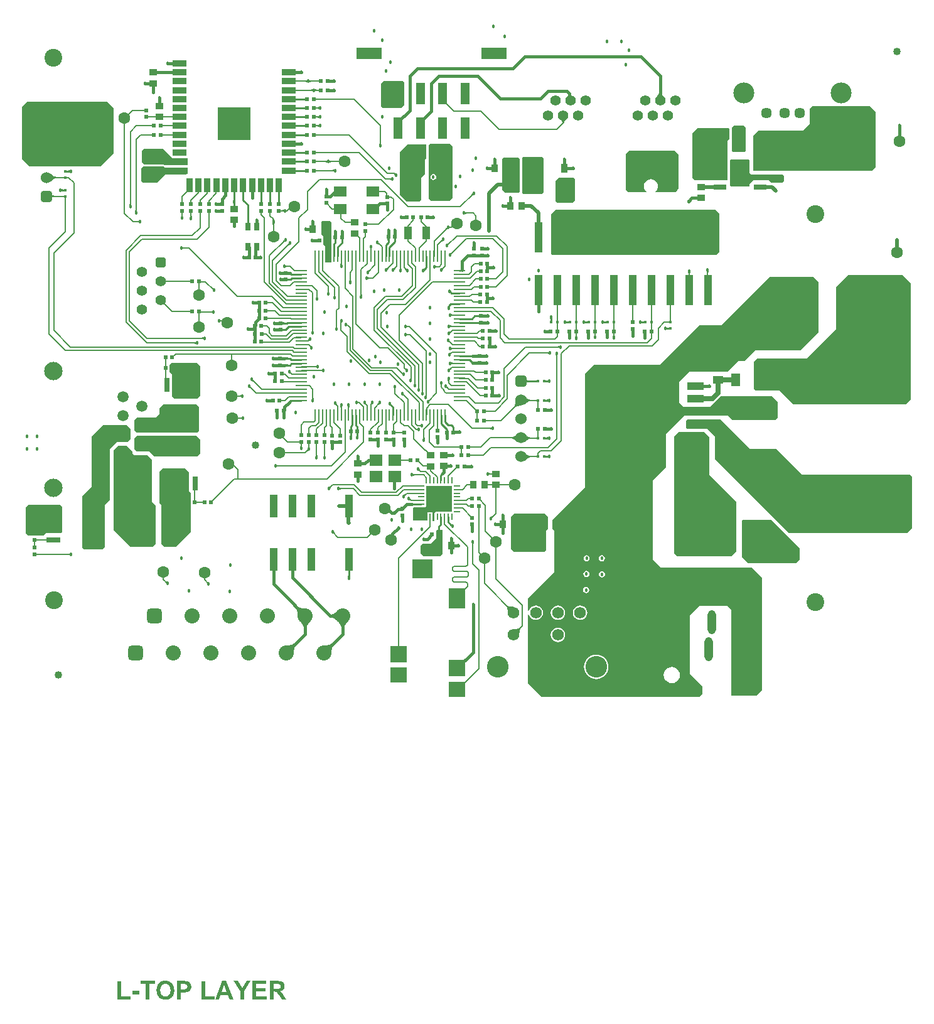
<source format=gtl>
G04*
G04 #@! TF.GenerationSoftware,Altium Limited,Altium Designer,21.4.1 (30)*
G04*
G04 Layer_Physical_Order=1*
G04 Layer_Color=255*
%FSLAX25Y25*%
%MOIN*%
G70*
G04*
G04 #@! TF.SameCoordinates,04E9EE4E-D336-421F-817C-04C26E83230A*
G04*
G04*
G04 #@! TF.FilePolarity,Positive*
G04*
G01*
G75*
%ADD15R,0.02400X0.02400*%
%ADD16R,0.06142X0.01100*%
%ADD17R,0.01100X0.06142*%
%ADD18R,0.02756X0.07800*%
%ADD19R,0.02400X0.02400*%
%ADD20R,0.07087X0.05512*%
%ADD21R,0.06700X0.06000*%
%ADD22R,0.03937X0.07087*%
%ADD23R,0.03150X0.03937*%
%ADD24R,0.08500X0.04200*%
%ADD25R,0.04000X0.16400*%
%ADD26R,0.09843X0.12598*%
%ADD27R,0.07087X0.03000*%
%ADD28R,0.03600X0.04800*%
%ADD29R,0.01575X0.01181*%
%ADD30R,0.03937X0.12441*%
%ADD31R,0.04528X0.07087*%
%ADD32R,0.05500X0.04300*%
%ADD33R,0.03400X0.03900*%
%ADD34R,0.01102X0.03347*%
%ADD35R,0.03347X0.01102*%
%ADD36R,0.05000X0.11500*%
%ADD37R,0.13504X0.06496*%
%ADD38R,0.17323X0.17323*%
%ADD39R,0.03347X0.07500*%
%ADD40R,0.07500X0.03347*%
%ADD41R,0.09055X0.07874*%
%ADD42R,0.09055X0.08661*%
%ADD43R,0.09055X0.11024*%
%ADD44R,0.11024X0.10236*%
%ADD45R,0.09000X0.05000*%
%ADD46R,0.26000X0.10000*%
%ADD47R,0.04700X0.07100*%
%ADD48R,0.03900X0.03400*%
%ADD49R,0.07800X0.02756*%
%ADD50R,0.12992X0.09843*%
%ADD51R,0.01181X0.01575*%
%ADD52C,0.06000*%
%ADD100C,0.11500*%
%ADD112C,0.11100*%
%ADD115C,0.04000*%
%ADD116C,0.06300*%
%ADD117R,0.13780X0.13780*%
%ADD118R,0.49213X0.17717*%
%ADD119C,0.01500*%
%ADD120C,0.00800*%
%ADD121C,0.01000*%
%ADD122C,0.02000*%
%ADD123C,0.02500*%
%ADD124C,0.05941*%
%ADD125C,0.09744*%
%ADD126C,0.05500*%
G04:AMPARAMS|DCode=127|XSize=55mil|YSize=55mil|CornerRadius=13.75mil|HoleSize=0mil|Usage=FLASHONLY|Rotation=270.000|XOffset=0mil|YOffset=0mil|HoleType=Round|Shape=RoundedRectangle|*
%AMROUNDEDRECTD127*
21,1,0.05500,0.02750,0,0,270.0*
21,1,0.02750,0.05500,0,0,270.0*
1,1,0.02750,-0.01375,-0.01375*
1,1,0.02750,-0.01375,0.01375*
1,1,0.02750,0.01375,0.01375*
1,1,0.02750,0.01375,-0.01375*
%
%ADD127ROUNDEDRECTD127*%
%ADD128C,0.05700*%
G04:AMPARAMS|DCode=129|XSize=57mil|YSize=57mil|CornerRadius=14.25mil|HoleSize=0mil|Usage=FLASHONLY|Rotation=180.000|XOffset=0mil|YOffset=0mil|HoleType=Round|Shape=RoundedRectangle|*
%AMROUNDEDRECTD129*
21,1,0.05700,0.02850,0,0,180.0*
21,1,0.02850,0.05700,0,0,180.0*
1,1,0.02850,-0.01425,0.01425*
1,1,0.02850,0.01425,0.01425*
1,1,0.02850,0.01425,-0.01425*
1,1,0.02850,-0.01425,-0.01425*
%
%ADD129ROUNDEDRECTD129*%
G04:AMPARAMS|DCode=130|XSize=80mil|YSize=80mil|CornerRadius=20mil|HoleSize=0mil|Usage=FLASHONLY|Rotation=0.000|XOffset=0mil|YOffset=0mil|HoleType=Round|Shape=RoundedRectangle|*
%AMROUNDEDRECTD130*
21,1,0.08000,0.04000,0,0,0.0*
21,1,0.04000,0.08000,0,0,0.0*
1,1,0.04000,0.02000,-0.02000*
1,1,0.04000,-0.02000,-0.02000*
1,1,0.04000,-0.02000,0.02000*
1,1,0.04000,0.02000,0.02000*
%
%ADD130ROUNDEDRECTD130*%
%ADD131C,0.08000*%
%ADD132C,0.05512*%
%ADD133C,0.06200*%
G04:AMPARAMS|DCode=134|XSize=62mil|YSize=62mil|CornerRadius=15.5mil|HoleSize=0mil|Usage=FLASHONLY|Rotation=0.000|XOffset=0mil|YOffset=0mil|HoleType=Round|Shape=RoundedRectangle|*
%AMROUNDEDRECTD134*
21,1,0.06200,0.03100,0,0,0.0*
21,1,0.03100,0.06200,0,0,0.0*
1,1,0.03100,0.01550,-0.01550*
1,1,0.03100,-0.01550,-0.01550*
1,1,0.03100,-0.01550,0.01550*
1,1,0.03100,0.01550,0.01550*
%
%ADD134ROUNDEDRECTD134*%
%ADD135C,0.09449*%
%ADD136O,0.04400X0.12700*%
%ADD137O,0.10700X0.06000*%
%ADD138C,0.10700*%
G04:AMPARAMS|DCode=139|XSize=60mil|YSize=60mil|CornerRadius=15mil|HoleSize=0mil|Usage=FLASHONLY|Rotation=270.000|XOffset=0mil|YOffset=0mil|HoleType=Round|Shape=RoundedRectangle|*
%AMROUNDEDRECTD139*
21,1,0.06000,0.03000,0,0,270.0*
21,1,0.03000,0.06000,0,0,270.0*
1,1,0.03000,-0.01500,-0.01500*
1,1,0.03000,-0.01500,0.01500*
1,1,0.03000,0.01500,0.01500*
1,1,0.03000,0.01500,-0.01500*
%
%ADD139ROUNDEDRECTD139*%
%ADD140C,0.01800*%
G36*
X135738Y276184D02*
X135791Y276145D01*
X135848Y276111D01*
X135911Y276081D01*
X135979Y276055D01*
X136052Y276035D01*
X136130Y276019D01*
X136213Y276007D01*
X136301Y276000D01*
X136394Y275998D01*
Y275198D01*
X136301Y275196D01*
X136213Y275189D01*
X136130Y275177D01*
X136052Y275161D01*
X135979Y275140D01*
X135911Y275115D01*
X135848Y275085D01*
X135791Y275051D01*
X135738Y275011D01*
X135690Y274968D01*
Y276228D01*
X135738Y276184D01*
D02*
G37*
G36*
X134405Y274968D02*
X134357Y275011D01*
X134305Y275051D01*
X134247Y275085D01*
X134184Y275115D01*
X134116Y275140D01*
X134044Y275161D01*
X133966Y275177D01*
X133883Y275189D01*
X133795Y275196D01*
X133702Y275198D01*
Y275998D01*
X133795Y276000D01*
X133883Y276007D01*
X133966Y276019D01*
X134044Y276035D01*
X134116Y276055D01*
X134184Y276081D01*
X134247Y276111D01*
X134305Y276145D01*
X134357Y276184D01*
X134405Y276228D01*
Y274968D01*
D02*
G37*
G36*
X138761Y271444D02*
X138813Y271405D01*
X138871Y271370D01*
X138934Y271340D01*
X139002Y271315D01*
X139075Y271294D01*
X139153Y271278D01*
X139235Y271267D01*
X139324Y271260D01*
X139417Y271258D01*
Y270458D01*
X139324Y270455D01*
X139235Y270448D01*
X139153Y270437D01*
X139075Y270421D01*
X139002Y270400D01*
X138934Y270375D01*
X138871Y270345D01*
X138813Y270310D01*
X138761Y270271D01*
X138713Y270228D01*
Y271488D01*
X138761Y271444D01*
D02*
G37*
G36*
X137428Y270228D02*
X137380Y270271D01*
X137327Y270310D01*
X137270Y270345D01*
X137207Y270375D01*
X137139Y270400D01*
X137066Y270421D01*
X136988Y270437D01*
X136905Y270448D01*
X136817Y270455D01*
X136724Y270458D01*
Y271258D01*
X136817Y271260D01*
X136905Y271267D01*
X136988Y271278D01*
X137066Y271294D01*
X137139Y271315D01*
X137207Y271340D01*
X137270Y271370D01*
X137327Y271405D01*
X137380Y271444D01*
X137428Y271488D01*
Y270228D01*
D02*
G37*
G36*
X274534Y268834D02*
X274558Y268516D01*
X274573Y268438D01*
X274590Y268373D01*
X274612Y268322D01*
X274636Y268284D01*
X274663Y268260D01*
X274694Y268250D01*
X272938Y267843D01*
X272956Y267865D01*
X272972Y267907D01*
X272986Y267969D01*
X272998Y268051D01*
X273017Y268276D01*
X273031Y268764D01*
X273032Y268967D01*
X274532D01*
X274534Y268834D01*
D02*
G37*
G36*
X322685Y269579D02*
X322721Y269343D01*
X322780Y269108D01*
X322862Y268874D01*
X322968Y268640D01*
X323098Y268406D01*
X323251Y268173D01*
X323428Y267941D01*
X323629Y267709D01*
X323853Y267478D01*
X319994D01*
X320218Y267709D01*
X320419Y267941D01*
X320596Y268173D01*
X320749Y268406D01*
X320879Y268640D01*
X320985Y268874D01*
X321068Y269108D01*
X321126Y269343D01*
X321162Y269579D01*
X321174Y269815D01*
X322674D01*
X322685Y269579D01*
D02*
G37*
G36*
X436247Y259380D02*
X436247Y229981D01*
X434229Y227962D01*
X371318D01*
Y246744D01*
X371240Y246822D01*
X373853Y249435D01*
X397808D01*
X401264Y252891D01*
X401264Y261041D01*
X402489Y262265D01*
X409641Y262265D01*
X433362Y262265D01*
X436247Y259380D01*
D02*
G37*
G36*
X185905Y274933D02*
Y262846D01*
X184292Y261233D01*
X174548Y261233D01*
X173662Y262119D01*
X173687Y274418D01*
X174925Y275656D01*
X185182Y275656D01*
X185905Y274933D01*
D02*
G37*
G36*
X140536Y260747D02*
X140489Y260791D01*
X140436Y260830D01*
X140378Y260865D01*
X140315Y260894D01*
X140247Y260920D01*
X140175Y260941D01*
X140097Y260957D01*
X140014Y260968D01*
X139926Y260975D01*
X139833Y260977D01*
Y261777D01*
X139926Y261780D01*
X140014Y261787D01*
X140097Y261798D01*
X140175Y261814D01*
X140247Y261835D01*
X140315Y261860D01*
X140378Y261890D01*
X140436Y261925D01*
X140489Y261964D01*
X140536Y262007D01*
Y260747D01*
D02*
G37*
G36*
Y256007D02*
X140489Y256051D01*
X140436Y256090D01*
X140378Y256124D01*
X140315Y256154D01*
X140247Y256180D01*
X140175Y256200D01*
X140097Y256217D01*
X140014Y256228D01*
X139926Y256235D01*
X139833Y256237D01*
Y257037D01*
X139926Y257039D01*
X140014Y257046D01*
X140097Y257058D01*
X140175Y257074D01*
X140247Y257095D01*
X140315Y257120D01*
X140378Y257150D01*
X140436Y257184D01*
X140489Y257224D01*
X140536Y257267D01*
Y256007D01*
D02*
G37*
G36*
X271747Y255094D02*
X271546Y254922D01*
X271369Y254746D01*
X271215Y254566D01*
X271084Y254382D01*
X270978Y254194D01*
X270895Y254002D01*
X270835Y253806D01*
X270800Y253607D01*
X270788Y253403D01*
X269988D01*
X269976Y253607D01*
X269941Y253806D01*
X269882Y254002D01*
X269799Y254194D01*
X269692Y254382D01*
X269562Y254566D01*
X269408Y254746D01*
X269230Y254922D01*
X269029Y255094D01*
X268804Y255262D01*
X271972D01*
X271747Y255094D01*
D02*
G37*
G36*
X140536Y251267D02*
X140489Y251311D01*
X140436Y251350D01*
X140378Y251384D01*
X140315Y251414D01*
X140247Y251439D01*
X140175Y251460D01*
X140097Y251476D01*
X140014Y251488D01*
X139926Y251495D01*
X139833Y251497D01*
Y252297D01*
X139926Y252299D01*
X140014Y252306D01*
X140097Y252318D01*
X140175Y252334D01*
X140247Y252355D01*
X140315Y252380D01*
X140378Y252410D01*
X140436Y252444D01*
X140489Y252483D01*
X140536Y252527D01*
Y251267D01*
D02*
G37*
G36*
X173637Y242636D02*
X173644Y242548D01*
X173655Y242465D01*
X173671Y242387D01*
X173692Y242314D01*
X173717Y242246D01*
X173747Y242183D01*
X173782Y242126D01*
X173821Y242073D01*
X173865Y242025D01*
X172605D01*
X172648Y242073D01*
X172687Y242126D01*
X172722Y242183D01*
X172752Y242246D01*
X172777Y242314D01*
X172798Y242387D01*
X172814Y242465D01*
X172825Y242548D01*
X172832Y242636D01*
X172835Y242729D01*
X173635D01*
X173637Y242636D01*
D02*
G37*
G36*
X367301Y250964D02*
X367301Y238782D01*
X366689Y238170D01*
X360311Y238170D01*
X359931Y238550D01*
X359931Y250719D01*
X361119Y251907D01*
X366358Y251907D01*
X367301Y250964D01*
D02*
G37*
G36*
X146359Y233525D02*
X146412Y233486D01*
X146469Y233451D01*
X146532Y233421D01*
X146600Y233396D01*
X146673Y233376D01*
X146751Y233360D01*
X146834Y233348D01*
X146922Y233341D01*
X147015Y233339D01*
X147018Y232539D01*
X146924Y232537D01*
X146836Y232530D01*
X146754Y232518D01*
X146676Y232502D01*
X146603Y232481D01*
X146535Y232456D01*
X146472Y232426D01*
X146415Y232391D01*
X146362Y232352D01*
X146315Y232308D01*
X146311Y233568D01*
X146359Y233525D01*
D02*
G37*
G36*
X145027Y232306D02*
X144980Y232350D01*
X144927Y232389D01*
X144869Y232424D01*
X144807Y232454D01*
X144739Y232479D01*
X144666Y232500D01*
X144588Y232516D01*
X144505Y232527D01*
X144417Y232534D01*
X144324Y232536D01*
Y233336D01*
X144417Y233339D01*
X144505Y233346D01*
X144588Y233357D01*
X144666Y233373D01*
X144739Y233394D01*
X144807Y233419D01*
X144869Y233449D01*
X144927Y233484D01*
X144980Y233523D01*
X145027Y233566D01*
Y232306D01*
D02*
G37*
G36*
X62207Y235406D02*
Y235303D01*
X62310D01*
X62919Y234695D01*
X70706D01*
X70808Y234593D01*
Y232935D01*
X70808Y231289D01*
X70699Y231180D01*
X58513D01*
X58153Y231540D01*
X47891D01*
X46760Y232672D01*
Y238555D01*
X47779Y239574D01*
X58040D01*
X62207Y235406D01*
D02*
G37*
G36*
X28092Y264871D02*
X31692Y261271D01*
X31692Y237413D01*
X24589Y230309D01*
X-12893Y230309D01*
X-16897Y234314D01*
X-16897Y262055D01*
X-14178Y264871D01*
X28092Y264871D01*
D02*
G37*
G36*
X148539Y227566D02*
X148491Y227610D01*
X148439Y227649D01*
X148381Y227683D01*
X148318Y227713D01*
X148250Y227739D01*
X148177Y227759D01*
X148099Y227776D01*
X148016Y227787D01*
X147928Y227794D01*
X147835Y227796D01*
Y228596D01*
X147928Y228598D01*
X148016Y228605D01*
X148099Y228617D01*
X148177Y228633D01*
X148250Y228654D01*
X148318Y228679D01*
X148381Y228709D01*
X148439Y228743D01*
X148491Y228783D01*
X148539Y228826D01*
Y227566D01*
D02*
G37*
G36*
X8284Y227203D02*
X8254Y227228D01*
X8217Y227250D01*
X8172Y227269D01*
X8119Y227286D01*
X8059Y227301D01*
X7990Y227312D01*
X7830Y227328D01*
X7738Y227332D01*
X7638Y227333D01*
Y228333D01*
X7738Y228334D01*
X7990Y228354D01*
X8059Y228365D01*
X8119Y228380D01*
X8172Y228397D01*
X8217Y228416D01*
X8254Y228438D01*
X8284Y228463D01*
Y227203D01*
D02*
G37*
G36*
X58658Y229870D02*
X70788D01*
X70846Y229811D01*
Y226729D01*
X70575Y226458D01*
X70101Y225984D01*
X59057Y225984D01*
X54802Y221729D01*
X47399D01*
X46263Y222865D01*
Y229213D01*
X47425Y230375D01*
X58153D01*
X58658Y229870D01*
D02*
G37*
G36*
X181025Y226777D02*
X181092Y226719D01*
X181159Y226669D01*
X181225Y226625D01*
X181291Y226588D01*
X181357Y226558D01*
X181423Y226535D01*
X181488Y226519D01*
X181553Y226509D01*
X181617Y226506D01*
X180727Y225615D01*
X180724Y225680D01*
X180714Y225745D01*
X180698Y225810D01*
X180675Y225875D01*
X180644Y225941D01*
X180607Y226007D01*
X180564Y226074D01*
X180513Y226141D01*
X180456Y226208D01*
X180392Y226275D01*
X180957Y226841D01*
X181025Y226777D01*
D02*
G37*
G36*
X179115Y222994D02*
X179068Y223038D01*
X179015Y223077D01*
X178957Y223112D01*
X178895Y223142D01*
X178827Y223167D01*
X178754Y223187D01*
X178676Y223204D01*
X178593Y223215D01*
X178505Y223222D01*
X178412Y223224D01*
Y224024D01*
X178505Y224027D01*
X178593Y224033D01*
X178676Y224045D01*
X178754Y224061D01*
X178827Y224082D01*
X178895Y224107D01*
X178957Y224137D01*
X179015Y224171D01*
X179068Y224211D01*
X179115Y224254D01*
Y222994D01*
D02*
G37*
G36*
X341875Y250788D02*
X358141D01*
X358765Y250164D01*
Y245051D01*
X357508Y243794D01*
Y223325D01*
X357145Y222962D01*
X340135D01*
X338922Y224175D01*
Y247979D01*
X341803Y250860D01*
X341875Y250788D01*
D02*
G37*
G36*
X-1484Y226303D02*
X-874Y225759D01*
X-590Y225538D01*
X-320Y225351D01*
X-63Y225198D01*
X179Y225079D01*
X407Y224994D01*
X620Y224943D01*
X820Y224926D01*
Y224126D01*
X620Y224109D01*
X407Y224058D01*
X179Y223973D01*
X-63Y223854D01*
X-320Y223701D01*
X-590Y223514D01*
X-874Y223293D01*
X-1484Y222749D01*
X-1810Y222426D01*
Y226626D01*
X-1484Y226303D01*
D02*
G37*
G36*
X369153Y233730D02*
Y226962D01*
X370153Y225962D01*
X386836Y225962D01*
X387483Y225315D01*
X387483Y222583D01*
X386585Y221684D01*
X380892Y221684D01*
X379614Y222962D01*
X371331D01*
X369337Y220969D01*
X369337Y220140D01*
X368819Y219622D01*
X359663Y219622D01*
X359078Y220207D01*
X359078Y233771D01*
X359410Y234104D01*
X368779D01*
X369153Y233730D01*
D02*
G37*
G36*
X3840Y218438D02*
X3877Y218416D01*
X3922Y218397D01*
X3975Y218380D01*
X4036Y218366D01*
X4104Y218354D01*
X4265Y218338D01*
X4357Y218334D01*
X4456Y218333D01*
Y217333D01*
X4357Y217332D01*
X4104Y217312D01*
X4036Y217301D01*
X3975Y217286D01*
X3922Y217269D01*
X3877Y217250D01*
X3840Y217228D01*
X3811Y217203D01*
Y218463D01*
X3840Y218438D01*
D02*
G37*
G36*
X331711Y236681D02*
X331711Y218558D01*
X330219Y216562D01*
X319538Y216562D01*
X319368Y217062D01*
X319605Y217243D01*
X320196Y218014D01*
X320568Y218911D01*
X320694Y219874D01*
X320568Y220836D01*
X320196Y221734D01*
X319605Y222504D01*
X318834Y223095D01*
X317937Y223467D01*
X316974Y223594D01*
X316012Y223467D01*
X315114Y223095D01*
X314344Y222504D01*
X313753Y221734D01*
X313381Y220836D01*
X313255Y219874D01*
X313381Y218911D01*
X313753Y218014D01*
X314344Y217243D01*
X314581Y217062D01*
X314411Y216562D01*
X304907Y216562D01*
X303525Y217944D01*
X303525Y237095D01*
X305212Y238782D01*
X329609Y238782D01*
X331711Y236681D01*
D02*
G37*
G36*
X246665Y234876D02*
X247373Y234168D01*
X247373Y216963D01*
X246768Y216358D01*
X239760D01*
X238099Y218020D01*
Y234211D01*
X238763Y234876D01*
X246665Y234876D01*
D02*
G37*
G36*
X259870Y234758D02*
Y216521D01*
X259080Y215731D01*
X249375D01*
X248656Y216451D01*
Y235097D01*
X249063Y235505D01*
X259123D01*
X259870Y234758D01*
D02*
G37*
G36*
X222917Y215258D02*
X222853Y215255D01*
X222788Y215245D01*
X222723Y215229D01*
X222657Y215206D01*
X222591Y215176D01*
X222525Y215139D01*
X222459Y215095D01*
X222392Y215044D01*
X222325Y214987D01*
X222257Y214923D01*
X221691Y215488D01*
X221756Y215556D01*
X221813Y215623D01*
X221864Y215690D01*
X221907Y215756D01*
X221944Y215823D01*
X221974Y215888D01*
X221998Y215954D01*
X222014Y216019D01*
X222024Y216084D01*
X222026Y216148D01*
X222917Y215258D01*
D02*
G37*
G36*
X-956Y215250D02*
X-931Y215182D01*
X-891Y215122D01*
X-834Y215070D01*
X-761Y215026D01*
X-672Y214990D01*
X-566Y214962D01*
X-444Y214942D01*
X-306Y214930D01*
X-152Y214926D01*
Y214126D01*
X-306Y214122D01*
X-444Y214110D01*
X-566Y214090D01*
X-672Y214062D01*
X-761Y214026D01*
X-834Y213982D01*
X-891Y213930D01*
X-931Y213870D01*
X-956Y213802D01*
X-964Y213726D01*
Y215326D01*
X-956Y215250D01*
D02*
G37*
G36*
X96148Y212852D02*
X96168Y212600D01*
X96179Y212532D01*
X96194Y212471D01*
X96211Y212418D01*
X96230Y212373D01*
X96252Y212336D01*
X96277Y212306D01*
X95017D01*
X95042Y212336D01*
X95064Y212373D01*
X95083Y212418D01*
X95100Y212471D01*
X95114Y212532D01*
X95126Y212600D01*
X95142Y212760D01*
X95146Y212852D01*
X95147Y212952D01*
X96147D01*
X96148Y212852D01*
D02*
G37*
G36*
X210248Y242349D02*
X211482Y241114D01*
Y213531D01*
X209916Y211965D01*
X200181D01*
X198834Y213313D01*
Y241484D01*
X199699Y242349D01*
X210248Y242349D01*
D02*
G37*
G36*
X197762Y238620D02*
X197778Y234546D01*
X196883Y233651D01*
Y226473D01*
X196981Y226376D01*
X194894Y224289D01*
X194894Y212639D01*
X193876Y211621D01*
X187353Y211621D01*
X183607Y215367D01*
Y238107D01*
X187651Y242151D01*
X197690Y242151D01*
X197762Y238620D01*
D02*
G37*
G36*
X276486Y223623D02*
Y212045D01*
X275335Y210894D01*
X267125D01*
X266349Y211670D01*
X266349Y222819D01*
X267790Y224260D01*
X275849D01*
X276486Y223623D01*
D02*
G37*
G36*
X96252Y210992D02*
X96230Y210954D01*
X96211Y210909D01*
X96194Y210857D01*
X96179Y210796D01*
X96168Y210728D01*
X96152Y210567D01*
X96148Y210475D01*
X96147Y210375D01*
X95147D01*
X95146Y210475D01*
X95126Y210728D01*
X95114Y210796D01*
X95100Y210857D01*
X95083Y210909D01*
X95064Y210954D01*
X95042Y210992D01*
X95017Y211021D01*
X96277D01*
X96252Y210992D01*
D02*
G37*
G36*
X40865Y210349D02*
X40872Y210262D01*
X40883Y210178D01*
X40899Y210101D01*
X40920Y210028D01*
X40945Y209960D01*
X40975Y209897D01*
X41010Y209839D01*
X41049Y209787D01*
X41093Y209739D01*
X39832D01*
X39876Y209787D01*
X39915Y209839D01*
X39950Y209897D01*
X39980Y209960D01*
X40005Y210028D01*
X40026Y210101D01*
X40042Y210178D01*
X40053Y210262D01*
X40060Y210349D01*
X40062Y210443D01*
X40863D01*
X40865Y210349D01*
D02*
G37*
G36*
X43914Y207054D02*
X43921Y206966D01*
X43933Y206883D01*
X43949Y206805D01*
X43969Y206732D01*
X43995Y206664D01*
X44025Y206602D01*
X44059Y206544D01*
X44098Y206491D01*
X44142Y206444D01*
X42882D01*
X42926Y206491D01*
X42965Y206544D01*
X42999Y206602D01*
X43029Y206664D01*
X43054Y206732D01*
X43075Y206805D01*
X43091Y206883D01*
X43103Y206966D01*
X43110Y207054D01*
X43112Y207147D01*
X43912D01*
X43914Y207054D01*
D02*
G37*
G36*
X121962Y206186D02*
X121915Y206229D01*
X121862Y206268D01*
X121804Y206303D01*
X121742Y206333D01*
X121674Y206358D01*
X121601Y206379D01*
X121523Y206395D01*
X121440Y206406D01*
X121352Y206413D01*
X121259Y206416D01*
Y207215D01*
X121352Y207218D01*
X121440Y207225D01*
X121523Y207236D01*
X121601Y207252D01*
X121674Y207273D01*
X121742Y207298D01*
X121804Y207328D01*
X121862Y207363D01*
X121915Y207402D01*
X121962Y207446D01*
Y206186D01*
D02*
G37*
G36*
X218318Y206177D02*
X218371Y206138D01*
X218428Y206104D01*
X218491Y206074D01*
X218559Y206049D01*
X218632Y206028D01*
X218710Y206012D01*
X218793Y206000D01*
X218881Y205993D01*
X218974Y205991D01*
Y205191D01*
X218881Y205189D01*
X218793Y205182D01*
X218710Y205170D01*
X218632Y205154D01*
X218559Y205134D01*
X218491Y205108D01*
X218428Y205079D01*
X218371Y205044D01*
X218318Y205005D01*
X218270Y204961D01*
Y206221D01*
X218318Y206177D01*
D02*
G37*
G36*
X68411Y204169D02*
X68418Y204081D01*
X68430Y203998D01*
X68446Y203920D01*
X68467Y203847D01*
X68492Y203779D01*
X68522Y203716D01*
X68556Y203659D01*
X68595Y203606D01*
X68639Y203558D01*
X67379D01*
X67423Y203606D01*
X67462Y203659D01*
X67496Y203716D01*
X67526Y203779D01*
X67552Y203847D01*
X67572Y203920D01*
X67588Y203998D01*
X67600Y204081D01*
X67607Y204169D01*
X67609Y204262D01*
X68409D01*
X68411Y204169D01*
D02*
G37*
G36*
X73152Y203808D02*
X73159Y203720D01*
X73170Y203637D01*
X73186Y203559D01*
X73207Y203486D01*
X73232Y203418D01*
X73262Y203355D01*
X73296Y203297D01*
X73336Y203245D01*
X73379Y203197D01*
X72119D01*
X72163Y203245D01*
X72202Y203297D01*
X72237Y203355D01*
X72267Y203418D01*
X72292Y203486D01*
X72312Y203559D01*
X72329Y203637D01*
X72340Y203720D01*
X72347Y203808D01*
X72349Y203901D01*
X73149D01*
X73152Y203808D01*
D02*
G37*
G36*
X116896Y202121D02*
X116914Y201883D01*
X116924Y201820D01*
X116937Y201767D01*
X116952Y201722D01*
X116970Y201685D01*
X116990Y201657D01*
X117012Y201638D01*
X115990Y201602D01*
X116010Y201622D01*
X116028Y201651D01*
X116043Y201689D01*
X116057Y201737D01*
X116069Y201793D01*
X116078Y201858D01*
X116091Y202016D01*
X116095Y202209D01*
X116895Y202218D01*
X116896Y202121D01*
D02*
G37*
G36*
X117151Y200232D02*
X117107Y200184D01*
X117068Y200132D01*
X117033Y200074D01*
X117003Y200012D01*
X116977Y199944D01*
X116956Y199872D01*
X116940Y199794D01*
X116929Y199711D01*
X116921Y199623D01*
X116919Y199530D01*
X116119Y199538D01*
X116117Y199631D01*
X116110Y199719D01*
X116099Y199802D01*
X116083Y199880D01*
X116062Y199953D01*
X116037Y200021D01*
X116008Y200084D01*
X115973Y200142D01*
X115935Y200195D01*
X115892Y200243D01*
X117151Y200232D01*
D02*
G37*
G36*
X209163Y197162D02*
X209098Y197159D01*
X209033Y197149D01*
X208968Y197133D01*
X208903Y197110D01*
X208837Y197080D01*
X208771Y197043D01*
X208704Y196999D01*
X208637Y196949D01*
X208570Y196891D01*
X208503Y196827D01*
X207937Y197393D01*
X208001Y197460D01*
X208059Y197527D01*
X208109Y197594D01*
X208153Y197661D01*
X208190Y197727D01*
X208220Y197792D01*
X208243Y197858D01*
X208260Y197923D01*
X208269Y197988D01*
X208272Y198053D01*
X209163Y197162D01*
D02*
G37*
G36*
X181605Y192612D02*
X181600Y192562D01*
X181591Y192374D01*
X181580Y191104D01*
X180580D01*
X180550Y192633D01*
X181611D01*
X181605Y192612D01*
D02*
G37*
G36*
X178039D02*
X178034Y192562D01*
X178025Y192374D01*
X178014Y191104D01*
X177014D01*
X176984Y192633D01*
X178045D01*
X178039Y192612D01*
D02*
G37*
G36*
X153533Y192300D02*
X153528Y192250D01*
X153519Y192061D01*
X153508Y190791D01*
X152508D01*
X152477Y192321D01*
X153539D01*
X153533Y192300D01*
D02*
G37*
G36*
X149967D02*
X149962Y192250D01*
X149953Y192061D01*
X149942Y190791D01*
X148942D01*
X148912Y192321D01*
X149973D01*
X149967Y192300D01*
D02*
G37*
G36*
X206839Y190869D02*
X206776Y190859D01*
X206714Y190843D01*
X206651Y190821D01*
X206587Y190793D01*
X206522Y190759D01*
X206458Y190718D01*
X206392Y190672D01*
X206326Y190620D01*
X206192Y190497D01*
X205548Y190984D01*
X205612Y191051D01*
X205668Y191119D01*
X205717Y191186D01*
X205759Y191252D01*
X205792Y191319D01*
X205818Y191384D01*
X205836Y191450D01*
X205847Y191515D01*
X205850Y191580D01*
X205845Y191644D01*
X206839Y190869D01*
D02*
G37*
G36*
X122780Y190633D02*
X122715Y190631D01*
X122651Y190621D01*
X122585Y190605D01*
X122520Y190581D01*
X122454Y190551D01*
X122388Y190515D01*
X122321Y190471D01*
X122255Y190420D01*
X122187Y190363D01*
X122120Y190299D01*
X121554Y190864D01*
X121618Y190932D01*
X121676Y190999D01*
X121726Y191066D01*
X121770Y191132D01*
X121807Y191198D01*
X121837Y191264D01*
X121860Y191330D01*
X121877Y191395D01*
X121886Y191460D01*
X121889Y191524D01*
X122780Y190633D01*
D02*
G37*
G36*
X172684Y189900D02*
X172694Y189835D01*
X172710Y189770D01*
X172733Y189704D01*
X172763Y189638D01*
X172800Y189572D01*
X172844Y189506D01*
X172894Y189439D01*
X172952Y189372D01*
X173016Y189304D01*
X172450Y188739D01*
X172383Y188803D01*
X172316Y188860D01*
X172249Y188911D01*
X172182Y188955D01*
X172116Y188991D01*
X172050Y189022D01*
X171985Y189045D01*
X171920Y189061D01*
X171855Y189071D01*
X171790Y189074D01*
X172681Y189964D01*
X172684Y189900D01*
D02*
G37*
G36*
X125339Y188706D02*
X125275Y188703D01*
X125210Y188693D01*
X125145Y188677D01*
X125079Y188654D01*
X125013Y188624D01*
X124947Y188587D01*
X124881Y188543D01*
X124814Y188493D01*
X124747Y188435D01*
X124679Y188371D01*
X124114Y188937D01*
X124178Y189004D01*
X124235Y189071D01*
X124286Y189138D01*
X124329Y189205D01*
X124366Y189271D01*
X124396Y189337D01*
X124420Y189402D01*
X124436Y189467D01*
X124446Y189532D01*
X124449Y189597D01*
X125339Y188706D01*
D02*
G37*
G36*
X168882Y187162D02*
X168838Y187115D01*
X168799Y187062D01*
X168764Y187005D01*
X168734Y186942D01*
X168708Y186874D01*
X168687Y186802D01*
X168671Y186724D01*
X168660Y186641D01*
X168653Y186553D01*
X168650Y186460D01*
X167850Y186466D01*
X167848Y186559D01*
X167841Y186647D01*
X167830Y186731D01*
X167814Y186809D01*
X167793Y186882D01*
X167768Y186950D01*
X167739Y187013D01*
X167704Y187070D01*
X167666Y187123D01*
X167622Y187171D01*
X168882Y187162D01*
D02*
G37*
G36*
X351235Y207243D02*
X353391Y205087D01*
X353391Y185012D01*
X351739Y183361D01*
X264603D01*
X264104Y183860D01*
Y205060D01*
X266288Y207243D01*
X351235Y207243D01*
D02*
G37*
G36*
X147147Y200684D02*
Y194059D01*
X147147Y188314D01*
X147147Y179418D01*
X146993Y179264D01*
X144172D01*
X144038Y179397D01*
X144038Y187926D01*
X143052Y188912D01*
X143052Y193218D01*
X141810Y194460D01*
Y200709D01*
X142413Y201312D01*
X146519D01*
X147147Y200684D01*
D02*
G37*
G36*
X152905Y178615D02*
X152912Y178527D01*
X152923Y178444D01*
X152939Y178366D01*
X152960Y178293D01*
X152985Y178226D01*
X153015Y178163D01*
X153050Y178105D01*
X153089Y178052D01*
X153132Y178005D01*
X151872D01*
X151916Y178052D01*
X151955Y178105D01*
X151990Y178163D01*
X152020Y178226D01*
X152045Y178293D01*
X152066Y178366D01*
X152082Y178444D01*
X152093Y178527D01*
X152100Y178615D01*
X152102Y178708D01*
X152902D01*
X152905Y178615D01*
D02*
G37*
G36*
X122825Y177910D02*
X122878Y177871D01*
X122935Y177837D01*
X122998Y177807D01*
X123066Y177782D01*
X123139Y177761D01*
X123217Y177745D01*
X123300Y177733D01*
X123388Y177726D01*
X123481Y177724D01*
Y176924D01*
X123388Y176922D01*
X123300Y176915D01*
X123217Y176903D01*
X123139Y176887D01*
X123066Y176867D01*
X122998Y176841D01*
X122935Y176812D01*
X122878Y176777D01*
X122825Y176738D01*
X122777Y176694D01*
Y177954D01*
X122825Y177910D01*
D02*
G37*
G36*
X202619Y177665D02*
X202671Y177626D01*
X202729Y177591D01*
X202792Y177561D01*
X202860Y177536D01*
X202933Y177515D01*
X203010Y177499D01*
X203093Y177488D01*
X203181Y177481D01*
X203274Y177478D01*
Y176678D01*
X203181Y176676D01*
X203093Y176669D01*
X203010Y176658D01*
X202933Y176641D01*
X202860Y176621D01*
X202792Y176595D01*
X202729Y176566D01*
X202671Y176531D01*
X202619Y176492D01*
X202571Y176448D01*
Y177708D01*
X202619Y177665D01*
D02*
G37*
G36*
X184398Y176420D02*
X184401Y176327D01*
X184408Y176239D01*
X184419Y176156D01*
X184435Y176078D01*
X184456Y176005D01*
X184481Y175937D01*
X184511Y175874D01*
X184546Y175817D01*
X184585Y175764D01*
X184628Y175716D01*
X183369Y175716D01*
X183412Y175764D01*
X183451Y175817D01*
X183486Y175874D01*
X183516Y175937D01*
X183541Y176005D01*
X183562Y176078D01*
X183578Y176156D01*
X183589Y176239D01*
X183596Y176327D01*
X183598Y176420D01*
X184398Y176420D01*
D02*
G37*
G36*
X206784Y176030D02*
X206720Y175963D01*
X206663Y175896D01*
X206612Y175829D01*
X206569Y175762D01*
X206532Y175696D01*
X206502Y175630D01*
X206478Y175565D01*
X206462Y175500D01*
X206452Y175435D01*
X206450Y175370D01*
X205559Y176261D01*
X205623Y176264D01*
X205688Y176274D01*
X205753Y176290D01*
X205819Y176313D01*
X205885Y176343D01*
X205951Y176380D01*
X206017Y176424D01*
X206084Y176474D01*
X206151Y176532D01*
X206219Y176596D01*
X206784Y176030D01*
D02*
G37*
G36*
X181332Y176007D02*
X181268Y175940D01*
X181211Y175873D01*
X181160Y175806D01*
X181117Y175739D01*
X181080Y175673D01*
X181050Y175607D01*
X181026Y175542D01*
X181010Y175477D01*
X181000Y175412D01*
X180998Y175347D01*
X180107Y176238D01*
X180171Y176241D01*
X180236Y176250D01*
X180301Y176267D01*
X180367Y176290D01*
X180433Y176320D01*
X180499Y176357D01*
X180565Y176401D01*
X180632Y176451D01*
X180699Y176509D01*
X180767Y176573D01*
X181332Y176007D01*
D02*
G37*
G36*
X177606Y175999D02*
X177542Y175932D01*
X177485Y175864D01*
X177434Y175798D01*
X177391Y175731D01*
X177354Y175665D01*
X177324Y175599D01*
X177301Y175533D01*
X177284Y175468D01*
X177275Y175403D01*
X177272Y175339D01*
X176381Y176230D01*
X176445Y176233D01*
X176510Y176242D01*
X176575Y176259D01*
X176641Y176282D01*
X176707Y176312D01*
X176773Y176349D01*
X176839Y176392D01*
X176906Y176443D01*
X176973Y176500D01*
X177041Y176565D01*
X177606Y175999D01*
D02*
G37*
G36*
X186910Y176177D02*
X186977Y176120D01*
X187044Y176069D01*
X187110Y176025D01*
X187176Y175988D01*
X187242Y175958D01*
X187308Y175935D01*
X187373Y175919D01*
X187438Y175909D01*
X187502Y175906D01*
X186611Y175015D01*
X186609Y175080D01*
X186599Y175145D01*
X186583Y175210D01*
X186559Y175276D01*
X186529Y175341D01*
X186493Y175408D01*
X186449Y175474D01*
X186398Y175541D01*
X186341Y175608D01*
X186277Y175675D01*
X186842Y176241D01*
X186910Y176177D01*
D02*
G37*
G36*
X197324Y175503D02*
X197255Y175432D01*
X197090Y175239D01*
X197050Y175183D01*
X197017Y175130D01*
X196992Y175080D01*
X196974Y175035D01*
X196963Y174993D01*
X196960Y174954D01*
X196069Y175846D01*
X196107Y175849D01*
X196149Y175859D01*
X196195Y175877D01*
X196244Y175903D01*
X196297Y175936D01*
X196354Y175976D01*
X196478Y176078D01*
X196546Y176140D01*
X196617Y176210D01*
X197324Y175503D01*
D02*
G37*
G36*
X167775Y174873D02*
X167710Y174805D01*
X167653Y174738D01*
X167603Y174672D01*
X167559Y174605D01*
X167522Y174539D01*
X167492Y174473D01*
X167469Y174408D01*
X167452Y174342D01*
X167443Y174277D01*
X167440Y174213D01*
X166549Y175104D01*
X166613Y175107D01*
X166678Y175116D01*
X166744Y175133D01*
X166809Y175156D01*
X166875Y175186D01*
X166941Y175223D01*
X167008Y175267D01*
X167074Y175317D01*
X167141Y175374D01*
X167209Y175439D01*
X167775Y174873D01*
D02*
G37*
G36*
X347658Y174743D02*
X347619Y174690D01*
X347584Y174633D01*
X347554Y174570D01*
X347529Y174502D01*
X347508Y174429D01*
X347492Y174351D01*
X347481Y174268D01*
X347474Y174180D01*
X347471Y174087D01*
X346671D01*
X346669Y174180D01*
X346662Y174268D01*
X346651Y174351D01*
X346635Y174429D01*
X346614Y174502D01*
X346589Y174570D01*
X346559Y174633D01*
X346524Y174690D01*
X346485Y174743D01*
X346441Y174791D01*
X347701D01*
X347658Y174743D01*
D02*
G37*
G36*
X337872Y174018D02*
X337833Y173965D01*
X337798Y173907D01*
X337768Y173844D01*
X337743Y173777D01*
X337722Y173704D01*
X337706Y173626D01*
X337695Y173543D01*
X337688Y173455D01*
X337685Y173362D01*
X336885D01*
X336883Y173455D01*
X336876Y173543D01*
X336865Y173626D01*
X336849Y173704D01*
X336828Y173777D01*
X336803Y173844D01*
X336773Y173907D01*
X336738Y173965D01*
X336699Y174018D01*
X336655Y174065D01*
X337915D01*
X337872Y174018D01*
D02*
G37*
G36*
X125914Y173886D02*
X125928Y173848D01*
X125949Y173807D01*
X125977Y173761D01*
X126012Y173711D01*
X126102Y173599D01*
X126219Y173471D01*
X126287Y173401D01*
X125580Y172694D01*
X125510Y172763D01*
X125271Y172970D01*
X125221Y173004D01*
X125175Y173032D01*
X125133Y173054D01*
X125095Y173068D01*
X125062Y173076D01*
X125906Y173920D01*
X125914Y173886D01*
D02*
G37*
G36*
X166767Y171640D02*
X166820Y171601D01*
X166878Y171567D01*
X166941Y171537D01*
X167008Y171512D01*
X167081Y171491D01*
X167159Y171475D01*
X167242Y171463D01*
X167330Y171456D01*
X167423Y171454D01*
Y170654D01*
X167330Y170652D01*
X167242Y170645D01*
X167159Y170633D01*
X167081Y170617D01*
X167008Y170597D01*
X166941Y170571D01*
X166878Y170541D01*
X166820Y170507D01*
X166767Y170468D01*
X166720Y170424D01*
Y171684D01*
X166767Y171640D01*
D02*
G37*
G36*
X123590Y170778D02*
X123640Y170773D01*
X123828Y170764D01*
X125098Y170753D01*
Y169753D01*
X123569Y169723D01*
Y170784D01*
X123590Y170778D01*
D02*
G37*
G36*
X157664Y170103D02*
X157671Y170015D01*
X157683Y169932D01*
X157699Y169854D01*
X157719Y169781D01*
X157745Y169713D01*
X157774Y169651D01*
X157809Y169593D01*
X157848Y169540D01*
X157892Y169493D01*
X156632D01*
X156676Y169540D01*
X156715Y169593D01*
X156749Y169651D01*
X156779Y169713D01*
X156804Y169781D01*
X156825Y169854D01*
X156841Y169932D01*
X156853Y170015D01*
X156860Y170103D01*
X156862Y170196D01*
X157662D01*
X157664Y170103D01*
D02*
G37*
G36*
X146012Y163842D02*
X146019Y163754D01*
X146030Y163671D01*
X146046Y163593D01*
X146067Y163520D01*
X146092Y163452D01*
X146122Y163389D01*
X146157Y163332D01*
X146196Y163279D01*
X146239Y163231D01*
X144979D01*
X145023Y163279D01*
X145062Y163332D01*
X145097Y163389D01*
X145126Y163452D01*
X145152Y163520D01*
X145173Y163593D01*
X145189Y163671D01*
X145200Y163754D01*
X145207Y163842D01*
X145209Y163935D01*
X146009D01*
X146012Y163842D01*
D02*
G37*
G36*
X163457Y162165D02*
X163464Y162077D01*
X163476Y161994D01*
X163492Y161916D01*
X163512Y161844D01*
X163538Y161776D01*
X163568Y161713D01*
X163602Y161655D01*
X163641Y161602D01*
X163685Y161555D01*
X162425D01*
X162469Y161602D01*
X162508Y161655D01*
X162542Y161713D01*
X162572Y161776D01*
X162597Y161844D01*
X162618Y161916D01*
X162634Y161994D01*
X162646Y162077D01*
X162653Y162165D01*
X162655Y162258D01*
X163455D01*
X163457Y162165D01*
D02*
G37*
G36*
X210135Y156263D02*
X210156Y155898D01*
X210164Y155854D01*
X210174Y155820D01*
X210184Y155795D01*
X210196Y155780D01*
X209072D01*
X209084Y155795D01*
X209095Y155820D01*
X209104Y155854D01*
X209112Y155898D01*
X209119Y155951D01*
X209129Y156088D01*
X209134Y156366D01*
X210134D01*
X210135Y156263D01*
D02*
G37*
G36*
X210985Y151980D02*
X211038Y151941D01*
X211095Y151907D01*
X211158Y151877D01*
X211226Y151852D01*
X211299Y151831D01*
X211377Y151815D01*
X211460Y151803D01*
X211548Y151796D01*
X211641Y151794D01*
Y150994D01*
X211548Y150992D01*
X211460Y150985D01*
X211377Y150973D01*
X211299Y150957D01*
X211226Y150937D01*
X211158Y150911D01*
X211095Y150882D01*
X211038Y150847D01*
X210985Y150808D01*
X210938Y150764D01*
Y152024D01*
X210985Y151980D01*
D02*
G37*
G36*
X226139Y150364D02*
X226118Y150370D01*
X226068Y150375D01*
X225880Y150384D01*
X224610Y150395D01*
Y151395D01*
X226139Y151426D01*
Y150364D01*
D02*
G37*
G36*
X264584Y149723D02*
X264562Y149686D01*
X264542Y149641D01*
X264525Y149588D01*
X264511Y149527D01*
X264499Y149459D01*
X264483Y149298D01*
X264480Y149206D01*
X264478Y149107D01*
X263478D01*
X263477Y149206D01*
X263457Y149459D01*
X263446Y149527D01*
X263432Y149588D01*
X263415Y149641D01*
X263395Y149686D01*
X263373Y149723D01*
X263348Y149752D01*
X264608D01*
X264584Y149723D01*
D02*
G37*
G36*
X311851Y148200D02*
X311888Y148178D01*
X311933Y148159D01*
X311985Y148142D01*
X312046Y148127D01*
X312115Y148116D01*
X312275Y148100D01*
X312367Y148096D01*
X312467Y148095D01*
Y147095D01*
X312367Y147094D01*
X312115Y147074D01*
X312046Y147063D01*
X311985Y147048D01*
X311933Y147031D01*
X311888Y147012D01*
X311851Y146990D01*
X311821Y146965D01*
Y148225D01*
X311851Y148200D01*
D02*
G37*
G36*
X271850D02*
X271888Y148178D01*
X271933Y148159D01*
X271986Y148142D01*
X272046Y148127D01*
X272115Y148116D01*
X272275Y148100D01*
X272367Y148096D01*
X272467Y148095D01*
Y147095D01*
X272367Y147094D01*
X272115Y147074D01*
X272046Y147063D01*
X271986Y147048D01*
X271933Y147031D01*
X271888Y147012D01*
X271850Y146990D01*
X271821Y146965D01*
Y148225D01*
X271850Y148200D01*
D02*
G37*
G36*
X291852Y148186D02*
X291890Y148164D01*
X291935Y148145D01*
X291987Y148128D01*
X292048Y148114D01*
X292117Y148102D01*
X292277Y148086D01*
X292369Y148082D01*
X292469Y148081D01*
Y147081D01*
X292369Y147080D01*
X292117Y147060D01*
X292048Y147049D01*
X291987Y147034D01*
X291935Y147017D01*
X291890Y146998D01*
X291852Y146976D01*
X291823Y146951D01*
Y148211D01*
X291852Y148186D01*
D02*
G37*
G36*
X281850D02*
X281887Y148164D01*
X281932Y148145D01*
X281985Y148128D01*
X282045Y148114D01*
X282114Y148102D01*
X282274Y148086D01*
X282366Y148082D01*
X282466Y148081D01*
Y147081D01*
X282366Y147080D01*
X282114Y147060D01*
X282045Y147049D01*
X281985Y147034D01*
X281932Y147017D01*
X281887Y146998D01*
X281850Y146976D01*
X281820Y146951D01*
Y148211D01*
X281850Y148186D01*
D02*
G37*
G36*
X120823Y147650D02*
X120873Y147645D01*
X121061Y147636D01*
X122331Y147625D01*
Y146625D01*
X120802Y146595D01*
Y147656D01*
X120823Y147650D01*
D02*
G37*
G36*
X210378Y146075D02*
X210431Y146036D01*
X210489Y146001D01*
X210551Y145972D01*
X210619Y145946D01*
X210692Y145925D01*
X210770Y145909D01*
X210853Y145898D01*
X210941Y145891D01*
X211034Y145889D01*
Y145089D01*
X210941Y145086D01*
X210853Y145080D01*
X210770Y145068D01*
X210692Y145052D01*
X210619Y145031D01*
X210551Y145006D01*
X210489Y144976D01*
X210431Y144941D01*
X210378Y144902D01*
X210331Y144859D01*
Y146119D01*
X210378Y146075D01*
D02*
G37*
G36*
X325157Y144893D02*
X325195Y144871D01*
X325240Y144852D01*
X325293Y144835D01*
X325353Y144820D01*
X325422Y144809D01*
X325582Y144793D01*
X325674Y144789D01*
X325774Y144788D01*
Y143788D01*
X325674Y143787D01*
X325422Y143767D01*
X325353Y143755D01*
X325293Y143741D01*
X325240Y143724D01*
X325195Y143705D01*
X325157Y143683D01*
X325128Y143658D01*
Y144918D01*
X325157Y144893D01*
D02*
G37*
G36*
X120834Y144078D02*
X120884Y144073D01*
X121073Y144064D01*
X122343Y144053D01*
Y143053D01*
X120813Y143023D01*
Y144084D01*
X120834Y144078D01*
D02*
G37*
G36*
X210994Y142382D02*
X210930Y142314D01*
X210873Y142247D01*
X210822Y142181D01*
X210778Y142114D01*
X210742Y142048D01*
X210712Y141982D01*
X210688Y141917D01*
X210672Y141851D01*
X210662Y141786D01*
X210660Y141722D01*
X209769Y142613D01*
X209833Y142615D01*
X209898Y142625D01*
X209963Y142641D01*
X210029Y142665D01*
X210094Y142695D01*
X210161Y142732D01*
X210227Y142775D01*
X210294Y142826D01*
X210361Y142883D01*
X210429Y142948D01*
X210994Y142382D01*
D02*
G37*
G36*
X287687Y140918D02*
X287694Y140830D01*
X287705Y140747D01*
X287721Y140669D01*
X287742Y140596D01*
X287767Y140528D01*
X287797Y140466D01*
X287832Y140408D01*
X287871Y140355D01*
X287915Y140308D01*
X286655D01*
X286698Y140355D01*
X286737Y140408D01*
X286772Y140466D01*
X286802Y140528D01*
X286827Y140596D01*
X286848Y140669D01*
X286864Y140747D01*
X286875Y140830D01*
X286882Y140918D01*
X286885Y141011D01*
X287685D01*
X287687Y140918D01*
D02*
G37*
G36*
X297690Y140740D02*
X297696Y140652D01*
X297708Y140569D01*
X297724Y140491D01*
X297745Y140419D01*
X297770Y140351D01*
X297800Y140288D01*
X297834Y140230D01*
X297874Y140178D01*
X297917Y140130D01*
X296657D01*
X296701Y140178D01*
X296740Y140230D01*
X296775Y140288D01*
X296805Y140351D01*
X296830Y140419D01*
X296851Y140491D01*
X296867Y140569D01*
X296878Y140652D01*
X296885Y140740D01*
X296887Y140833D01*
X297687D01*
X297690Y140740D01*
D02*
G37*
G36*
X277688Y140406D02*
X277695Y140318D01*
X277706Y140235D01*
X277722Y140157D01*
X277743Y140085D01*
X277768Y140017D01*
X277798Y139954D01*
X277833Y139896D01*
X277872Y139843D01*
X277915Y139796D01*
X276655D01*
X276699Y139843D01*
X276738Y139896D01*
X276773Y139954D01*
X276803Y140017D01*
X276828Y140085D01*
X276849Y140157D01*
X276865Y140235D01*
X276876Y140318D01*
X276883Y140406D01*
X276885Y140499D01*
X277685D01*
X277688Y140406D01*
D02*
G37*
G36*
X79286Y138528D02*
X79238Y138571D01*
X79186Y138610D01*
X79128Y138645D01*
X79065Y138675D01*
X78997Y138700D01*
X78924Y138721D01*
X78847Y138737D01*
X78764Y138748D01*
X78676Y138755D01*
X78582Y138758D01*
Y139558D01*
X78676Y139560D01*
X78764Y139567D01*
X78847Y139578D01*
X78924Y139594D01*
X78997Y139615D01*
X79065Y139640D01*
X79128Y139670D01*
X79186Y139705D01*
X79238Y139744D01*
X79286Y139787D01*
Y138528D01*
D02*
G37*
G36*
X135983Y137947D02*
X135918Y137944D01*
X135853Y137934D01*
X135788Y137918D01*
X135723Y137894D01*
X135657Y137864D01*
X135591Y137828D01*
X135524Y137784D01*
X135457Y137733D01*
X135390Y137676D01*
X135323Y137612D01*
X134757Y138177D01*
X134821Y138245D01*
X134879Y138312D01*
X134929Y138379D01*
X134973Y138445D01*
X135010Y138511D01*
X135040Y138577D01*
X135063Y138643D01*
X135079Y138708D01*
X135089Y138773D01*
X135092Y138838D01*
X135983Y137947D01*
D02*
G37*
G36*
X210133Y137980D02*
X210143Y137915D01*
X210159Y137850D01*
X210183Y137784D01*
X210213Y137718D01*
X210249Y137652D01*
X210293Y137586D01*
X210344Y137519D01*
X210401Y137452D01*
X210465Y137384D01*
X209900Y136819D01*
X209832Y136883D01*
X209765Y136940D01*
X209698Y136991D01*
X209632Y137034D01*
X209566Y137071D01*
X209500Y137101D01*
X209434Y137125D01*
X209369Y137141D01*
X209304Y137151D01*
X209240Y137153D01*
X210131Y138044D01*
X210133Y137980D01*
D02*
G37*
G36*
X75310Y135962D02*
X75262Y136006D01*
X75210Y136045D01*
X75152Y136080D01*
X75089Y136109D01*
X75021Y136135D01*
X74949Y136155D01*
X74871Y136171D01*
X74788Y136183D01*
X74700Y136190D01*
X74607Y136192D01*
Y136992D01*
X74700Y136995D01*
X74788Y137001D01*
X74871Y137013D01*
X74949Y137029D01*
X75021Y137050D01*
X75089Y137075D01*
X75152Y137105D01*
X75210Y137139D01*
X75262Y137179D01*
X75310Y137222D01*
Y135962D01*
D02*
G37*
G36*
X268252Y133848D02*
X268204Y133892D01*
X268151Y133931D01*
X268094Y133965D01*
X268031Y133995D01*
X267963Y134020D01*
X267890Y134041D01*
X267812Y134057D01*
X267729Y134069D01*
X267641Y134076D01*
X267548Y134078D01*
Y134878D01*
X267641Y134880D01*
X267729Y134887D01*
X267812Y134899D01*
X267890Y134915D01*
X267963Y134935D01*
X268031Y134961D01*
X268094Y134991D01*
X268151Y135025D01*
X268204Y135064D01*
X268252Y135108D01*
Y133848D01*
D02*
G37*
G36*
X211113Y134245D02*
X211167Y134206D01*
X211225Y134172D01*
X211288Y134143D01*
X211356Y134118D01*
X211429Y134098D01*
X211507Y134082D01*
X211591Y134071D01*
X211679Y134064D01*
X211772Y134062D01*
X211787Y133262D01*
X211694Y133260D01*
X211606Y133253D01*
X211523Y133241D01*
X211446Y133224D01*
X211373Y133203D01*
X211306Y133178D01*
X211243Y133147D01*
X211186Y133112D01*
X211134Y133072D01*
X211087Y133028D01*
X211065Y134287D01*
X211113Y134245D01*
D02*
G37*
G36*
X405983Y168936D02*
X405983Y142416D01*
X396232Y132665D01*
X372469Y132665D01*
X366741Y126937D01*
X363246D01*
X357518Y121209D01*
X337250D01*
X332073Y116032D01*
X332073Y105079D01*
X334438Y102714D01*
X348425D01*
X354011Y108299D01*
X381297D01*
X384128Y105468D01*
Y96982D01*
X382853Y95707D01*
X360073D01*
X357812Y97968D01*
X334583D01*
X325092Y88477D01*
Y70861D01*
X317995Y63765D01*
Y21794D01*
X322306Y17483D01*
X370725D01*
X376064Y12144D01*
Y-47838D01*
X373111Y-50791D01*
X359752Y-50791D01*
X359752Y-5262D01*
X357603Y-3112D01*
X342704D01*
X337483Y-8332D01*
X337483Y-38924D01*
X344433Y-45874D01*
Y-49538D01*
X342695Y-51276D01*
X258844D01*
X251598Y-44030D01*
Y-7604D01*
X252092Y-7536D01*
X252475Y-8460D01*
X253084Y-9254D01*
X253878Y-9863D01*
X254802Y-10246D01*
X255794Y-10376D01*
X256786Y-10246D01*
X257711Y-9863D01*
X258505Y-9254D01*
X259114Y-8460D01*
X259496Y-7536D01*
X259627Y-6543D01*
X259496Y-5551D01*
X259114Y-4627D01*
X258505Y-3833D01*
X257711Y-3224D01*
X256786Y-2841D01*
X255794Y-2711D01*
X254802Y-2841D01*
X253878Y-3224D01*
X253084Y-3833D01*
X252475Y-4627D01*
X252092Y-5551D01*
X251598Y-5483D01*
Y767D01*
X265751Y14920D01*
Y37169D01*
X264728Y38192D01*
Y42681D01*
X281935Y59888D01*
X281935Y120525D01*
X286489Y125079D01*
X321792Y125079D01*
X342771Y146058D01*
X354437Y146058D01*
X380253Y171874D01*
X403045Y171874D01*
X405983Y168936D01*
D02*
G37*
G36*
X262675Y130711D02*
X262627Y130755D01*
X262575Y130794D01*
X262517Y130829D01*
X262454Y130859D01*
X262386Y130884D01*
X262314Y130905D01*
X262236Y130921D01*
X262153Y130932D01*
X262065Y130939D01*
X261971Y130941D01*
Y131741D01*
X262065Y131744D01*
X262153Y131751D01*
X262236Y131762D01*
X262314Y131778D01*
X262386Y131799D01*
X262454Y131824D01*
X262517Y131854D01*
X262575Y131889D01*
X262627Y131928D01*
X262675Y131971D01*
Y130711D01*
D02*
G37*
G36*
X211059Y130979D02*
X210994Y130911D01*
X210937Y130844D01*
X210887Y130777D01*
X210843Y130711D01*
X210806Y130645D01*
X210776Y130579D01*
X210753Y130513D01*
X210736Y130448D01*
X210726Y130383D01*
X210724Y130319D01*
X209833Y131210D01*
X209897Y131212D01*
X209962Y131222D01*
X210028Y131238D01*
X210093Y131262D01*
X210159Y131292D01*
X210225Y131329D01*
X210292Y131372D01*
X210358Y131423D01*
X210425Y131480D01*
X210493Y131544D01*
X211059Y130979D01*
D02*
G37*
G36*
X267471Y130451D02*
X267432Y130398D01*
X267397Y130341D01*
X267368Y130278D01*
X267342Y130210D01*
X267322Y130137D01*
X267305Y130059D01*
X267294Y129976D01*
X267287Y129888D01*
X267285Y129795D01*
X266485D01*
X266482Y129888D01*
X266476Y129976D01*
X266464Y130059D01*
X266448Y130137D01*
X266427Y130210D01*
X266402Y130278D01*
X266372Y130341D01*
X266338Y130398D01*
X266299Y130451D01*
X266255Y130499D01*
X267515D01*
X267471Y130451D01*
D02*
G37*
G36*
X454999Y168229D02*
X454999Y106578D01*
X452338Y103918D01*
X392479D01*
X385140Y111257D01*
X377507D01*
X372587Y111257D01*
X371622Y112221D01*
Y126863D01*
X373260Y128500D01*
X399771Y128500D01*
X415367Y144097D01*
X415367Y166415D01*
X421582Y172630D01*
X450421Y172630D01*
X454999Y168229D01*
D02*
G37*
G36*
X122892Y128943D02*
X122942Y128937D01*
X123130Y128929D01*
X124400Y128918D01*
Y127918D01*
X122871Y127887D01*
Y128948D01*
X122892Y128943D01*
D02*
G37*
G36*
X222339Y126858D02*
X221589Y126108D01*
X221578Y126126D01*
X221546Y126166D01*
X221419Y126305D01*
X220529Y127210D01*
X221236Y127918D01*
X222339Y126858D01*
D02*
G37*
G36*
X211035Y126392D02*
X211087Y126353D01*
X211145Y126318D01*
X211207Y126287D01*
X211275Y126262D01*
X211347Y126241D01*
X211425Y126225D01*
X211508Y126213D01*
X211596Y126206D01*
X211689Y126204D01*
X211680Y125404D01*
X211587Y125401D01*
X211499Y125395D01*
X211416Y125383D01*
X211338Y125367D01*
X211265Y125347D01*
X211197Y125322D01*
X211134Y125292D01*
X211076Y125258D01*
X211023Y125220D01*
X210975Y125176D01*
X210988Y126436D01*
X211035Y126392D01*
D02*
G37*
G36*
X122695Y125377D02*
X122746Y125372D01*
X122934Y125363D01*
X124204Y125352D01*
Y124352D01*
X122675Y124321D01*
Y125383D01*
X122695Y125377D01*
D02*
G37*
G36*
X211016Y122863D02*
X210951Y122795D01*
X210894Y122728D01*
X210844Y122661D01*
X210800Y122595D01*
X210763Y122529D01*
X210733Y122463D01*
X210710Y122397D01*
X210693Y122332D01*
X210684Y122267D01*
X210681Y122203D01*
X209790Y123094D01*
X209855Y123096D01*
X209919Y123106D01*
X209985Y123122D01*
X210050Y123146D01*
X210116Y123176D01*
X210182Y123213D01*
X210249Y123256D01*
X210315Y123307D01*
X210383Y123364D01*
X210450Y123428D01*
X211016Y122863D01*
D02*
G37*
G36*
X125907Y121253D02*
X125917Y121188D01*
X125933Y121123D01*
X125956Y121057D01*
X125986Y120992D01*
X126023Y120925D01*
X126067Y120859D01*
X126118Y120792D01*
X126175Y120725D01*
X126239Y120658D01*
X125673Y120092D01*
X125606Y120156D01*
X125539Y120213D01*
X125472Y120264D01*
X125406Y120308D01*
X125339Y120345D01*
X125274Y120375D01*
X125208Y120398D01*
X125143Y120414D01*
X125078Y120424D01*
X125013Y120427D01*
X125904Y121318D01*
X125907Y121253D01*
D02*
G37*
G36*
X210108Y116999D02*
X210069Y116946D01*
X210034Y116888D01*
X210004Y116826D01*
X209979Y116758D01*
X209958Y116685D01*
X209942Y116607D01*
X209931Y116524D01*
X209924Y116436D01*
X209922Y116343D01*
X209121D01*
X209119Y116436D01*
X209112Y116524D01*
X209101Y116607D01*
X209085Y116685D01*
X209064Y116758D01*
X209039Y116826D01*
X209009Y116888D01*
X208974Y116946D01*
X208935Y116999D01*
X208892Y117046D01*
X210152D01*
X210108Y116999D01*
D02*
G37*
G36*
X105752Y117307D02*
X105762Y117242D01*
X105778Y117177D01*
X105801Y117111D01*
X105832Y117045D01*
X105868Y116979D01*
X105912Y116913D01*
X105963Y116846D01*
X106020Y116779D01*
X106084Y116711D01*
X105519Y116146D01*
X105451Y116210D01*
X105384Y116267D01*
X105317Y116318D01*
X105251Y116361D01*
X105185Y116398D01*
X105119Y116428D01*
X105053Y116452D01*
X104988Y116468D01*
X104923Y116478D01*
X104859Y116481D01*
X105749Y117371D01*
X105752Y117307D01*
D02*
G37*
G36*
X262426Y115656D02*
X262397Y115681D01*
X262360Y115703D01*
X262315Y115722D01*
X262262Y115739D01*
X262201Y115753D01*
X262133Y115765D01*
X261972Y115781D01*
X261880Y115785D01*
X261781Y115786D01*
Y116786D01*
X261880Y116787D01*
X262133Y116807D01*
X262201Y116818D01*
X262262Y116833D01*
X262315Y116850D01*
X262360Y116869D01*
X262397Y116891D01*
X262426Y116916D01*
Y115656D01*
D02*
G37*
G36*
X250948Y117191D02*
X250978Y117106D01*
X251029Y117031D01*
X251100Y116966D01*
X251191Y116911D01*
X251302Y116866D01*
X251434Y116831D01*
X251585Y116806D01*
X251758Y116791D01*
X251950Y116786D01*
Y115786D01*
X251758Y115781D01*
X251585Y115766D01*
X251434Y115741D01*
X251302Y115706D01*
X251191Y115661D01*
X251100Y115606D01*
X251029Y115541D01*
X250978Y115466D01*
X250948Y115381D01*
X250938Y115286D01*
Y117286D01*
X250948Y117191D01*
D02*
G37*
G36*
X209009Y113555D02*
X209018Y113490D01*
X209035Y113425D01*
X209058Y113359D01*
X209088Y113294D01*
X209125Y113227D01*
X209169Y113161D01*
X209219Y113094D01*
X209277Y113027D01*
X209341Y112960D01*
X208775Y112394D01*
X208708Y112458D01*
X208641Y112515D01*
X208574Y112566D01*
X208507Y112610D01*
X208441Y112647D01*
X208375Y112677D01*
X208310Y112700D01*
X208245Y112716D01*
X208180Y112726D01*
X208115Y112729D01*
X209006Y113620D01*
X209009Y113555D01*
D02*
G37*
G36*
X104666Y113550D02*
X104675Y113485D01*
X104692Y113420D01*
X104715Y113354D01*
X104745Y113288D01*
X104782Y113222D01*
X104826Y113156D01*
X104876Y113089D01*
X104934Y113022D01*
X104998Y112954D01*
X104432Y112389D01*
X104365Y112453D01*
X104297Y112510D01*
X104231Y112561D01*
X104164Y112604D01*
X104098Y112641D01*
X104032Y112671D01*
X103967Y112695D01*
X103902Y112711D01*
X103837Y112721D01*
X103772Y112723D01*
X104663Y113614D01*
X104666Y113550D01*
D02*
G37*
G36*
X99383Y107827D02*
X99336Y107871D01*
X99283Y107910D01*
X99225Y107944D01*
X99162Y107974D01*
X99095Y107999D01*
X99022Y108020D01*
X98944Y108036D01*
X98861Y108048D01*
X98773Y108055D01*
X98680Y108057D01*
Y108857D01*
X98773Y108859D01*
X98861Y108866D01*
X98944Y108878D01*
X99022Y108894D01*
X99095Y108914D01*
X99162Y108940D01*
X99225Y108970D01*
X99283Y109004D01*
X99336Y109043D01*
X99383Y109087D01*
Y107827D01*
D02*
G37*
G36*
X76000Y126000D02*
X77500Y124500D01*
X77500Y108500D01*
X76000Y107000D01*
X64000Y107000D01*
X62500Y108500D01*
X62500Y120000D01*
X61372Y121128D01*
Y125124D01*
X62248Y126000D01*
X76000Y126000D01*
D02*
G37*
G36*
X137814Y107387D02*
X137821Y107299D01*
X137832Y107216D01*
X137848Y107138D01*
X137869Y107065D01*
X137894Y106997D01*
X137924Y106934D01*
X137959Y106877D01*
X137998Y106824D01*
X138042Y106776D01*
X136782D01*
X136825Y106824D01*
X136864Y106877D01*
X136899Y106934D01*
X136929Y106997D01*
X136954Y107065D01*
X136975Y107138D01*
X136991Y107216D01*
X137002Y107299D01*
X137009Y107387D01*
X137012Y107480D01*
X137812D01*
X137814Y107387D01*
D02*
G37*
G36*
X262426Y105447D02*
X262397Y105472D01*
X262360Y105494D01*
X262315Y105514D01*
X262262Y105530D01*
X262201Y105545D01*
X262133Y105556D01*
X261972Y105572D01*
X261880Y105576D01*
X261781Y105577D01*
Y106577D01*
X261880Y106579D01*
X262133Y106598D01*
X262201Y106610D01*
X262262Y106624D01*
X262315Y106641D01*
X262360Y106660D01*
X262397Y106683D01*
X262426Y106707D01*
Y105447D01*
D02*
G37*
G36*
X126177Y105765D02*
X126061Y105648D01*
X125612Y105133D01*
X125578Y105079D01*
X125556Y105034D01*
X125546Y104998D01*
X124703Y105841D01*
X124739Y105851D01*
X124784Y105873D01*
X124838Y105907D01*
X124901Y105953D01*
X125055Y106079D01*
X125353Y106356D01*
X125470Y106472D01*
X126177Y105765D01*
D02*
G37*
G36*
X250473Y107982D02*
X251058Y107429D01*
X251333Y107204D01*
X251596Y107014D01*
X251847Y106858D01*
X252087Y106737D01*
X252314Y106651D01*
X252530Y106599D01*
X252734Y106581D01*
X252706Y105781D01*
X252511Y105765D01*
X252299Y105715D01*
X252071Y105631D01*
X251827Y105515D01*
X251566Y105364D01*
X251289Y105181D01*
X250686Y104713D01*
X250360Y104430D01*
X250017Y104113D01*
X250163Y108310D01*
X250473Y107982D01*
D02*
G37*
G36*
X173067Y104132D02*
X173002Y104129D01*
X172937Y104119D01*
X172872Y104103D01*
X172806Y104080D01*
X172740Y104050D01*
X172674Y104013D01*
X172608Y103969D01*
X172541Y103918D01*
X172474Y103861D01*
X172406Y103797D01*
X171841Y104362D01*
X171905Y104430D01*
X171962Y104497D01*
X172013Y104564D01*
X172057Y104630D01*
X172093Y104697D01*
X172124Y104762D01*
X172147Y104828D01*
X172163Y104893D01*
X172173Y104958D01*
X172176Y105023D01*
X173067Y104132D01*
D02*
G37*
G36*
X165743Y104769D02*
X165741Y104706D01*
X165748Y104642D01*
X165762Y104578D01*
X165785Y104513D01*
X165816Y104447D01*
X165856Y104381D01*
X165904Y104314D01*
X165960Y104246D01*
X166024Y104178D01*
X165319Y103752D01*
X165252Y103817D01*
X165120Y103930D01*
X165056Y103978D01*
X164931Y104058D01*
X164870Y104089D01*
X164810Y104115D01*
X164751Y104136D01*
X164693Y104150D01*
X165753Y104832D01*
X165743Y104769D01*
D02*
G37*
G36*
X150148Y104379D02*
X150152Y104314D01*
X150163Y104249D01*
X150182Y104183D01*
X150208Y104117D01*
X150242Y104051D01*
X150284Y103984D01*
X150333Y103917D01*
X150390Y103850D01*
X150454Y103782D01*
X149821Y103283D01*
X149754Y103348D01*
X149621Y103458D01*
X149555Y103504D01*
X149490Y103544D01*
X149425Y103578D01*
X149361Y103605D01*
X149298Y103627D01*
X149234Y103642D01*
X149172Y103651D01*
X150151Y104443D01*
X150148Y104379D01*
D02*
G37*
G36*
X247993Y103286D02*
X247528Y103273D01*
X246344Y103157D01*
X246019Y103093D01*
X245729Y103016D01*
X245474Y102927D01*
X245253Y102825D01*
X245067Y102711D01*
X244916Y102583D01*
X244337Y103135D01*
X244468Y103291D01*
X244584Y103479D01*
X244684Y103701D01*
X244769Y103956D01*
X244838Y104244D01*
X244892Y104566D01*
X244930Y104920D01*
X244959Y105728D01*
X244951Y106182D01*
X247993Y103286D01*
D02*
G37*
G36*
X157026Y103171D02*
X156987Y103118D01*
X156952Y103061D01*
X156922Y102998D01*
X156897Y102930D01*
X156876Y102857D01*
X156860Y102779D01*
X156849Y102696D01*
X156842Y102608D01*
X156839Y102515D01*
X156039D01*
X156037Y102608D01*
X156030Y102696D01*
X156019Y102779D01*
X156003Y102857D01*
X155982Y102930D01*
X155957Y102998D01*
X155927Y103061D01*
X155892Y103118D01*
X155853Y103171D01*
X155809Y103219D01*
X157069D01*
X157026Y103171D01*
D02*
G37*
G36*
X153089Y103063D02*
X153050Y103010D01*
X153015Y102953D01*
X152985Y102890D01*
X152960Y102822D01*
X152939Y102749D01*
X152923Y102671D01*
X152912Y102588D01*
X152905Y102500D01*
X152902Y102407D01*
X152102D01*
X152100Y102500D01*
X152093Y102588D01*
X152082Y102671D01*
X152066Y102749D01*
X152045Y102822D01*
X152020Y102890D01*
X151990Y102953D01*
X151955Y103010D01*
X151916Y103063D01*
X151872Y103111D01*
X153132D01*
X153089Y103063D01*
D02*
G37*
G36*
X99801Y96126D02*
X99753Y96170D01*
X99701Y96209D01*
X99643Y96244D01*
X99580Y96273D01*
X99512Y96299D01*
X99440Y96319D01*
X99362Y96336D01*
X99279Y96347D01*
X99191Y96354D01*
X99098Y96356D01*
Y97156D01*
X99191Y97158D01*
X99279Y97165D01*
X99362Y97177D01*
X99440Y97193D01*
X99512Y97214D01*
X99580Y97239D01*
X99643Y97269D01*
X99701Y97303D01*
X99753Y97342D01*
X99801Y97386D01*
Y96126D01*
D02*
G37*
G36*
X232192Y90618D02*
X232145Y90662D01*
X232092Y90701D01*
X232034Y90735D01*
X231972Y90765D01*
X231904Y90790D01*
X231831Y90811D01*
X231753Y90827D01*
X231670Y90839D01*
X231582Y90846D01*
X231489Y90848D01*
Y91648D01*
X231582Y91650D01*
X231670Y91657D01*
X231753Y91668D01*
X231831Y91685D01*
X231904Y91705D01*
X231972Y91731D01*
X232034Y91760D01*
X232092Y91795D01*
X232145Y91834D01*
X232192Y91878D01*
Y90618D01*
D02*
G37*
G36*
X212579Y89788D02*
X211518D01*
X211524Y89809D01*
X211529Y89859D01*
X211537Y90047D01*
X211548Y91317D01*
X212548D01*
X212579Y89788D01*
D02*
G37*
G36*
X75500Y104000D02*
X77000Y102500D01*
Y90000D01*
X76000Y89000D01*
X44000D01*
X42500Y90500D01*
Y95500D01*
X44000Y97000D01*
X54000D01*
X56000Y99000D01*
Y102000D01*
X58000Y104000D01*
X75500Y104000D01*
D02*
G37*
G36*
X161514Y87480D02*
X161515Y87379D01*
X161531Y87126D01*
X161541Y87058D01*
X161553Y86998D01*
X161567Y86945D01*
X161583Y86901D01*
X161601Y86864D01*
X161622Y86835D01*
X160366Y86934D01*
X160394Y86963D01*
X160419Y87000D01*
X160442Y87044D01*
X160461Y87096D01*
X160477Y87156D01*
X160491Y87225D01*
X160501Y87300D01*
X160513Y87476D01*
X160514Y87575D01*
X161514Y87480D01*
D02*
G37*
G36*
X158021Y87273D02*
X158040Y87021D01*
X158052Y86952D01*
X158066Y86892D01*
X158083Y86839D01*
X158103Y86794D01*
X158125Y86756D01*
X158149Y86727D01*
X156889D01*
X156914Y86756D01*
X156936Y86794D01*
X156956Y86839D01*
X156973Y86892D01*
X156987Y86952D01*
X156999Y87021D01*
X157014Y87181D01*
X157018Y87273D01*
X157019Y87373D01*
X158019D01*
X158021Y87273D01*
D02*
G37*
G36*
X196810Y86294D02*
X196817Y86206D01*
X196828Y86123D01*
X196844Y86045D01*
X196865Y85972D01*
X196890Y85904D01*
X196920Y85841D01*
X196955Y85783D01*
X196994Y85731D01*
X197038Y85683D01*
X195778D01*
X195821Y85731D01*
X195860Y85783D01*
X195895Y85841D01*
X195925Y85904D01*
X195950Y85972D01*
X195971Y86045D01*
X195987Y86123D01*
X195998Y86206D01*
X196005Y86294D01*
X196008Y86387D01*
X196808D01*
X196810Y86294D01*
D02*
G37*
G36*
X262426Y85447D02*
X262397Y85472D01*
X262360Y85494D01*
X262315Y85514D01*
X262262Y85530D01*
X262201Y85545D01*
X262133Y85556D01*
X261972Y85572D01*
X261880Y85576D01*
X261781Y85577D01*
Y86577D01*
X261880Y86579D01*
X262133Y86598D01*
X262201Y86610D01*
X262262Y86624D01*
X262315Y86641D01*
X262360Y86660D01*
X262397Y86682D01*
X262426Y86707D01*
Y85447D01*
D02*
G37*
G36*
X245807Y84186D02*
X245480Y84509D01*
X244870Y85053D01*
X244586Y85274D01*
X244316Y85461D01*
X244059Y85614D01*
X243817Y85733D01*
X243589Y85818D01*
X243376Y85869D01*
X243176Y85886D01*
Y86686D01*
X243376Y86703D01*
X243589Y86754D01*
X243817Y86839D01*
X244059Y86958D01*
X244316Y87111D01*
X244586Y87298D01*
X244870Y87519D01*
X245480Y88063D01*
X245807Y88386D01*
Y84186D01*
D02*
G37*
G36*
X250473Y87982D02*
X251058Y87428D01*
X251333Y87204D01*
X251596Y87014D01*
X251847Y86858D01*
X252087Y86737D01*
X252314Y86651D01*
X252530Y86599D01*
X252734Y86582D01*
X252706Y85782D01*
X252511Y85765D01*
X252299Y85715D01*
X252071Y85631D01*
X251827Y85514D01*
X251566Y85364D01*
X251289Y85181D01*
X250686Y84714D01*
X250360Y84430D01*
X250017Y84113D01*
X250163Y88310D01*
X250473Y87982D01*
D02*
G37*
G36*
X40515Y91170D02*
Y85515D01*
X39000Y84000D01*
X33346Y84000D01*
X29500Y80154D01*
X29500Y53309D01*
X27038Y50846D01*
X27038Y28437D01*
X25688Y27087D01*
X16043Y27087D01*
X14986Y28144D01*
X14986Y55431D01*
X20000Y60446D01*
Y67717D01*
X20033Y68056D01*
X20000Y68396D01*
Y86962D01*
X25951Y92913D01*
X38773D01*
X40515Y91170D01*
D02*
G37*
G36*
X131610Y82061D02*
X131617Y81973D01*
X131629Y81890D01*
X131645Y81813D01*
X131666Y81740D01*
X131691Y81672D01*
X131721Y81609D01*
X131755Y81551D01*
X131794Y81499D01*
X131838Y81451D01*
X130578D01*
X130622Y81499D01*
X130661Y81551D01*
X130695Y81609D01*
X130725Y81672D01*
X130751Y81740D01*
X130771Y81813D01*
X130787Y81890D01*
X130799Y81973D01*
X130806Y82061D01*
X130808Y82155D01*
X131608D01*
X131610Y82061D01*
D02*
G37*
G36*
X135699Y81555D02*
X135705Y81467D01*
X135717Y81384D01*
X135733Y81306D01*
X135754Y81233D01*
X135779Y81165D01*
X135809Y81102D01*
X135844Y81044D01*
X135883Y80992D01*
X135926Y80944D01*
X134666D01*
X134710Y80992D01*
X134749Y81044D01*
X134784Y81102D01*
X134813Y81165D01*
X134839Y81233D01*
X134860Y81306D01*
X134876Y81384D01*
X134887Y81467D01*
X134894Y81555D01*
X134896Y81648D01*
X135696D01*
X135699Y81555D01*
D02*
G37*
G36*
X135287Y79401D02*
X135223Y79399D01*
X135158Y79389D01*
X135093Y79373D01*
X135027Y79349D01*
X134961Y79319D01*
X134895Y79282D01*
X134829Y79239D01*
X134762Y79188D01*
X134695Y79131D01*
X134627Y79067D01*
X134062Y79632D01*
X134126Y79700D01*
X134183Y79767D01*
X134234Y79834D01*
X134277Y79900D01*
X134314Y79966D01*
X134344Y80032D01*
X134368Y80098D01*
X134384Y80163D01*
X134394Y80228D01*
X134396Y80292D01*
X135287Y79401D01*
D02*
G37*
G36*
X77500Y85500D02*
Y78000D01*
X75999Y76499D01*
X53001D01*
X50500Y79000D01*
X44000D01*
X42500Y80500D01*
Y86000D01*
X44000Y87500D01*
X75500D01*
X77500Y85500D01*
D02*
G37*
G36*
X139787Y76917D02*
X139794Y76829D01*
X139805Y76746D01*
X139822Y76668D01*
X139842Y76595D01*
X139867Y76527D01*
X139897Y76464D01*
X139932Y76407D01*
X139971Y76354D01*
X140015Y76306D01*
X138755D01*
X138798Y76354D01*
X138838Y76407D01*
X138872Y76464D01*
X138902Y76527D01*
X138927Y76595D01*
X138948Y76668D01*
X138964Y76746D01*
X138976Y76829D01*
X138982Y76917D01*
X138985Y77010D01*
X139785D01*
X139787Y76917D01*
D02*
G37*
G36*
X144031Y76917D02*
X144038Y76829D01*
X144049Y76746D01*
X144065Y76668D01*
X144086Y76595D01*
X144111Y76527D01*
X144141Y76464D01*
X144176Y76407D01*
X144215Y76354D01*
X144258Y76306D01*
X142998D01*
X143042Y76354D01*
X143081Y76407D01*
X143116Y76464D01*
X143146Y76527D01*
X143171Y76595D01*
X143192Y76668D01*
X143208Y76746D01*
X143219Y76829D01*
X143226Y76917D01*
X143228Y77010D01*
X144028D01*
X144031Y76917D01*
D02*
G37*
G36*
X262413Y75656D02*
X262384Y75681D01*
X262347Y75703D01*
X262302Y75722D01*
X262249Y75739D01*
X262188Y75753D01*
X262120Y75765D01*
X261959Y75781D01*
X261867Y75785D01*
X261768Y75786D01*
Y76786D01*
X261867Y76787D01*
X262120Y76807D01*
X262188Y76818D01*
X262249Y76833D01*
X262302Y76850D01*
X262347Y76869D01*
X262384Y76891D01*
X262413Y76916D01*
Y75656D01*
D02*
G37*
G36*
X250418Y78063D02*
X251028Y77519D01*
X251312Y77298D01*
X251582Y77111D01*
X251838Y76958D01*
X252080Y76839D01*
X252308Y76754D01*
X252522Y76703D01*
X252722Y76686D01*
Y75886D01*
X252522Y75869D01*
X252308Y75818D01*
X252080Y75733D01*
X251838Y75614D01*
X251582Y75461D01*
X251312Y75274D01*
X251028Y75053D01*
X250418Y74509D01*
X250091Y74186D01*
Y78386D01*
X250418Y78063D01*
D02*
G37*
G36*
X194128Y69731D02*
X194138Y69666D01*
X194154Y69601D01*
X194178Y69535D01*
X194208Y69469D01*
X194245Y69403D01*
X194288Y69337D01*
X194339Y69270D01*
X194396Y69203D01*
X194460Y69135D01*
X193895Y68569D01*
X193827Y68634D01*
X193760Y68691D01*
X193693Y68742D01*
X193627Y68785D01*
X193561Y68822D01*
X193495Y68852D01*
X193429Y68876D01*
X193364Y68892D01*
X193299Y68902D01*
X193235Y68904D01*
X194126Y69795D01*
X194128Y69731D01*
D02*
G37*
G36*
X231002Y67693D02*
X231054Y67654D01*
X231112Y67619D01*
X231175Y67589D01*
X231243Y67564D01*
X231316Y67543D01*
X231394Y67527D01*
X231477Y67516D01*
X231565Y67509D01*
X231658Y67506D01*
Y66706D01*
X231565Y66704D01*
X231477Y66697D01*
X231394Y66686D01*
X231316Y66670D01*
X231243Y66649D01*
X231175Y66624D01*
X231112Y66594D01*
X231054Y66559D01*
X231002Y66520D01*
X230954Y66476D01*
Y67736D01*
X231002Y67693D01*
D02*
G37*
G36*
X206531Y66637D02*
X206494Y66628D01*
X206450Y66607D01*
X206398Y66575D01*
X206337Y66533D01*
X206192Y66416D01*
X206016Y66256D01*
X205807Y66053D01*
X205100Y66760D01*
X205207Y66868D01*
X205580Y67290D01*
X205622Y67351D01*
X205654Y67403D01*
X205675Y67447D01*
X205684Y67484D01*
X206531Y66637D01*
D02*
G37*
G36*
X190798Y67193D02*
X190848Y67151D01*
X190903Y67115D01*
X190964Y67083D01*
X191031Y67055D01*
X191102Y67033D01*
X191179Y67016D01*
X191262Y67004D01*
X191349Y66996D01*
X191443Y66994D01*
X191381Y66194D01*
X191288Y66192D01*
X191116Y66175D01*
X191037Y66160D01*
X190963Y66141D01*
X190894Y66118D01*
X190830Y66091D01*
X190770Y66059D01*
X190716Y66023D01*
X190666Y65983D01*
X190753Y67240D01*
X190798Y67193D01*
D02*
G37*
G36*
X147169Y59971D02*
X147105Y59904D01*
X147047Y59837D01*
X146997Y59770D01*
X146953Y59703D01*
X146916Y59637D01*
X146886Y59571D01*
X146863Y59506D01*
X146846Y59441D01*
X146837Y59376D01*
X146834Y59311D01*
X145943Y60202D01*
X146008Y60205D01*
X146073Y60214D01*
X146138Y60231D01*
X146203Y60254D01*
X146269Y60284D01*
X146335Y60321D01*
X146402Y60365D01*
X146469Y60415D01*
X146536Y60473D01*
X146603Y60537D01*
X147169Y59971D01*
D02*
G37*
G36*
X151585Y59800D02*
X151638Y59761D01*
X151696Y59726D01*
X151758Y59696D01*
X151826Y59671D01*
X151899Y59650D01*
X151977Y59634D01*
X152060Y59623D01*
X152148Y59616D01*
X152241Y59614D01*
Y58814D01*
X152148Y58811D01*
X152060Y58804D01*
X151977Y58793D01*
X151899Y58777D01*
X151826Y58756D01*
X151758Y58731D01*
X151696Y58701D01*
X151638Y58666D01*
X151585Y58627D01*
X151538Y58583D01*
Y59843D01*
X151585Y59800D01*
D02*
G37*
G36*
X186707Y55862D02*
X186643Y55795D01*
X186585Y55728D01*
X186535Y55661D01*
X186491Y55594D01*
X186454Y55528D01*
X186424Y55462D01*
X186401Y55397D01*
X186385Y55332D01*
X186375Y55267D01*
X186372Y55202D01*
X185481Y56093D01*
X185546Y56096D01*
X185611Y56106D01*
X185676Y56122D01*
X185741Y56145D01*
X185807Y56175D01*
X185873Y56212D01*
X185940Y56256D01*
X186007Y56306D01*
X186074Y56364D01*
X186141Y56428D01*
X186707Y55862D01*
D02*
G37*
G36*
X189165Y54107D02*
X189174Y54043D01*
X189191Y53977D01*
X189214Y53912D01*
X189244Y53846D01*
X189281Y53780D01*
X189325Y53713D01*
X189375Y53647D01*
X189433Y53579D01*
X189497Y53512D01*
X188931Y52946D01*
X188864Y53010D01*
X188796Y53068D01*
X188730Y53118D01*
X188663Y53162D01*
X188597Y53199D01*
X188531Y53229D01*
X188466Y53252D01*
X188400Y53269D01*
X188336Y53278D01*
X188271Y53281D01*
X189162Y54172D01*
X189165Y54107D01*
D02*
G37*
G36*
X190419Y51473D02*
X190469Y51468D01*
X190658Y51460D01*
X191928Y51449D01*
Y50449D01*
X190398Y50418D01*
Y51479D01*
X190419Y51473D01*
D02*
G37*
G36*
X233044Y44153D02*
X232980Y44085D01*
X232922Y44018D01*
X232872Y43952D01*
X232828Y43885D01*
X232791Y43819D01*
X232761Y43753D01*
X232738Y43688D01*
X232721Y43622D01*
X232712Y43558D01*
X232709Y43493D01*
X231818Y44384D01*
X231883Y44387D01*
X231947Y44396D01*
X232013Y44413D01*
X232078Y44436D01*
X232144Y44466D01*
X232210Y44503D01*
X232277Y44547D01*
X232344Y44597D01*
X232411Y44655D01*
X232478Y44719D01*
X233044Y44153D01*
D02*
G37*
G36*
X211359Y60438D02*
Y47012D01*
X202634D01*
X202251Y46629D01*
X202234D01*
Y46611D01*
X202067Y46445D01*
Y42271D01*
X201990Y42193D01*
X201115D01*
X200965Y42330D01*
Y46632D01*
X200782Y46815D01*
X198571D01*
X198385Y46629D01*
X198296D01*
Y46540D01*
X198130Y46374D01*
Y42401D01*
X198002Y42272D01*
X190923Y42272D01*
X190465Y42730D01*
X190465Y48905D01*
X191092Y49531D01*
X197108Y49531D01*
X197575Y49999D01*
Y60787D01*
X211005Y60791D01*
X211359Y60438D01*
D02*
G37*
G36*
X211004Y40420D02*
X211196Y40255D01*
X211253Y40216D01*
X211306Y40183D01*
X211356Y40158D01*
X211402Y40140D01*
X211444Y40130D01*
X211483Y40127D01*
X210602Y39226D01*
X210599Y39263D01*
X210588Y39305D01*
X210569Y39350D01*
X210543Y39399D01*
X210510Y39452D01*
X210470Y39509D01*
X210367Y39633D01*
X210305Y39700D01*
X210235Y39772D01*
X210932Y40489D01*
X211004Y40420D01*
D02*
G37*
G36*
X358091Y92012D02*
X369708Y80395D01*
X383329Y80395D01*
X397167Y66556D01*
X454721D01*
X455666Y65611D01*
X455666Y57012D01*
Y38397D01*
X453096Y35827D01*
X390420Y35827D01*
X351054Y75194D01*
X351054Y87006D01*
X346868Y91192D01*
X341045D01*
X335993Y91192D01*
X335627Y91559D01*
X335627Y95482D01*
X336318Y96174D01*
X353929Y96174D01*
X358091Y92012D01*
D02*
G37*
G36*
X148779Y36307D02*
X148789Y36242D01*
X148805Y36177D01*
X148828Y36111D01*
X148858Y36045D01*
X148895Y35979D01*
X148939Y35913D01*
X148990Y35846D01*
X149047Y35779D01*
X149111Y35711D01*
X148546Y35146D01*
X148478Y35210D01*
X148411Y35267D01*
X148344Y35318D01*
X148278Y35361D01*
X148212Y35398D01*
X148146Y35429D01*
X148080Y35452D01*
X148015Y35468D01*
X147950Y35478D01*
X147886Y35480D01*
X148776Y36371D01*
X148779Y36307D01*
D02*
G37*
G36*
X4219Y49807D02*
Y36311D01*
X3552Y35644D01*
X-4414D01*
X-5671Y34387D01*
X-13653D01*
X-14999Y35734D01*
Y49347D01*
X-13494Y50853D01*
X3174D01*
X4219Y49807D01*
D02*
G37*
G36*
X222905Y30389D02*
X222866Y30336D01*
X222832Y30279D01*
X222802Y30216D01*
X222777Y30148D01*
X222756Y30075D01*
X222740Y29997D01*
X222728Y29914D01*
X222722Y29826D01*
X222719Y29733D01*
X221919D01*
X221917Y29826D01*
X221910Y29914D01*
X221899Y29997D01*
X221882Y30075D01*
X221862Y30148D01*
X221836Y30216D01*
X221807Y30279D01*
X221772Y30336D01*
X221733Y30389D01*
X221689Y30437D01*
X222949D01*
X222905Y30389D01*
D02*
G37*
G36*
X71500Y68000D02*
Y58157D01*
X72500Y57157D01*
Y50912D01*
D01*
X72500Y36500D01*
X64500Y28500D01*
X58500D01*
X57000Y30000D01*
Y50500D01*
X55802Y51698D01*
X55802Y68302D01*
X57500Y70000D01*
X69500D01*
X71500Y68000D01*
D02*
G37*
G36*
X38500Y82000D02*
X41500Y79000D01*
X41500Y78000D01*
X42500Y77000D01*
X49500D01*
X52000Y74500D01*
Y52500D01*
X54000Y50500D01*
Y30000D01*
X52500Y28500D01*
X40500Y28500D01*
X31488Y37512D01*
X31488Y79488D01*
X34000Y82000D01*
X38500Y82000D01*
D02*
G37*
G36*
X262323Y44347D02*
Y38192D01*
X261197Y37067D01*
Y26787D01*
X260272Y25863D01*
X243898Y25863D01*
X242543Y27217D01*
Y44360D01*
X244170Y45986D01*
X260683Y45986D01*
X262323Y44347D01*
D02*
G37*
G36*
X206409Y37303D02*
X206410Y37182D01*
Y24851D01*
X204958Y23399D01*
X196202Y23399D01*
X194594Y25007D01*
X194594Y29000D01*
X195473Y29879D01*
X199951D01*
X203102Y33031D01*
Y36882D01*
X203612Y37393D01*
X206319D01*
X206409Y37303D01*
D02*
G37*
G36*
X347943Y86639D02*
X347943Y66575D01*
X362285Y52233D01*
Y26095D01*
X359537Y23348D01*
X330935D01*
X329228Y25054D01*
Y86860D01*
X331781Y89413D01*
X345169Y89413D01*
X347943Y86639D01*
D02*
G37*
G36*
X395797Y27628D02*
Y21679D01*
X393872Y19755D01*
X368549D01*
X365434Y22869D01*
Y42293D01*
X365933Y42792D01*
X380633D01*
X395797Y27628D01*
D02*
G37*
G36*
X156974Y12970D02*
X156994Y12718D01*
X157005Y12650D01*
X157020Y12589D01*
X157037Y12536D01*
X157056Y12491D01*
X157078Y12454D01*
X157103Y12425D01*
X155843D01*
X155868Y12454D01*
X155890Y12491D01*
X155909Y12536D01*
X155926Y12589D01*
X155940Y12650D01*
X155952Y12718D01*
X155968Y12879D01*
X155972Y12970D01*
X155973Y13070D01*
X156973D01*
X156974Y12970D01*
D02*
G37*
G36*
X59729Y10081D02*
X59796Y10024D01*
X59863Y9973D01*
X59930Y9929D01*
X59996Y9893D01*
X60062Y9863D01*
X60127Y9839D01*
X60192Y9823D01*
X60257Y9813D01*
X60322Y9810D01*
X59431Y8920D01*
X59428Y8984D01*
X59419Y9049D01*
X59402Y9114D01*
X59379Y9180D01*
X59349Y9246D01*
X59312Y9312D01*
X59268Y9378D01*
X59218Y9445D01*
X59160Y9512D01*
X59096Y9580D01*
X59662Y10145D01*
X59729Y10081D01*
D02*
G37*
G36*
X81475Y9866D02*
X81609Y9758D01*
X81675Y9714D01*
X81741Y9676D01*
X81807Y9646D01*
X81872Y9622D01*
X81937Y9604D01*
X82002Y9593D01*
X82067Y9589D01*
X81156Y8718D01*
X81155Y8783D01*
X81147Y8847D01*
X81131Y8913D01*
X81109Y8979D01*
X81080Y9044D01*
X81043Y9111D01*
X81000Y9177D01*
X80950Y9244D01*
X80892Y9311D01*
X80828Y9379D01*
X81408Y9931D01*
X81475Y9866D01*
D02*
G37*
G36*
X240934Y-2904D02*
X241127Y-3022D01*
X241355Y-3125D01*
X241620Y-3214D01*
X241919Y-3288D01*
X242255Y-3348D01*
X242626Y-3394D01*
X243474Y-3441D01*
X243952Y-3444D01*
X240883Y-6513D01*
X240881Y-6035D01*
X240788Y-4815D01*
X240728Y-4480D01*
X240653Y-4180D01*
X240565Y-3916D01*
X240461Y-3687D01*
X240344Y-3495D01*
X240212Y-3337D01*
X240777Y-2772D01*
X240934Y-2904D01*
D02*
G37*
G36*
X129628Y-3424D02*
X129890Y-3599D01*
X130188Y-3753D01*
X130524Y-3886D01*
X130896Y-3997D01*
X131305Y-4087D01*
X131750Y-4156D01*
X132233Y-4203D01*
X133307Y-4234D01*
X129348Y-8194D01*
X129343Y-7638D01*
X129269Y-6637D01*
X129200Y-6191D01*
X129110Y-5782D01*
X128999Y-5410D01*
X128867Y-5075D01*
X128713Y-4776D01*
X128538Y-4514D01*
X128342Y-4289D01*
X129402Y-3228D01*
X129628Y-3424D01*
D02*
G37*
G36*
X150491Y-11034D02*
X150094Y-10644D01*
X149334Y-9988D01*
X148971Y-9722D01*
X148618Y-9496D01*
X148276Y-9312D01*
X147945Y-9168D01*
X147625Y-9066D01*
X147316Y-9004D01*
X147018Y-8984D01*
Y-7484D01*
X147316Y-7463D01*
X147625Y-7402D01*
X147945Y-7299D01*
X148276Y-7156D01*
X148618Y-6971D01*
X148971Y-6746D01*
X149334Y-6479D01*
X149709Y-6172D01*
X150491Y-5434D01*
Y-11034D01*
D02*
G37*
G36*
X155758Y-11487D02*
X155102Y-12247D01*
X154835Y-12611D01*
X154610Y-12963D01*
X154425Y-13305D01*
X154282Y-13636D01*
X154179Y-13956D01*
X154118Y-14265D01*
X154097Y-14563D01*
X152597D01*
X152577Y-14265D01*
X152515Y-13956D01*
X152413Y-13636D01*
X152269Y-13305D01*
X152085Y-12963D01*
X151859Y-12611D01*
X151593Y-12247D01*
X151285Y-11872D01*
X150547Y-11090D01*
X156147D01*
X155758Y-11487D01*
D02*
G37*
G36*
X135758D02*
X135102Y-12247D01*
X134835Y-12611D01*
X134610Y-12963D01*
X134425Y-13305D01*
X134282Y-13636D01*
X134179Y-13956D01*
X134118Y-14265D01*
X134097Y-14563D01*
X132597D01*
X132577Y-14265D01*
X132515Y-13956D01*
X132413Y-13636D01*
X132269Y-13305D01*
X132085Y-12963D01*
X131859Y-12611D01*
X131593Y-12247D01*
X131285Y-11872D01*
X130547Y-11090D01*
X136147D01*
X135758Y-11487D01*
D02*
G37*
G36*
X247755Y-15148D02*
X247623Y-15306D01*
X247505Y-15498D01*
X247402Y-15727D01*
X247313Y-15991D01*
X247239Y-16291D01*
X247179Y-16626D01*
X247133Y-16997D01*
X247085Y-17846D01*
X247083Y-18324D01*
X244014Y-15255D01*
X244492Y-15252D01*
X245712Y-15159D01*
X246047Y-15099D01*
X246347Y-15025D01*
X246611Y-14936D01*
X246839Y-14833D01*
X247032Y-14715D01*
X247189Y-14583D01*
X247755Y-15148D01*
D02*
G37*
G36*
X148353Y-23974D02*
X148157Y-24199D01*
X147982Y-24461D01*
X147828Y-24760D01*
X147696Y-25095D01*
X147584Y-25468D01*
X147494Y-25876D01*
X147426Y-26322D01*
X147378Y-26804D01*
X147347Y-27879D01*
X143387Y-23919D01*
X143943Y-23914D01*
X144944Y-23841D01*
X145390Y-23772D01*
X145799Y-23682D01*
X146171Y-23571D01*
X146506Y-23438D01*
X146805Y-23285D01*
X147067Y-23110D01*
X147292Y-22913D01*
X148353Y-23974D01*
D02*
G37*
G36*
X128353D02*
X128157Y-24199D01*
X127982Y-24461D01*
X127828Y-24760D01*
X127696Y-25095D01*
X127584Y-25468D01*
X127494Y-25876D01*
X127426Y-26322D01*
X127378Y-26804D01*
X127347Y-27879D01*
X123387Y-23919D01*
X123943Y-23914D01*
X124944Y-23841D01*
X125390Y-23772D01*
X125799Y-23682D01*
X126171Y-23571D01*
X126506Y-23438D01*
X126805Y-23285D01*
X127067Y-23110D01*
X127292Y-22913D01*
X128353Y-23974D01*
D02*
G37*
G36*
X100868Y-207753D02*
Y-211830D01*
X98900D01*
Y-207739D01*
X95343Y-202101D01*
X97635D01*
X99926Y-205953D01*
X102162Y-202101D01*
X104426D01*
X100868Y-207753D01*
D02*
G37*
G36*
X45402Y-209229D02*
X41732D01*
Y-207359D01*
X45402D01*
Y-209229D01*
D02*
G37*
G36*
X119006Y-202115D02*
X119160D01*
X119315Y-202129D01*
X119498D01*
X119863Y-202171D01*
X120243Y-202213D01*
X120595Y-202283D01*
X120749Y-202326D01*
X120890Y-202368D01*
X120904D01*
X120918Y-202382D01*
X121002Y-202424D01*
X121129Y-202494D01*
X121298Y-202579D01*
X121480Y-202719D01*
X121663Y-202874D01*
X121846Y-203071D01*
X122015Y-203310D01*
Y-203324D01*
X122029Y-203338D01*
X122057Y-203380D01*
X122085Y-203422D01*
X122155Y-203563D01*
X122240Y-203746D01*
X122310Y-203971D01*
X122380Y-204224D01*
X122436Y-204519D01*
X122450Y-204828D01*
Y-204842D01*
Y-204870D01*
Y-204941D01*
X122436Y-205011D01*
Y-205109D01*
X122422Y-205208D01*
X122366Y-205461D01*
X122296Y-205756D01*
X122183Y-206051D01*
X122015Y-206361D01*
X121916Y-206501D01*
X121804Y-206642D01*
X121790Y-206656D01*
X121776Y-206670D01*
X121733Y-206712D01*
X121677Y-206754D01*
X121621Y-206811D01*
X121537Y-206881D01*
X121438Y-206951D01*
X121326Y-207022D01*
X121199Y-207106D01*
X121045Y-207176D01*
X120890Y-207246D01*
X120721Y-207317D01*
X120524Y-207387D01*
X120327Y-207443D01*
X120117Y-207500D01*
X119878Y-207542D01*
X119892D01*
X119906Y-207556D01*
X119990Y-207612D01*
X120103Y-207682D01*
X120243Y-207781D01*
X120412Y-207907D01*
X120581Y-208034D01*
X120763Y-208189D01*
X120918Y-208357D01*
X120932Y-208371D01*
X121002Y-208442D01*
X121087Y-208554D01*
X121213Y-208723D01*
X121382Y-208934D01*
X121466Y-209074D01*
X121565Y-209215D01*
X121677Y-209370D01*
X121790Y-209538D01*
X121916Y-209735D01*
X122043Y-209932D01*
X123238Y-211830D01*
X120876D01*
X119470Y-209721D01*
X119456Y-209707D01*
X119442Y-209665D01*
X119399Y-209609D01*
X119343Y-209538D01*
X119287Y-209454D01*
X119217Y-209342D01*
X119062Y-209117D01*
X118879Y-208863D01*
X118711Y-208639D01*
X118556Y-208428D01*
X118486Y-208357D01*
X118429Y-208287D01*
X118415Y-208273D01*
X118387Y-208245D01*
X118331Y-208189D01*
X118261Y-208118D01*
X118162Y-208062D01*
X118064Y-207992D01*
X117951Y-207936D01*
X117839Y-207879D01*
X117825D01*
X117783Y-207865D01*
X117712Y-207837D01*
X117600Y-207823D01*
X117459Y-207795D01*
X117290Y-207781D01*
X117094Y-207767D01*
X116461D01*
Y-211830D01*
X114493D01*
Y-202101D01*
X118879D01*
X119006Y-202115D01*
D02*
G37*
G36*
X112637Y-203746D02*
X107392D01*
Y-205897D01*
X112271D01*
Y-207542D01*
X107392D01*
Y-210185D01*
X112820D01*
Y-211830D01*
X105424D01*
Y-202101D01*
X112637D01*
Y-203746D01*
D02*
G37*
G36*
X95301Y-211830D02*
X93178D01*
X92334Y-209623D01*
X88425D01*
X87624Y-211830D01*
X85543D01*
X89311Y-202101D01*
X91392D01*
X95301Y-211830D01*
D02*
G37*
G36*
X80242Y-210185D02*
X85135D01*
Y-211830D01*
X78274D01*
Y-202171D01*
X80242D01*
Y-210185D01*
D02*
G37*
G36*
X69121Y-202115D02*
X69486D01*
X69880Y-202143D01*
X70274Y-202171D01*
X70443Y-202185D01*
X70611Y-202199D01*
X70752Y-202227D01*
X70864Y-202255D01*
X70878D01*
X70907Y-202269D01*
X70949Y-202283D01*
X71005Y-202297D01*
X71160Y-202368D01*
X71356Y-202452D01*
X71567Y-202579D01*
X71806Y-202747D01*
X72031Y-202958D01*
X72256Y-203211D01*
Y-203225D01*
X72285Y-203239D01*
X72313Y-203282D01*
X72341Y-203338D01*
X72397Y-203422D01*
X72439Y-203507D01*
X72495Y-203605D01*
X72552Y-203717D01*
X72650Y-203999D01*
X72749Y-204308D01*
X72805Y-204688D01*
X72833Y-205095D01*
Y-205109D01*
Y-205137D01*
Y-205180D01*
Y-205250D01*
X72819Y-205320D01*
Y-205419D01*
X72791Y-205616D01*
X72749Y-205855D01*
X72692Y-206122D01*
X72608Y-206375D01*
X72495Y-206614D01*
X72481Y-206642D01*
X72439Y-206712D01*
X72369Y-206825D01*
X72270Y-206965D01*
X72158Y-207106D01*
X72003Y-207275D01*
X71849Y-207429D01*
X71666Y-207570D01*
X71638Y-207584D01*
X71582Y-207626D01*
X71483Y-207682D01*
X71356Y-207753D01*
X71202Y-207837D01*
X71033Y-207907D01*
X70850Y-207978D01*
X70653Y-208034D01*
X70625D01*
X70583Y-208048D01*
X70527D01*
X70457Y-208062D01*
X70358Y-208076D01*
X70260Y-208090D01*
X70133D01*
X70007Y-208104D01*
X69852Y-208118D01*
X69683Y-208132D01*
X69501Y-208146D01*
X69304D01*
X69093Y-208160D01*
X67349D01*
Y-211830D01*
X65381D01*
Y-202101D01*
X68966D01*
X69121Y-202115D01*
D02*
G37*
G36*
X53528Y-203746D02*
X50660D01*
Y-211830D01*
X48692D01*
Y-203746D01*
X45810D01*
Y-202101D01*
X53528D01*
Y-203746D01*
D02*
G37*
G36*
X35672Y-210185D02*
X40565D01*
Y-211830D01*
X33704D01*
Y-202171D01*
X35672D01*
Y-210185D01*
D02*
G37*
G36*
X59307Y-201932D02*
X59448D01*
X59631Y-201960D01*
X59841Y-201988D01*
X60080Y-202030D01*
X60334Y-202086D01*
X60601Y-202157D01*
X60882Y-202241D01*
X61163Y-202354D01*
X61458Y-202480D01*
X61739Y-202635D01*
X62021Y-202818D01*
X62288Y-203028D01*
X62541Y-203268D01*
X62555Y-203282D01*
X62597Y-203324D01*
X62667Y-203408D01*
X62738Y-203507D01*
X62836Y-203647D01*
X62949Y-203816D01*
X63061Y-204013D01*
X63188Y-204238D01*
X63314Y-204477D01*
X63427Y-204758D01*
X63539Y-205067D01*
X63638Y-205391D01*
X63722Y-205756D01*
X63778Y-206136D01*
X63820Y-206543D01*
X63834Y-206979D01*
Y-207008D01*
Y-207078D01*
X63820Y-207204D01*
Y-207373D01*
X63792Y-207570D01*
X63764Y-207795D01*
X63722Y-208062D01*
X63680Y-208329D01*
X63609Y-208624D01*
X63525Y-208934D01*
X63413Y-209243D01*
X63286Y-209552D01*
X63146Y-209848D01*
X62963Y-210143D01*
X62766Y-210424D01*
X62541Y-210691D01*
X62527Y-210705D01*
X62485Y-210748D01*
X62414Y-210818D01*
X62302Y-210902D01*
X62175Y-211000D01*
X62021Y-211113D01*
X61838Y-211226D01*
X61641Y-211352D01*
X61402Y-211479D01*
X61149Y-211591D01*
X60868Y-211703D01*
X60558Y-211802D01*
X60235Y-211886D01*
X59884Y-211957D01*
X59518Y-211999D01*
X59124Y-212013D01*
X59026D01*
X58913Y-211999D01*
X58773Y-211985D01*
X58590Y-211971D01*
X58379Y-211943D01*
X58140Y-211900D01*
X57887Y-211844D01*
X57606Y-211774D01*
X57339Y-211689D01*
X57043Y-211577D01*
X56762Y-211451D01*
X56467Y-211310D01*
X56200Y-211127D01*
X55933Y-210930D01*
X55680Y-210691D01*
X55665Y-210677D01*
X55623Y-210635D01*
X55567Y-210551D01*
X55483Y-210452D01*
X55384Y-210312D01*
X55272Y-210143D01*
X55159Y-209960D01*
X55047Y-209735D01*
X54920Y-209496D01*
X54808Y-209215D01*
X54695Y-208920D01*
X54597Y-208596D01*
X54513Y-208245D01*
X54456Y-207865D01*
X54414Y-207457D01*
X54400Y-207036D01*
Y-207022D01*
Y-206965D01*
Y-206895D01*
X54414Y-206783D01*
Y-206656D01*
X54428Y-206515D01*
X54442Y-206347D01*
X54456Y-206164D01*
X54513Y-205770D01*
X54583Y-205348D01*
X54695Y-204927D01*
X54836Y-204533D01*
Y-204519D01*
X54850Y-204505D01*
X54878Y-204463D01*
X54892Y-204406D01*
X54977Y-204266D01*
X55075Y-204083D01*
X55202Y-203872D01*
X55356Y-203661D01*
X55539Y-203422D01*
X55736Y-203197D01*
X55750Y-203183D01*
X55764Y-203169D01*
X55834Y-203099D01*
X55961Y-202986D01*
X56116Y-202860D01*
X56298Y-202719D01*
X56509Y-202565D01*
X56748Y-202424D01*
X57001Y-202311D01*
X57015D01*
X57043Y-202297D01*
X57100Y-202269D01*
X57170Y-202255D01*
X57254Y-202213D01*
X57353Y-202185D01*
X57479Y-202157D01*
X57606Y-202115D01*
X57915Y-202044D01*
X58267Y-201974D01*
X58674Y-201932D01*
X59096Y-201918D01*
X59195D01*
X59307Y-201932D01*
D02*
G37*
%LPC*%
G36*
X201431Y226347D02*
X200806Y226223D01*
X200277Y225870D01*
X199924Y225340D01*
X199799Y224716D01*
X199924Y224092D01*
X200277Y223563D01*
X200806Y223209D01*
X201431Y223085D01*
X202055Y223209D01*
X202584Y223563D01*
X202938Y224092D01*
X203062Y224716D01*
X202938Y225340D01*
X202584Y225870D01*
X202055Y226223D01*
X201431Y226347D01*
D02*
G37*
G36*
X282813Y23941D02*
X282189Y23817D01*
X281660Y23463D01*
X281306Y22934D01*
X281182Y22310D01*
X281306Y21685D01*
X281660Y21156D01*
X282189Y20802D01*
X282813Y20678D01*
X283437Y20802D01*
X283967Y21156D01*
X284320Y21685D01*
X284444Y22310D01*
X284320Y22934D01*
X283967Y23463D01*
X283437Y23817D01*
X282813Y23941D01*
D02*
G37*
G36*
X290900Y23892D02*
X290276Y23767D01*
X289747Y23414D01*
X289393Y22885D01*
X289269Y22260D01*
X289393Y21636D01*
X289747Y21107D01*
X290276Y20753D01*
X290900Y20629D01*
X291524Y20753D01*
X292054Y21107D01*
X292407Y21636D01*
X292531Y22260D01*
X292407Y22885D01*
X292054Y23414D01*
X291524Y23767D01*
X290900Y23892D01*
D02*
G37*
G36*
X282714Y15655D02*
X282090Y15531D01*
X281560Y15178D01*
X281207Y14649D01*
X281083Y14024D01*
X281207Y13400D01*
X281560Y12871D01*
X282090Y12517D01*
X282714Y12393D01*
X283338Y12517D01*
X283868Y12871D01*
X284221Y13400D01*
X284345Y14024D01*
X284221Y14649D01*
X283868Y15178D01*
X283338Y15531D01*
X282714Y15655D01*
D02*
G37*
G36*
X290950Y15358D02*
X290325Y15234D01*
X289796Y14880D01*
X289442Y14351D01*
X289318Y13727D01*
X289442Y13102D01*
X289796Y12573D01*
X290325Y12219D01*
X290950Y12095D01*
X291574Y12219D01*
X292103Y12573D01*
X292457Y13102D01*
X292581Y13727D01*
X292457Y14351D01*
X292103Y14880D01*
X291574Y15234D01*
X290950Y15358D01*
D02*
G37*
G36*
X282516Y7072D02*
X281891Y6948D01*
X281362Y6594D01*
X281008Y6065D01*
X280884Y5441D01*
X281008Y4817D01*
X281362Y4287D01*
X281891Y3934D01*
X282516Y3810D01*
X283140Y3934D01*
X283669Y4287D01*
X284023Y4817D01*
X284147Y5441D01*
X284023Y6065D01*
X283669Y6594D01*
X283140Y6948D01*
X282516Y7072D01*
D02*
G37*
G36*
X279416Y-2711D02*
X278424Y-2841D01*
X277500Y-3224D01*
X276706Y-3833D01*
X276097Y-4627D01*
X275714Y-5551D01*
X275584Y-6543D01*
X275714Y-7536D01*
X276097Y-8460D01*
X276706Y-9254D01*
X277500Y-9863D01*
X278424Y-10246D01*
X279416Y-10376D01*
X280408Y-10246D01*
X281333Y-9863D01*
X282126Y-9254D01*
X282736Y-8460D01*
X283119Y-7536D01*
X283249Y-6543D01*
X283119Y-5551D01*
X282736Y-4627D01*
X282126Y-3833D01*
X281333Y-3224D01*
X280408Y-2841D01*
X279416Y-2711D01*
D02*
G37*
G36*
X267605D02*
X266613Y-2841D01*
X265689Y-3224D01*
X264895Y-3833D01*
X264286Y-4627D01*
X263903Y-5551D01*
X263773Y-6543D01*
X263903Y-7536D01*
X264286Y-8460D01*
X264895Y-9254D01*
X265689Y-9863D01*
X266613Y-10246D01*
X267605Y-10376D01*
X268597Y-10246D01*
X269522Y-9863D01*
X270316Y-9254D01*
X270925Y-8460D01*
X271307Y-7536D01*
X271438Y-6543D01*
X271307Y-5551D01*
X270925Y-4627D01*
X270316Y-3833D01*
X269522Y-3224D01*
X268597Y-2841D01*
X267605Y-2711D01*
D02*
G37*
G36*
Y-14522D02*
X266613Y-14652D01*
X265689Y-15035D01*
X264895Y-15644D01*
X264286Y-16438D01*
X263903Y-17363D01*
X263773Y-18355D01*
X263903Y-19347D01*
X264286Y-20271D01*
X264895Y-21065D01*
X265689Y-21674D01*
X266613Y-22057D01*
X267605Y-22187D01*
X268597Y-22057D01*
X269522Y-21674D01*
X270316Y-21065D01*
X270925Y-20271D01*
X271307Y-19347D01*
X271438Y-18355D01*
X271307Y-17363D01*
X270925Y-16438D01*
X270316Y-15644D01*
X269522Y-15035D01*
X268597Y-14652D01*
X267605Y-14522D01*
D02*
G37*
G36*
X287881Y-28881D02*
X286616Y-29006D01*
X285401Y-29375D01*
X284280Y-29974D01*
X283298Y-30779D01*
X282492Y-31762D01*
X281893Y-32882D01*
X281524Y-34098D01*
X281400Y-35362D01*
X281524Y-36627D01*
X281893Y-37843D01*
X282492Y-38963D01*
X283298Y-39945D01*
X284280Y-40751D01*
X285401Y-41350D01*
X286616Y-41719D01*
X287881Y-41844D01*
X289145Y-41719D01*
X290361Y-41350D01*
X291482Y-40751D01*
X292464Y-39945D01*
X293270Y-38963D01*
X293869Y-37843D01*
X294238Y-36627D01*
X294362Y-35362D01*
X294238Y-34098D01*
X293869Y-32882D01*
X293270Y-31762D01*
X292464Y-30779D01*
X291482Y-29974D01*
X290361Y-29375D01*
X289145Y-29006D01*
X287881Y-28881D01*
D02*
G37*
G36*
X328045Y-35448D02*
X326937Y-35594D01*
X325904Y-36022D01*
X325017Y-36702D01*
X324337Y-37589D01*
X323909Y-38622D01*
X323763Y-39730D01*
X323909Y-40838D01*
X324337Y-41871D01*
X325017Y-42757D01*
X325904Y-43438D01*
X326937Y-43866D01*
X328045Y-44012D01*
X329153Y-43866D01*
X330185Y-43438D01*
X331072Y-42757D01*
X331752Y-41871D01*
X332180Y-40838D01*
X332326Y-39730D01*
X332180Y-38622D01*
X331752Y-37589D01*
X331072Y-36702D01*
X330185Y-36022D01*
X329153Y-35594D01*
X328045Y-35448D01*
D02*
G37*
G36*
X118711Y-203746D02*
X116461D01*
Y-206220D01*
X118373D01*
X118654Y-206206D01*
X118950Y-206192D01*
X119245Y-206178D01*
X119371Y-206164D01*
X119484Y-206150D01*
X119596Y-206122D01*
X119667Y-206108D01*
X119681D01*
X119723Y-206080D01*
X119793Y-206051D01*
X119863Y-206009D01*
X120046Y-205883D01*
X120131Y-205798D01*
X120215Y-205700D01*
X120229Y-205686D01*
X120243Y-205644D01*
X120285Y-205587D01*
X120327Y-205503D01*
X120356Y-205391D01*
X120398Y-205264D01*
X120412Y-205123D01*
X120426Y-204969D01*
Y-204941D01*
Y-204884D01*
X120412Y-204800D01*
X120398Y-204688D01*
X120356Y-204561D01*
X120313Y-204434D01*
X120243Y-204294D01*
X120159Y-204181D01*
X120145Y-204167D01*
X120117Y-204125D01*
X120046Y-204083D01*
X119962Y-204013D01*
X119863Y-203942D01*
X119737Y-203886D01*
X119582Y-203830D01*
X119414Y-203788D01*
X119399D01*
X119357Y-203774D01*
X119273D01*
X119147Y-203760D01*
X118837D01*
X118711Y-203746D01*
D02*
G37*
G36*
X90338Y-204364D02*
X89016Y-207978D01*
X91701D01*
X90338Y-204364D01*
D02*
G37*
G36*
X68812Y-203746D02*
X67349D01*
Y-206515D01*
X68699D01*
X68798Y-206501D01*
X69051D01*
X69304Y-206487D01*
X69557Y-206459D01*
X69782Y-206417D01*
X69880Y-206403D01*
X69965Y-206375D01*
X69979Y-206361D01*
X70035Y-206347D01*
X70105Y-206305D01*
X70189Y-206262D01*
X70288Y-206192D01*
X70386Y-206108D01*
X70499Y-206009D01*
X70583Y-205897D01*
X70597Y-205883D01*
X70625Y-205840D01*
X70653Y-205770D01*
X70696Y-205672D01*
X70738Y-205559D01*
X70780Y-205433D01*
X70794Y-205292D01*
X70808Y-205137D01*
Y-205109D01*
Y-205053D01*
X70794Y-204955D01*
X70766Y-204828D01*
X70724Y-204688D01*
X70668Y-204533D01*
X70597Y-204392D01*
X70485Y-204252D01*
X70471Y-204238D01*
X70429Y-204195D01*
X70358Y-204139D01*
X70274Y-204069D01*
X70161Y-203985D01*
X70021Y-203914D01*
X69866Y-203858D01*
X69697Y-203816D01*
X69683D01*
X69627Y-203802D01*
X69529Y-203788D01*
X69388Y-203774D01*
X69205D01*
X69079Y-203760D01*
X68952D01*
X68812Y-203746D01*
D02*
G37*
G36*
X59124Y-203591D02*
X59012D01*
X58928Y-203605D01*
X58815Y-203619D01*
X58702Y-203633D01*
X58421Y-203689D01*
X58112Y-203802D01*
X57943Y-203858D01*
X57775Y-203942D01*
X57620Y-204041D01*
X57451Y-204153D01*
X57297Y-204280D01*
X57156Y-204434D01*
X57142Y-204449D01*
X57128Y-204477D01*
X57086Y-204519D01*
X57043Y-204589D01*
X56987Y-204688D01*
X56931Y-204786D01*
X56861Y-204913D01*
X56790Y-205067D01*
X56720Y-205236D01*
X56650Y-205419D01*
X56594Y-205630D01*
X56537Y-205855D01*
X56495Y-206108D01*
X56453Y-206375D01*
X56439Y-206656D01*
X56425Y-206965D01*
Y-206979D01*
Y-207036D01*
Y-207120D01*
X56439Y-207232D01*
X56453Y-207373D01*
X56467Y-207542D01*
X56495Y-207711D01*
X56523Y-207907D01*
X56608Y-208315D01*
X56748Y-208723D01*
X56832Y-208934D01*
X56931Y-209131D01*
X57057Y-209313D01*
X57184Y-209482D01*
X57198Y-209496D01*
X57226Y-209524D01*
X57268Y-209566D01*
X57325Y-209609D01*
X57395Y-209679D01*
X57493Y-209749D01*
X57592Y-209834D01*
X57718Y-209904D01*
X57986Y-210073D01*
X58323Y-210199D01*
X58506Y-210255D01*
X58702Y-210297D01*
X58913Y-210326D01*
X59124Y-210340D01*
X59237D01*
X59321Y-210326D01*
X59420Y-210312D01*
X59532Y-210297D01*
X59799Y-210227D01*
X60109Y-210129D01*
X60263Y-210058D01*
X60432Y-209988D01*
X60587Y-209890D01*
X60755Y-209777D01*
X60910Y-209651D01*
X61050Y-209496D01*
X61065Y-209482D01*
X61079Y-209454D01*
X61121Y-209412D01*
X61163Y-209342D01*
X61233Y-209243D01*
X61290Y-209131D01*
X61360Y-209004D01*
X61430Y-208849D01*
X61501Y-208681D01*
X61571Y-208498D01*
X61641Y-208287D01*
X61697Y-208048D01*
X61739Y-207809D01*
X61782Y-207542D01*
X61796Y-207246D01*
X61810Y-206937D01*
Y-206923D01*
Y-206867D01*
Y-206783D01*
X61796Y-206656D01*
X61782Y-206515D01*
X61768Y-206361D01*
X61753Y-206178D01*
X61711Y-205995D01*
X61627Y-205587D01*
X61501Y-205166D01*
X61416Y-204955D01*
X61318Y-204772D01*
X61191Y-204589D01*
X61065Y-204420D01*
X61050Y-204406D01*
X61036Y-204378D01*
X60994Y-204350D01*
X60938Y-204294D01*
X60854Y-204224D01*
X60769Y-204153D01*
X60671Y-204083D01*
X60544Y-203999D01*
X60418Y-203928D01*
X60263Y-203858D01*
X59940Y-203717D01*
X59757Y-203661D01*
X59560Y-203633D01*
X59349Y-203605D01*
X59124Y-203591D01*
D02*
G37*
%LPD*%
D15*
X180311Y85479D02*
D03*
Y89045D02*
D03*
X185800Y85417D02*
D03*
Y88983D02*
D03*
X68009Y206816D02*
D03*
Y210381D02*
D03*
X119348D02*
D03*
Y206816D02*
D03*
X114608Y210381D02*
D03*
Y206816D02*
D03*
X176211Y89045D02*
D03*
Y85479D02*
D03*
X144495Y210956D02*
D03*
Y214522D02*
D03*
X176792Y214169D02*
D03*
Y210603D02*
D03*
X185045Y48748D02*
D03*
Y45182D02*
D03*
X203683Y90128D02*
D03*
Y86562D02*
D03*
X109867Y210381D02*
D03*
Y206816D02*
D03*
X48814Y260203D02*
D03*
Y256637D02*
D03*
X131208Y84001D02*
D03*
Y87567D02*
D03*
X135296Y83990D02*
D03*
Y87556D02*
D03*
X139385Y87544D02*
D03*
Y83978D02*
D03*
X143628Y83978D02*
D03*
Y87544D02*
D03*
X165356Y196039D02*
D03*
Y199604D02*
D03*
X226669Y150895D02*
D03*
Y147329D02*
D03*
X226057Y129661D02*
D03*
Y126096D02*
D03*
X119916Y128418D02*
D03*
Y124852D02*
D03*
X120272Y147125D02*
D03*
Y143560D02*
D03*
X123039Y173819D02*
D03*
Y170253D02*
D03*
X223069Y186634D02*
D03*
Y183069D02*
D03*
X77490Y210381D02*
D03*
Y206816D02*
D03*
X82230Y210381D02*
D03*
Y206816D02*
D03*
X172111Y89045D02*
D03*
Y85479D02*
D03*
X168011Y89045D02*
D03*
Y85479D02*
D03*
X151828Y83967D02*
D03*
Y87532D02*
D03*
X147728Y83967D02*
D03*
Y87532D02*
D03*
X227169Y183069D02*
D03*
Y186634D02*
D03*
X222096Y40214D02*
D03*
Y43780D02*
D03*
X89165Y210346D02*
D03*
Y206780D02*
D03*
X-10514Y32022D02*
D03*
Y35587D02*
D03*
X56953Y232740D02*
D03*
Y229174D02*
D03*
X-10491Y24356D02*
D03*
Y27922D02*
D03*
X307285Y144029D02*
D03*
Y147595D02*
D03*
X72749Y210381D02*
D03*
Y206816D02*
D03*
D16*
X131124Y175016D02*
D03*
Y173048D02*
D03*
Y171079D02*
D03*
Y169111D02*
D03*
Y167142D02*
D03*
Y165174D02*
D03*
Y163205D02*
D03*
Y161237D02*
D03*
Y159268D02*
D03*
Y157300D02*
D03*
Y155331D02*
D03*
Y153363D02*
D03*
Y151394D02*
D03*
Y149426D02*
D03*
Y147457D02*
D03*
Y145489D02*
D03*
Y143520D02*
D03*
Y141552D02*
D03*
Y139583D02*
D03*
Y137615D02*
D03*
Y135646D02*
D03*
Y133678D02*
D03*
Y131709D02*
D03*
Y129741D02*
D03*
Y127772D02*
D03*
Y125804D02*
D03*
Y123835D02*
D03*
Y121867D02*
D03*
Y119898D02*
D03*
Y117930D02*
D03*
Y115961D02*
D03*
Y113993D02*
D03*
Y112024D02*
D03*
Y110056D02*
D03*
Y108087D02*
D03*
Y106119D02*
D03*
X215219D02*
D03*
Y108087D02*
D03*
Y110056D02*
D03*
Y112024D02*
D03*
Y113993D02*
D03*
Y115961D02*
D03*
Y117930D02*
D03*
Y119898D02*
D03*
Y121867D02*
D03*
Y123835D02*
D03*
Y125804D02*
D03*
Y127772D02*
D03*
Y129741D02*
D03*
Y131709D02*
D03*
Y133678D02*
D03*
Y135646D02*
D03*
Y137615D02*
D03*
Y139583D02*
D03*
Y141552D02*
D03*
Y143520D02*
D03*
Y145489D02*
D03*
Y147457D02*
D03*
Y149426D02*
D03*
Y151394D02*
D03*
Y153363D02*
D03*
Y155331D02*
D03*
Y157300D02*
D03*
Y159268D02*
D03*
Y161237D02*
D03*
Y163205D02*
D03*
Y165174D02*
D03*
Y167142D02*
D03*
Y169111D02*
D03*
Y171079D02*
D03*
Y173048D02*
D03*
Y175016D02*
D03*
D17*
X207621Y182615D02*
D03*
X205652D02*
D03*
X203683D02*
D03*
X201715D02*
D03*
X199747D02*
D03*
X197778D02*
D03*
X195809D02*
D03*
X193841D02*
D03*
X191873D02*
D03*
X189904D02*
D03*
X187935D02*
D03*
X185967D02*
D03*
X183999D02*
D03*
X182030D02*
D03*
X180061D02*
D03*
X178093D02*
D03*
X176125D02*
D03*
X174156D02*
D03*
X172187D02*
D03*
X170219D02*
D03*
X168250D02*
D03*
X166282D02*
D03*
X164313D02*
D03*
X162345D02*
D03*
X160376D02*
D03*
X158408D02*
D03*
X156439D02*
D03*
X154471D02*
D03*
X152502D02*
D03*
X150534D02*
D03*
X148565D02*
D03*
X146597D02*
D03*
X144628D02*
D03*
X142660D02*
D03*
X140691D02*
D03*
X138723D02*
D03*
Y98520D02*
D03*
X140691D02*
D03*
X142660D02*
D03*
X144628D02*
D03*
X146597D02*
D03*
X148565D02*
D03*
X150534D02*
D03*
X152502D02*
D03*
X154471D02*
D03*
X156439D02*
D03*
X158408D02*
D03*
X160376D02*
D03*
X162345D02*
D03*
X164313D02*
D03*
X166282D02*
D03*
X168250D02*
D03*
X170219D02*
D03*
X172187D02*
D03*
X174156D02*
D03*
X176125D02*
D03*
X178093D02*
D03*
X180061D02*
D03*
X182030D02*
D03*
X183999D02*
D03*
X185967D02*
D03*
X187935D02*
D03*
X189904D02*
D03*
X191873D02*
D03*
X193841D02*
D03*
X195809D02*
D03*
X197778D02*
D03*
X199747D02*
D03*
X201715D02*
D03*
X203683D02*
D03*
X205652D02*
D03*
X207621D02*
D03*
D18*
X75000Y95000D02*
D03*
X70000D02*
D03*
X65000D02*
D03*
X60000D02*
D03*
Y114400D02*
D03*
X65000D02*
D03*
X70000D02*
D03*
X75000D02*
D03*
X59804Y81557D02*
D03*
X64804D02*
D03*
X69804D02*
D03*
X74804D02*
D03*
Y62157D02*
D03*
X69804D02*
D03*
X64804D02*
D03*
X59804D02*
D03*
D19*
X110102Y137229D02*
D03*
X106536D02*
D03*
X106558Y141358D02*
D03*
X110124D02*
D03*
X106517Y145633D02*
D03*
X110083D02*
D03*
X73419Y153361D02*
D03*
X76985D02*
D03*
X73420Y169362D02*
D03*
X76986D02*
D03*
X200749Y34968D02*
D03*
X204315D02*
D03*
X134436Y261377D02*
D03*
X138002D02*
D03*
X134436Y232936D02*
D03*
X138002D02*
D03*
X134436Y228196D02*
D03*
X138002D02*
D03*
X189289Y74478D02*
D03*
X192855D02*
D03*
X108869Y149723D02*
D03*
X112435D02*
D03*
X194882Y203393D02*
D03*
X198448D02*
D03*
X196562Y239820D02*
D03*
X200128D02*
D03*
X107076Y181932D02*
D03*
X103510D02*
D03*
X119692Y105894D02*
D03*
X116126D02*
D03*
X361131Y247623D02*
D03*
X357565D02*
D03*
X134436Y256637D02*
D03*
X138002D02*
D03*
X134436Y251897D02*
D03*
X138002D02*
D03*
X134436Y247157D02*
D03*
X138002D02*
D03*
X134436Y237677D02*
D03*
X138002D02*
D03*
X134436Y266118D02*
D03*
X138002D02*
D03*
X212101Y89206D02*
D03*
X208535D02*
D03*
X161085Y89561D02*
D03*
X157519D02*
D03*
X149442Y192850D02*
D03*
X153008D02*
D03*
X118314Y100590D02*
D03*
X121880D02*
D03*
X181080Y193163D02*
D03*
X177514D02*
D03*
X190782Y203370D02*
D03*
X187216D02*
D03*
X256962Y91077D02*
D03*
X260528D02*
D03*
X229966Y162500D02*
D03*
X226400D02*
D03*
X229966Y158400D02*
D03*
X226400D02*
D03*
X216304Y77132D02*
D03*
X219870D02*
D03*
X56657Y251897D02*
D03*
X53091D02*
D03*
X56657Y247157D02*
D03*
X53091D02*
D03*
X230035Y170608D02*
D03*
X226469D02*
D03*
X230035Y166508D02*
D03*
X226469D02*
D03*
X112424Y153835D02*
D03*
X108858D02*
D03*
X108869Y157923D02*
D03*
X112435D02*
D03*
X216316Y81232D02*
D03*
X219882D02*
D03*
X224777Y95480D02*
D03*
X228342D02*
D03*
X141657Y270858D02*
D03*
X145223D02*
D03*
X231272Y143008D02*
D03*
X227706D02*
D03*
X231260Y138919D02*
D03*
X227694D02*
D03*
X231248Y134831D02*
D03*
X227683D02*
D03*
X230047Y178797D02*
D03*
X226481D02*
D03*
X120826Y116260D02*
D03*
X117261D02*
D03*
X120826Y120360D02*
D03*
X117261D02*
D03*
X232780Y120988D02*
D03*
X229214D02*
D03*
X226469Y174708D02*
D03*
X230035D02*
D03*
X232780Y116888D02*
D03*
X229214D02*
D03*
X232780Y112788D02*
D03*
X229214D02*
D03*
X232780Y108688D02*
D03*
X229214D02*
D03*
X144469Y191101D02*
D03*
X140903D02*
D03*
X217997Y71028D02*
D03*
X214432D02*
D03*
X222070Y53971D02*
D03*
X225636D02*
D03*
X222059Y49883D02*
D03*
X225624D02*
D03*
X74724Y52091D02*
D03*
X71158D02*
D03*
X62783Y123500D02*
D03*
X59217D02*
D03*
X83390Y52114D02*
D03*
X79824D02*
D03*
X59217Y129000D02*
D03*
X62783D02*
D03*
X249785Y229120D02*
D03*
X246220D02*
D03*
X260528Y101077D02*
D03*
X256962D02*
D03*
X141657Y275598D02*
D03*
X145223D02*
D03*
X224639Y100504D02*
D03*
X228204D02*
D03*
X267285Y142595D02*
D03*
X263720D02*
D03*
X277285D02*
D03*
X273720D02*
D03*
X287285Y142581D02*
D03*
X283719D02*
D03*
X317285Y142595D02*
D03*
X313720D02*
D03*
X293722Y142581D02*
D03*
X297287D02*
D03*
D20*
X152100Y207740D02*
D03*
Y217188D02*
D03*
X169423Y207740D02*
D03*
Y217188D02*
D03*
D21*
X170948Y65840D02*
D03*
Y74502D02*
D03*
X180948Y65840D02*
D03*
Y74502D02*
D03*
D22*
X187935Y195115D02*
D03*
X197778D02*
D03*
D23*
X107653Y198427D02*
D03*
Y187797D02*
D03*
X102929Y198427D02*
D03*
Y187797D02*
D03*
D24*
X340595Y113779D02*
D03*
Y107086D02*
D03*
X301224Y100393D02*
D03*
X340595Y93700D02*
D03*
Y87007D02*
D03*
Y100393D02*
D03*
D25*
X257285Y164595D02*
D03*
X267285D02*
D03*
X277285D02*
D03*
X287285D02*
D03*
X297285D02*
D03*
X307285D02*
D03*
X317285D02*
D03*
X327285D02*
D03*
X337285D02*
D03*
X347285D02*
D03*
X257285Y192745D02*
D03*
X267285D02*
D03*
X277285D02*
D03*
X287285D02*
D03*
X297285D02*
D03*
X307285D02*
D03*
X317285D02*
D03*
X327285D02*
D03*
X337285D02*
D03*
X347285D02*
D03*
D26*
X364232Y226962D02*
D03*
D27*
X353602Y234462D02*
D03*
Y229463D02*
D03*
Y224463D02*
D03*
Y219462D02*
D03*
X374862Y234462D02*
D03*
Y229463D02*
D03*
Y224463D02*
D03*
Y219462D02*
D03*
D28*
X258037Y219874D02*
D03*
X270912D02*
D03*
X270850Y229364D02*
D03*
X257976D02*
D03*
D29*
X267285Y147595D02*
D03*
X263978D02*
D03*
X256962Y116286D02*
D03*
X260269D02*
D03*
X256962Y106077D02*
D03*
X260269D02*
D03*
X256962Y86077D02*
D03*
X260269D02*
D03*
X256949Y76286D02*
D03*
X260256D02*
D03*
X273978Y147595D02*
D03*
X277285D02*
D03*
X283978Y147581D02*
D03*
X287285D02*
D03*
X293980D02*
D03*
X297287D02*
D03*
X313978Y147595D02*
D03*
X317285D02*
D03*
D30*
X156473Y50205D02*
D03*
X136473Y21701D02*
D03*
X126473Y50205D02*
D03*
X136473D02*
D03*
X126473Y21701D02*
D03*
X116473D02*
D03*
X156473D02*
D03*
X116473Y50205D02*
D03*
D31*
X373886Y116897D02*
D03*
X362075D02*
D03*
X341258Y230059D02*
D03*
X329447D02*
D03*
D32*
X352487Y116897D02*
D03*
Y123397D02*
D03*
D33*
X248321Y209455D02*
D03*
X242425D02*
D03*
X204502Y29052D02*
D03*
X211002D02*
D03*
X233969Y229496D02*
D03*
X239865D02*
D03*
X200749Y231654D02*
D03*
X194853D02*
D03*
X222563Y61210D02*
D03*
X228459D02*
D03*
X361704Y241844D02*
D03*
X355808D02*
D03*
X137416Y197072D02*
D03*
X143916D02*
D03*
X266489Y40143D02*
D03*
X260593D02*
D03*
X244243Y40417D02*
D03*
X238347D02*
D03*
D34*
X197579Y44256D02*
D03*
X199548D02*
D03*
X201516D02*
D03*
X203485D02*
D03*
X205453D02*
D03*
X207422D02*
D03*
X209390D02*
D03*
X211359D02*
D03*
Y63547D02*
D03*
X209390D02*
D03*
X207422D02*
D03*
X205453D02*
D03*
X203485D02*
D03*
X201516D02*
D03*
X199548D02*
D03*
X197579D02*
D03*
D35*
X214115Y47012D02*
D03*
Y48980D02*
D03*
Y50949D02*
D03*
Y52917D02*
D03*
Y54886D02*
D03*
Y56854D02*
D03*
Y58823D02*
D03*
Y60791D02*
D03*
X194823D02*
D03*
Y58823D02*
D03*
Y56854D02*
D03*
Y54886D02*
D03*
Y52917D02*
D03*
Y50949D02*
D03*
Y48980D02*
D03*
Y47012D02*
D03*
D36*
X182754Y268975D02*
D03*
X194565D02*
D03*
X206376D02*
D03*
X218187D02*
D03*
X182754Y250747D02*
D03*
X194565D02*
D03*
X206376D02*
D03*
X218187D02*
D03*
D37*
X233522Y290511D02*
D03*
X167419D02*
D03*
D38*
X95466Y253169D02*
D03*
D39*
X95647Y220381D02*
D03*
X86167D02*
D03*
X71946D02*
D03*
X119348D02*
D03*
X109867D02*
D03*
X105127D02*
D03*
X76686D02*
D03*
X81427D02*
D03*
X90907D02*
D03*
X100387D02*
D03*
X114608D02*
D03*
D40*
X66657Y285078D02*
D03*
Y270858D02*
D03*
Y251897D02*
D03*
Y261377D02*
D03*
Y275598D02*
D03*
Y228196D02*
D03*
Y237677D02*
D03*
X124657Y275598D02*
D03*
Y270858D02*
D03*
Y261377D02*
D03*
Y251897D02*
D03*
Y237677D02*
D03*
Y228196D02*
D03*
X66657Y280338D02*
D03*
Y266118D02*
D03*
Y256637D02*
D03*
Y247157D02*
D03*
Y242417D02*
D03*
Y232936D02*
D03*
X124657Y280338D02*
D03*
Y266118D02*
D03*
Y256637D02*
D03*
Y247157D02*
D03*
Y242417D02*
D03*
Y232936D02*
D03*
D41*
X214027Y-47147D02*
D03*
X182925Y-39667D02*
D03*
D42*
X214027Y-36124D02*
D03*
X182925Y-28643D02*
D03*
D43*
X214027Y884D02*
D03*
D44*
X195523Y16632D02*
D03*
D45*
X203434Y217997D02*
D03*
X190442D02*
D03*
D46*
X344301Y38849D02*
D03*
X292333D02*
D03*
X428312Y155788D02*
D03*
X393075D02*
D03*
D47*
X268101Y31055D02*
D03*
X258684D02*
D03*
X50960Y44365D02*
D03*
X60377D02*
D03*
X50779Y33879D02*
D03*
X60197D02*
D03*
D48*
X50990Y233561D02*
D03*
Y227665D02*
D03*
X200078Y71204D02*
D03*
Y77100D02*
D03*
X161334Y66669D02*
D03*
Y72565D02*
D03*
X343728Y213566D02*
D03*
Y219462D02*
D03*
X95647Y201969D02*
D03*
Y207865D02*
D03*
X52751Y274442D02*
D03*
Y280338D02*
D03*
X56060Y262533D02*
D03*
Y256637D02*
D03*
X159669Y194687D02*
D03*
Y200583D02*
D03*
X383692Y224234D02*
D03*
Y230130D02*
D03*
X234459Y61210D02*
D03*
Y67106D02*
D03*
X207014Y77201D02*
D03*
Y71305D02*
D03*
D49*
X-514Y47022D02*
D03*
Y42022D02*
D03*
Y37022D02*
D03*
Y32022D02*
D03*
X18886D02*
D03*
Y37022D02*
D03*
Y42022D02*
D03*
Y47022D02*
D03*
D50*
X371705Y74717D02*
D03*
Y101882D02*
D03*
D51*
X6047Y214526D02*
D03*
Y217833D02*
D03*
Y227833D02*
D03*
Y224526D02*
D03*
X327285Y144288D02*
D03*
Y147595D02*
D03*
D52*
X247949Y76286D02*
D03*
Y86286D02*
D03*
Y96286D02*
D03*
Y106286D02*
D03*
X-3953Y234526D02*
D03*
Y224526D02*
D03*
D100*
X235519Y-35362D02*
D03*
X287881D02*
D03*
D112*
X417903Y269366D02*
D03*
X366171D02*
D03*
D115*
X106900Y82500D02*
D03*
X447551Y291247D02*
D03*
X2306Y-39469D02*
D03*
D116*
X94247Y124839D02*
D03*
X92000Y147500D02*
D03*
X175643Y48748D02*
D03*
X447759Y184570D02*
D03*
X383408Y241372D02*
D03*
X326932Y220574D02*
D03*
X242833Y220863D02*
D03*
X389081Y25756D02*
D03*
X119643Y88711D02*
D03*
X119782Y78456D02*
D03*
X244595Y61208D02*
D03*
X427307Y238705D02*
D03*
X449064Y243554D02*
D03*
X170433Y37496D02*
D03*
X79863Y14781D02*
D03*
X58095Y15144D02*
D03*
X76986Y162073D02*
D03*
X76985Y144903D02*
D03*
X92500Y72500D02*
D03*
X154234Y232941D02*
D03*
X127525Y209173D02*
D03*
X116511Y192896D02*
D03*
X37393Y256088D02*
D03*
X223876Y198984D02*
D03*
X213937Y200066D02*
D03*
X228481Y22235D02*
D03*
X234771Y30982D02*
D03*
X94289Y108457D02*
D03*
X94707Y96756D02*
D03*
X178795Y32019D02*
D03*
D117*
X204469Y53901D02*
D03*
D118*
X421141Y52730D02*
D03*
Y113163D02*
D03*
D119*
X185800Y82200D02*
Y85417D01*
X229966Y160450D02*
Y162500D01*
Y158400D02*
Y160450D01*
X232950D02*
X233000Y160400D01*
X229966Y160450D02*
X232950D01*
X230041Y176758D02*
Y178791D01*
Y174714D02*
Y176758D01*
X233158D02*
X233200Y176800D01*
X230041Y176758D02*
X233158D01*
X230035Y174708D02*
X230041Y174714D01*
Y178791D02*
X230047Y178797D01*
X227169Y183069D02*
X230343D01*
X223069D02*
X227169D01*
X216500Y175387D02*
Y180000D01*
X219569Y183069D01*
X223069D01*
X227169Y186634D02*
X230343D01*
X223069D02*
Y189809D01*
X120236Y170253D02*
X123039D01*
X107076Y181932D02*
X107079Y181936D01*
X109497D02*
X109500Y181939D01*
X107079Y181936D02*
X109497D01*
X203704Y83761D02*
Y86541D01*
X203683Y86562D02*
X203704Y86541D01*
X116795Y147125D02*
X120272D01*
X116440Y128418D02*
X119916D01*
X122341D01*
X180642Y46479D02*
X180723D01*
X182543Y48298D02*
X184595D01*
X176942Y48748D02*
X179153Y46536D01*
X180585D02*
X180642Y46479D01*
X180723D02*
X182543Y48298D01*
X184595D02*
X187246Y50949D01*
X175643Y48748D02*
X176942D01*
X179153Y46536D02*
X180585D01*
X161334Y63258D02*
Y66669D01*
X180497Y59258D02*
Y65390D01*
X180948Y65840D01*
X105695Y157923D02*
X108869D01*
X105561D02*
X105695D01*
X106527Y143815D02*
Y145624D01*
Y137239D02*
Y143815D01*
X106338Y144004D02*
X106527Y143815D01*
X103041Y144004D02*
X106338D01*
X108869Y149723D02*
Y157923D01*
X106967Y146083D02*
Y147821D01*
X106517Y145633D02*
X106967Y146083D01*
Y147821D02*
X108869Y149723D01*
X106527Y137239D02*
X106536Y137229D01*
X106517Y145633D02*
X106527Y145624D01*
X196312Y236338D02*
Y239496D01*
X196599Y239783D01*
X232707Y108688D02*
X232780Y108761D01*
X232707Y108688D02*
X232744Y108652D01*
X222339Y126108D02*
X226057D01*
X222339Y129674D02*
X226057D01*
X212049Y89258D02*
X215223D01*
X107076Y181932D02*
X107076Y181932D01*
X116807Y143553D02*
X120283D01*
X116451Y124846D02*
X119928D01*
X121886Y97125D02*
Y100596D01*
X144495Y214522D02*
Y217876D01*
X126473Y11888D02*
Y21701D01*
X146595Y-8234D02*
X153347D01*
X126473Y11888D02*
X146595Y-8234D01*
X179713Y32937D02*
Y35457D01*
X178795Y32019D02*
X179713Y32937D01*
Y35457D02*
X182787Y38531D01*
Y38531D01*
X123039Y173819D02*
X125163D01*
X120035D02*
X123039D01*
X184432Y203370D02*
X187216D01*
X198448Y203393D02*
X201232D01*
X260683Y142595D02*
X263720D01*
X257285Y153364D02*
Y164595D01*
X185054Y42076D02*
Y45174D01*
X185045Y45182D02*
X185054Y45174D01*
X449064Y243554D02*
Y251954D01*
X107653Y198427D02*
Y201791D01*
X234269Y40417D02*
X238347D01*
X149442Y192850D02*
Y195635D01*
X137072Y191101D02*
X140903D01*
X149140Y217188D02*
X152100D01*
X146474Y214522D02*
X149140Y217188D01*
X144495Y214522D02*
X146474D01*
X137416Y197072D02*
Y200903D01*
X133584Y197072D02*
X137416D01*
X153008Y192850D02*
Y195730D01*
X102929Y187797D02*
X103510Y187215D01*
Y181932D02*
Y187215D01*
X107076Y181932D02*
Y187220D01*
X107653Y187797D01*
X100564Y181932D02*
X103510D01*
X85991Y206780D02*
X89165D01*
X95629Y198635D02*
Y201951D01*
X95647Y201969D01*
X180283Y82343D02*
X180320Y82307D01*
X180283Y85451D02*
X180311Y85479D01*
X176211D02*
X176248Y85515D01*
X180283Y82343D02*
Y85451D01*
X176248Y85515D02*
X180274D01*
X180311Y85479D01*
X172111Y82304D02*
Y85479D01*
Y82171D02*
Y82304D01*
X121886Y100596D02*
X122330Y101040D01*
X121880Y100590D02*
X121886Y100596D01*
X270850Y229364D02*
Y233981D01*
X196326Y32374D02*
X198155D01*
X200749Y34968D01*
X211002Y25291D02*
Y29052D01*
Y32814D01*
Y29052D02*
X214764D01*
X161334Y72565D02*
Y76274D01*
X238347Y40417D02*
Y45010D01*
Y35824D02*
Y40417D01*
X222481Y-27670D02*
Y-2429D01*
X214027Y-36124D02*
X222481Y-27670D01*
X338699Y213566D02*
X343728D01*
X336896Y211764D02*
X338699Y213566D01*
X238297Y209455D02*
X242425D01*
Y213577D01*
X273720Y139456D02*
Y142595D01*
X229844Y229496D02*
X233969D01*
Y233965D01*
X283719Y139439D02*
Y142581D01*
X293722Y139568D02*
Y142581D01*
X313720Y139479D02*
Y142595D01*
X105127Y213843D02*
Y220381D01*
X60290Y285078D02*
X66657D01*
X124657Y280338D02*
X131196D01*
X52751Y269860D02*
Y274442D01*
X231327Y134831D02*
X234234D01*
X231248D02*
X231327Y134753D01*
X234234Y134831D02*
X234241Y134823D01*
X124657Y242417D02*
X131220D01*
X145223Y270858D02*
X148482D01*
X145223Y275598D02*
X148482D01*
X122330Y101040D02*
Y102625D01*
X124803Y105098D01*
X192808Y282491D02*
X243734D01*
X249812Y288569D02*
X311785D01*
X243734Y282491D02*
X249812Y288569D01*
X188790Y278473D02*
X192808Y282491D01*
X236826Y266499D02*
X258271D01*
X224792Y278534D02*
X236826Y266499D01*
X204313Y278534D02*
X224792D01*
X200280Y274500D02*
X204313Y278534D01*
X307285Y140399D02*
Y144029D01*
X226669Y150895D02*
X230146D01*
X260528Y101077D02*
X263891D01*
X260528Y91077D02*
X263891D01*
X232780Y108688D02*
X236276D01*
X232744D02*
X232780D01*
X56060Y262533D02*
Y266828D01*
X48169Y274442D02*
X52751D01*
X226063Y126102D02*
X229642D01*
X226057Y126096D02*
X226063Y126102D01*
X226066Y129671D02*
X229705D01*
X226057Y129661D02*
X226066Y129671D01*
X236276Y108688D02*
X236312Y108652D01*
X231272Y143008D02*
X234446D01*
X234580D01*
X207014Y77201D02*
X211585D01*
X108864Y157918D02*
X108869Y157923D01*
X108864Y153841D02*
Y157918D01*
X108858Y153835D02*
X108864Y153841D01*
X85991Y210346D02*
X89165D01*
Y213183D01*
X90907Y214925D02*
Y220381D01*
X89165Y213183D02*
X90907Y214925D01*
X117261Y116260D02*
Y120360D01*
X114086D02*
X117261D01*
X113953D02*
X114086D01*
X112951Y105894D02*
X116126D01*
X112818D02*
X112951D01*
X52751Y280338D02*
X66657D01*
X222096Y36634D02*
Y40214D01*
X217997Y71028D02*
X221578D01*
X270850Y229364D02*
X275477D01*
X187246Y50949D02*
X189868D01*
X207014Y71305D02*
X210595D01*
X207014Y67967D02*
Y71305D01*
X206427Y67380D02*
X207014Y67967D01*
X165079Y72565D02*
X167016Y74502D01*
X170948D01*
X161334Y72565D02*
X165079D01*
X147728Y83967D02*
X151828D01*
X147728Y80659D02*
Y80792D01*
Y83967D01*
X321924Y265510D02*
Y278431D01*
X311785Y288569D02*
X321924Y278431D01*
X188790Y260033D02*
Y278473D01*
X182754Y250747D02*
Y253997D01*
X188790Y260033D01*
X262304Y270532D02*
X272217D01*
X273782Y266131D02*
X274404Y265510D01*
X272217Y270532D02*
X273782Y268967D01*
Y266131D02*
Y268967D01*
X258271Y266499D02*
X262304Y270532D01*
X200280Y259712D02*
Y274500D01*
X194565Y250747D02*
Y253997D01*
X200280Y259712D01*
X215223Y89258D02*
X215356D01*
X208535Y86031D02*
Y89206D01*
Y85898D02*
Y86031D01*
X168011Y85479D02*
X172111D01*
X176792Y207249D02*
Y210603D01*
X173074D02*
X176792D01*
X170210Y207740D02*
X173074Y210603D01*
X169423Y207740D02*
X170210D01*
X232780Y120988D02*
X235955D01*
X236088D01*
X177514Y196338D02*
Y196471D01*
Y193163D02*
Y196338D01*
X181080Y193163D02*
Y196338D01*
X196562Y239820D02*
X196599Y239783D01*
X204896Y235898D02*
X204953Y235955D01*
X204896Y233076D02*
Y235898D01*
X204953Y235955D02*
Y239768D01*
X204974Y239789D01*
X232780Y108761D02*
Y112788D01*
X231254Y138913D02*
X231260Y138919D01*
X231254Y134837D02*
Y138913D01*
X231248Y134831D02*
X231254Y134837D01*
X232780Y116888D02*
Y120988D01*
X118314Y97113D02*
Y100590D01*
X119916Y124852D02*
X122145D01*
X122142Y2971D02*
X122142D01*
X116473Y8641D02*
Y21701D01*
Y8641D02*
X122142Y2971D01*
X122142D02*
X133347Y-8234D01*
Y-17919D02*
Y-8234D01*
X123347Y-27919D02*
X133347Y-17919D01*
X143347Y-27919D02*
X153347Y-17919D01*
Y-8234D01*
X226681Y147323D02*
X230157D01*
X340595Y113779D02*
X347806D01*
D120*
X185738Y89045D02*
X185800Y88983D01*
X180311Y89045D02*
X185738D01*
X189952Y93148D02*
X192309Y90791D01*
X193309D01*
X189952Y93148D02*
Y98472D01*
X193309Y90791D02*
X193500Y90600D01*
X185881Y92619D02*
X187881D01*
X190800Y89700D01*
Y85700D02*
Y89700D01*
X197778Y98520D02*
X197922Y98664D01*
X198500Y105500D02*
X203000Y110000D01*
X199732Y103904D02*
X209155D01*
X197922Y98664D02*
Y102094D01*
X199732Y103904D01*
X203000Y110000D02*
Y131000D01*
X209155Y103904D02*
X221811Y91248D01*
X192900Y92800D02*
X195400D01*
X191873Y93827D02*
X192900Y92800D01*
X191873Y93827D02*
Y98520D01*
X190800Y85700D02*
X196894Y79606D01*
X183999Y94502D02*
X185881Y92619D01*
X189904Y98520D02*
X189952Y98472D01*
X183999Y94502D02*
Y98520D01*
X196894Y79606D02*
X197322D01*
X181100Y109800D02*
X185967Y104933D01*
Y98520D02*
Y104933D01*
X181100Y109800D02*
Y113500D01*
X187935Y98520D02*
Y106665D01*
X184900Y109700D02*
X187935Y106665D01*
X138573Y95267D02*
Y98370D01*
X132627Y94568D02*
X137873D01*
X138573Y98370D02*
X138723Y98520D01*
X137873Y94568D02*
X138573Y95267D01*
X94392Y130845D02*
X125654D01*
X94247Y124839D02*
Y130701D01*
X94392Y130845D01*
X64628D02*
X94392D01*
X186000Y123400D02*
Y125300D01*
X173093Y133913D02*
X177387D01*
X186000Y125300D01*
X169992Y143508D02*
Y155447D01*
X189500Y116644D02*
Y124000D01*
X169992Y143508D02*
X189500Y124000D01*
X187400Y122000D02*
Y122000D01*
X186000Y123400D02*
X187400Y122000D01*
X179263Y122000D02*
X195809Y105453D01*
Y98520D02*
Y105453D01*
X186600Y145500D02*
X186791Y145309D01*
X188691D02*
X203000Y131000D01*
X186791Y145309D02*
X188691D01*
X240594Y172331D02*
Y187906D01*
X230035Y166508D02*
X234771D01*
X240594Y172331D01*
X230035Y170608D02*
X234608D01*
X238270Y174270D01*
Y186730D01*
X222600Y158400D02*
X226400D01*
X221732Y159268D02*
X222600Y158400D01*
X215219Y159268D02*
X221732D01*
X220737Y161237D02*
X222000Y162500D01*
X226400D01*
X215219Y161237D02*
X220737D01*
X221512Y165174D02*
X222838Y166500D01*
X224000D01*
X224008Y166508D01*
X226469D01*
X215219Y165174D02*
X221512D01*
X220500Y167142D02*
X223966Y170608D01*
X226469D01*
X220905Y171079D02*
X224534Y174708D01*
X226469D01*
X221500Y174243D02*
Y177000D01*
X215219Y173048D02*
X220305D01*
X221500Y174243D01*
X223297Y178797D02*
X226481D01*
X221500Y177000D02*
X223297Y178797D01*
X210292Y183225D02*
X219067Y192000D01*
X233000D02*
X238270Y186730D01*
X219067Y192000D02*
X233000D01*
X215219Y167142D02*
X220500D01*
X215219Y171079D02*
X220905D01*
X213888Y193500D02*
X235000D01*
X240594Y187906D01*
X208763Y188375D02*
X213888Y193500D01*
X210927Y198062D02*
X212931Y200066D01*
X213937D01*
X209172Y198062D02*
X210927D01*
X139500Y160000D02*
Y164500D01*
X136858Y167142D02*
X139500Y164500D01*
X137306Y142193D02*
Y163284D01*
X135417Y165174D02*
X137306Y163284D01*
X137290Y142177D02*
X137306Y142193D01*
X131124Y167142D02*
X136858D01*
X97225Y161500D02*
X115500D01*
X71725Y187000D02*
X97225Y161500D01*
X67500Y187000D02*
X71725D01*
X46687Y191836D02*
X76017D01*
X82230Y198049D02*
Y206816D01*
X77490Y197708D02*
Y206816D01*
X38192Y185780D02*
X45973Y193561D01*
X73343D01*
X76017Y191836D02*
X82230Y198049D01*
X73343Y193561D02*
X77490Y197708D01*
X39917Y185066D02*
X46687Y191836D01*
X68009Y202916D02*
Y206816D01*
X115500Y161500D02*
X121669Y155331D01*
X112435Y157923D02*
X116039D01*
X120599Y153363D01*
X131124D01*
X121669Y155331D02*
X131124D01*
X123200Y157300D02*
X131124D01*
X111500Y169000D02*
X123200Y157300D01*
X114339Y168310D02*
X123381Y159268D01*
X131124D01*
X114339Y168310D02*
Y183083D01*
X116040Y169032D02*
Y180297D01*
Y169032D02*
X123835Y161237D01*
X131124D01*
X120552Y167060D02*
X125143D01*
X117973Y169640D02*
Y178414D01*
Y169640D02*
X120552Y167060D01*
X114339Y183083D02*
X122789Y191533D01*
X116040Y180297D02*
X125348Y189606D01*
X117973Y178414D02*
X130040Y190482D01*
X109867Y204633D02*
X111500Y203000D01*
Y169000D02*
Y203000D01*
X109867Y204633D02*
Y206816D01*
X37446Y205418D02*
Y256035D01*
Y205418D02*
X41865Y201000D01*
X45500D01*
X145609Y162589D02*
Y166748D01*
X37393Y256088D02*
X37446Y256035D01*
X37393Y256088D02*
X41508Y260203D01*
X48814D01*
X206053Y112853D02*
X206148Y112738D01*
X207659Y110524D01*
X205500Y115500D02*
X205506Y115494D01*
Y113400D02*
Y115494D01*
Y113400D02*
X206053Y112853D01*
X207659Y110524D02*
X208127Y110056D01*
X215219D01*
X197569Y120068D02*
Y132431D01*
X189000Y141000D02*
X197569Y132431D01*
Y120068D02*
X197637Y120000D01*
Y108753D02*
Y120000D01*
X197573Y108690D02*
X197637Y108753D01*
X197573Y107927D02*
Y108690D01*
X197382Y107736D02*
X197573Y107927D01*
X186500Y141000D02*
X189000D01*
X191500Y114140D02*
X191554Y114195D01*
X193500Y111708D02*
X193637Y111572D01*
X191554Y114195D02*
Y124446D01*
X173500Y145000D02*
X193500Y125000D01*
Y111708D02*
Y125000D01*
X171561Y144439D02*
X191554Y124446D01*
X189400Y116543D02*
X189500Y116644D01*
X185343Y120000D02*
X185500D01*
X181843Y123500D02*
X185343Y120000D01*
X178338Y120500D02*
X193841Y104997D01*
X167375Y120500D02*
X178338D01*
X155766Y132109D02*
X167375Y120500D01*
X157266Y132730D02*
X167997Y122000D01*
X179263D01*
X168618Y123500D02*
X181843D01*
X158766Y133352D02*
X168618Y123500D01*
X183435Y138065D02*
X195637Y125863D01*
Y109582D02*
Y125863D01*
X183435Y138065D02*
Y151427D01*
X171561Y144439D02*
Y154238D01*
X173500Y145000D02*
Y152508D01*
X178163Y157171D01*
X171561Y154238D02*
X176888Y159565D01*
X93552Y71448D02*
X95552D01*
X97500Y64639D02*
Y69500D01*
X95552Y71448D02*
X97500Y69500D01*
X92500Y72500D02*
X93552Y71448D01*
X97361Y64500D02*
X144814D01*
X95776D02*
X97361D01*
X97500Y64639D01*
X144814Y64500D02*
X164219Y83906D01*
X83390Y52114D02*
X95776Y64500D01*
X59217Y115183D02*
X60000Y114400D01*
X59217Y115183D02*
Y123500D01*
Y129000D01*
X62783D02*
X64628Y130845D01*
X87500Y148500D02*
X87691Y148309D01*
X91191D02*
X92000Y147500D01*
X87691Y148309D02*
X91191D01*
X149945Y153965D02*
X151147Y155168D01*
X149945Y144055D02*
X150000Y144000D01*
X149945Y144055D02*
Y153965D01*
X152438Y143510D02*
Y148438D01*
X152500Y148500D01*
X155271Y146500D02*
X156471Y145299D01*
X156701D01*
X157266Y144734D01*
X155000Y146500D02*
X155271D01*
X157266Y132730D02*
Y144734D01*
X39917Y148502D02*
X49261Y139157D01*
X79929D01*
X131207Y123918D02*
X139918D01*
X131124Y123835D02*
X131207Y123918D01*
X139918D02*
X140000Y124000D01*
X142933Y121933D02*
X143000Y122000D01*
X131191Y121933D02*
X142933D01*
X131124Y121867D02*
X131191Y121933D01*
X-10347Y24500D02*
X9000D01*
X-10491Y24356D02*
X-10347Y24500D01*
X117500Y71500D02*
X117508Y71508D01*
X147124D01*
X79800Y52091D02*
X79824Y52114D01*
X74724Y52091D02*
X79800D01*
X147124Y71508D02*
X154471Y78854D01*
X163361Y57258D02*
X181739D01*
X162368Y55758D02*
X182522D01*
X158913Y59214D02*
X162368Y55758D01*
X181739Y57258D02*
X185272Y60791D01*
X182522Y55758D02*
X185586Y58823D01*
X159136Y61484D02*
X163361Y57258D01*
X76985Y144903D02*
Y153361D01*
X77315Y153031D02*
X84626D01*
X76985Y153361D02*
X77315Y153031D01*
X76986Y169362D02*
X76986Y169362D01*
X76986Y162073D02*
Y169362D01*
X80409Y169179D02*
X84931Y164657D01*
X77169Y169179D02*
X80409D01*
X76986Y169362D02*
X77169Y169179D01*
X152438Y143510D02*
X155766Y140182D01*
Y132109D02*
Y140182D01*
X151147Y155168D02*
Y166562D01*
X142660Y175049D02*
X151147Y166562D01*
X142660Y175049D02*
Y182615D01*
X148878Y160656D02*
Y166058D01*
X140691Y174244D02*
X148878Y166058D01*
X140691Y174244D02*
Y182615D01*
X154621Y165572D02*
X158766Y161427D01*
Y133352D02*
Y161427D01*
X160376Y146630D02*
Y182615D01*
Y146630D02*
X173093Y133913D01*
X193841Y98520D02*
Y104997D01*
X136353Y134241D02*
Y134648D01*
X135355Y135646D02*
X136353Y134648D01*
Y134241D02*
X136544Y134050D01*
X183435Y151427D02*
X201119Y169111D01*
X125018Y136997D02*
X127453Y139433D01*
X110334Y136997D02*
X125018D01*
X110102Y137229D02*
X110334Y136997D01*
X130974Y139433D02*
X131124Y139583D01*
X127453Y139433D02*
X130974D01*
X110124Y141358D02*
X112670D01*
X115359Y138670D01*
X114160Y141990D02*
X115716Y140434D01*
X123130D01*
X114160Y141990D02*
Y144453D01*
X126854Y141552D02*
X131124D01*
X123972Y138670D02*
X126854Y141552D01*
X115359Y138670D02*
X123972D01*
X126217Y143520D02*
X131124D01*
X123130Y140434D02*
X126217Y143520D01*
X112980Y145633D02*
X114160Y144453D01*
X110083Y145633D02*
X112980D01*
X185472Y55193D02*
X185472D01*
X187139Y56860D02*
X194818D01*
X185472Y55193D02*
X187139Y56860D01*
X185272Y60791D02*
X194823D01*
X156509Y247157D02*
X176964Y226702D01*
X180531D02*
X181626Y225606D01*
X176964Y226702D02*
X180531D01*
X209522Y115504D02*
X211032Y113993D01*
X209522Y115504D02*
Y117689D01*
X209711Y112024D02*
X215219D01*
X208106Y113629D02*
X209711Y112024D01*
X211032Y113993D02*
X215219D01*
X137412Y106136D02*
Y112043D01*
X131124Y113993D02*
X135462D01*
X137412Y112043D01*
X121126Y115961D02*
X131124D01*
X110206Y112024D02*
X131124D01*
X104850Y117380D02*
X110206Y112024D01*
X122758Y119894D02*
X124723Y117930D01*
X121292Y119894D02*
X122758D01*
X124723Y117930D02*
X131124D01*
X125004Y121327D02*
X125004D01*
X126433Y119898D01*
X131124D01*
X120826Y120360D02*
X121292Y119894D01*
X168011Y90719D02*
X172141Y94849D01*
X168011Y89045D02*
Y90719D01*
X172141Y98474D02*
X172187Y98520D01*
X172141Y94849D02*
Y98474D01*
X172111Y89045D02*
Y91682D01*
X174156Y93727D02*
Y98520D01*
X172111Y91682D02*
X174156Y93727D01*
X138723Y173634D02*
Y182615D01*
Y173634D02*
X145609Y166748D01*
X157262Y174073D02*
X158408Y175219D01*
Y182615D01*
X157262Y168850D02*
Y174073D01*
X154621Y165572D02*
Y182465D01*
X154471Y182615D02*
X154621Y182465D01*
X152502Y177362D02*
Y182615D01*
X217628Y205591D02*
X222454D01*
X159669Y194687D02*
X159919D01*
X162345Y192261D01*
Y182615D02*
Y192261D01*
X152273Y202839D02*
Y207567D01*
Y202839D02*
X154528Y200583D01*
X159669D01*
X140842Y223350D02*
X173519D01*
X187914Y208954D02*
X215723D01*
X173519Y223350D02*
X187914Y208954D01*
X164313Y182615D02*
Y192099D01*
X165356Y193141D02*
Y196039D01*
X164313Y192099D02*
X165356Y193141D01*
X175952Y223624D02*
X179758D01*
X161899Y237677D02*
X175952Y223624D01*
X134464Y216972D02*
X140842Y223350D01*
X130040Y202950D02*
X134464Y207375D01*
Y216972D01*
X201865Y190755D02*
X209172Y198062D01*
X201715Y182615D02*
X201865Y182765D01*
Y190755D01*
X206737Y191607D02*
Y191763D01*
X203694Y188564D02*
X206737Y191607D01*
X203694Y182625D02*
Y188564D01*
X197700Y195036D02*
X197778Y195115D01*
X197700Y190840D02*
Y195036D01*
X193841Y182615D02*
Y186981D01*
X197700Y190840D01*
X197778Y195115D02*
Y198297D01*
X191873Y182615D02*
Y186899D01*
X187935Y190835D02*
Y195115D01*
Y190835D02*
X191873Y186899D01*
X222319Y19268D02*
X225463Y16124D01*
X222319Y19268D02*
Y31079D01*
X212231Y9690D02*
X218766D01*
X219950Y13190D02*
Y14590D01*
X212231Y15290D02*
X219250D01*
X212231Y18090D02*
X218766D01*
X211531Y10390D02*
X212231Y9690D01*
X218766D02*
X219466Y8990D01*
X211531Y15990D02*
X212231Y15290D01*
X211531Y17390D02*
X212231Y18090D01*
X211531Y11790D02*
X212231Y12490D01*
X211531Y10390D02*
Y11790D01*
X218766Y18090D02*
X219466Y18790D01*
X219250Y15290D02*
X219950Y14590D01*
X211531Y15990D02*
Y17390D01*
X219250Y12490D02*
X219950Y13190D01*
X219466Y18790D02*
Y20149D01*
X212231Y12490D02*
X219250D01*
X219466Y8590D02*
Y8990D01*
Y20149D02*
Y28270D01*
Y7308D02*
Y8590D01*
X214027Y1869D02*
X219466Y7308D01*
X207422Y40315D02*
X219466Y28270D01*
X225463Y-36301D02*
Y16124D01*
X150777Y33480D02*
X166417D01*
X170433Y37496D01*
X166077Y171054D02*
X169355D01*
X172187Y173887D02*
Y182615D01*
X169355Y171054D02*
X172187Y173887D01*
X163055Y160912D02*
Y175629D01*
X166282Y178856D01*
Y182615D01*
X222454Y205591D02*
X223876Y204170D01*
Y198984D02*
Y204170D01*
X236887Y139290D02*
Y148551D01*
X232075Y153363D02*
X236887Y148551D01*
Y139290D02*
X239308Y136868D01*
X252436Y131341D02*
X263318D01*
X240605Y119510D02*
X252436Y131341D01*
X266885Y85748D02*
Y131141D01*
X262284Y81148D02*
X266885Y85748D01*
X269418Y84664D02*
Y130984D01*
X273501Y135066D02*
X317652D01*
X269418Y130984D02*
X273501Y135066D01*
X250377Y134478D02*
X268894D01*
X238914Y123015D02*
X250377Y134478D01*
X317652Y135066D02*
X321005Y138420D01*
X315014Y136868D02*
X317285Y139140D01*
X239308Y136868D02*
X315014D01*
X231954Y81148D02*
X262284D01*
X232908Y155331D02*
X238874Y149365D01*
Y141454D02*
X241486Y138842D01*
X238874Y141454D02*
Y149365D01*
X241486Y138842D02*
X266033D01*
X215219Y155331D02*
X232908D01*
X266033Y138842D02*
X267285Y140094D01*
X215219Y153363D02*
X232075D01*
X147877Y36380D02*
X150777Y33480D01*
X116519Y192904D02*
Y200888D01*
X116511Y192896D02*
X116519Y192904D01*
X116495Y200912D02*
X116519Y200888D01*
X114608Y204105D02*
X116495Y202218D01*
Y200912D02*
Y202218D01*
X114608Y204105D02*
Y206816D01*
X130040Y190482D02*
Y202950D01*
X122135Y177324D02*
X125248D01*
X94707Y96756D02*
X100444D01*
X94289Y108457D02*
X100026D01*
X122605Y206816D02*
X123731D01*
X119348D02*
X122605D01*
X123731D02*
X126088Y209173D01*
X127525D01*
X127194Y169111D02*
X131124D01*
X125143Y167060D02*
X127194Y169111D01*
X154231Y232939D02*
X154234Y232941D01*
X145673Y232939D02*
X154231D01*
X145670Y232936D02*
X145673Y232939D01*
X138002Y232936D02*
X145670D01*
X79863Y10910D02*
X82056Y8717D01*
X79863Y10910D02*
Y14781D01*
X82056Y8689D02*
Y8717D01*
X58095Y11147D02*
X60331Y8911D01*
X58095Y11147D02*
Y15144D01*
X234461Y61208D02*
X244595D01*
X234459Y61210D02*
X234461Y61208D01*
X124067Y84001D02*
X131208D01*
X119643Y88426D02*
X124067Y84001D01*
X119643Y88426D02*
Y88711D01*
X119782Y78456D02*
X133450D01*
X135296Y80301D01*
X-2739Y141329D02*
X6050Y132541D01*
X8712Y134520D02*
X126827Y134520D01*
X-3953Y224526D02*
X7733D01*
X126571Y132541D02*
X127402Y131709D01*
X125654Y130845D02*
X126759Y129741D01*
X-16Y143249D02*
X8712Y134520D01*
X126827Y134520D02*
X127670Y133678D01*
X6050Y132541D02*
X126571Y132541D01*
X208763Y188375D02*
X208763D01*
X223479Y104846D02*
X235866D01*
X215219Y108087D02*
X220238D01*
X223479Y104846D01*
X228481Y8959D02*
Y22235D01*
Y8959D02*
X243983Y-6543D01*
Y-6543D02*
Y-6543D01*
X234771Y11445D02*
Y30982D01*
Y11445D02*
X248709Y-2492D01*
X229118Y36635D02*
Y50489D01*
Y36635D02*
X234771Y30982D01*
X225636Y53971D02*
X229118Y50489D01*
X231809Y43484D02*
X234459Y46134D01*
X234771Y30982D02*
Y30982D01*
X228481Y22235D02*
Y22673D01*
X225624Y25530D02*
X228481Y22673D01*
X225624Y25530D02*
Y49883D01*
X138002Y228196D02*
X149181D01*
X174156Y182615D02*
Y187599D01*
X171781Y189973D02*
X174156Y187599D01*
X165356Y199604D02*
X172366D01*
X180229Y207467D01*
Y212972D01*
X168250Y182615D02*
Y187803D01*
X168257Y187809D01*
X170219Y177883D02*
Y182615D01*
X166540Y174204D02*
X170219Y177883D01*
X125248Y177324D02*
X127556Y175016D01*
X131124D01*
Y165174D02*
X135417D01*
X194882Y201193D02*
X197778Y198297D01*
X194882Y201193D02*
Y203393D01*
X187936Y195115D02*
Y198831D01*
X187935Y195115D02*
X187936Y195115D01*
Y198831D02*
X190782Y201677D01*
Y203370D01*
X152100Y207740D02*
X152273Y207567D01*
X43512Y205801D02*
Y244792D01*
X45877Y247157D02*
X53091D01*
X43512Y244792D02*
X45877Y247157D01*
X40462Y209096D02*
Y248765D01*
X43595Y251897D02*
X53091D01*
X40462Y248765D02*
X43595Y251897D01*
X127670Y133678D02*
X131124D01*
X127402Y131709D02*
X131124D01*
X248709Y-13629D02*
Y-2492D01*
X243983Y-18355D02*
X248709Y-13629D01*
X243983Y-6543D02*
X243983D01*
X175904Y161357D02*
X184675D01*
X190286Y166969D02*
Y175891D01*
X184675Y161357D02*
X190286Y166969D01*
X176888Y159565D02*
X185344D01*
X191872Y166093D02*
Y177071D01*
X185344Y159565D02*
X191872Y166093D01*
X169992Y155447D02*
X175904Y161357D01*
X164219Y83906D02*
Y92058D01*
X193226Y69804D02*
X194653Y68377D01*
X197227D02*
X199548Y66057D01*
X194653Y68377D02*
X197227D01*
X198528Y78400D02*
Y78400D01*
X197322Y79606D02*
X198528Y78400D01*
Y78400D02*
X199828Y77100D01*
X180311Y93273D02*
X181935Y94897D01*
X180311Y89045D02*
Y93273D01*
X181935Y94897D02*
Y98426D01*
X182030Y98520D01*
X190131Y66594D02*
X196127D01*
X190068Y66656D02*
X190131Y66594D01*
X194818Y56860D02*
X194823Y56854D01*
X185967Y176551D02*
X187511Y175006D01*
X185967Y176551D02*
Y182615D01*
X176372Y175330D02*
X180000Y178958D01*
X182030Y177270D02*
Y182615D01*
X180098Y175338D02*
X182030Y177270D01*
X183999Y175074D02*
X183999Y175074D01*
X228342Y95480D02*
X237247D01*
X247949Y106182D01*
Y106286D01*
X248053Y106182D01*
X256857D01*
X256962Y106077D01*
Y101077D02*
Y106077D01*
X135296Y80301D02*
Y83990D01*
X145934Y59302D02*
X148116Y61484D01*
X150895Y59214D02*
X158913D01*
X143628Y75664D02*
Y83978D01*
X139385Y75664D02*
Y83978D01*
X148116Y61484D02*
X159136D01*
X185586Y58823D02*
X194823D01*
X188262Y54181D02*
X189526Y52917D01*
X194823D01*
X192855Y74478D02*
X196091Y71242D01*
X200040D01*
X199828Y77100D02*
X200078D01*
X197579Y63547D02*
Y65141D01*
X196127Y66594D02*
X197579Y65141D01*
X234459Y46134D02*
Y61210D01*
X214617Y-47147D02*
X225463Y-36301D01*
X202002Y81232D02*
X216316D01*
X199237Y83997D02*
X202002Y81232D01*
X199237Y83997D02*
Y90274D01*
X201715Y92752D01*
Y98520D01*
X347071Y165321D02*
Y175434D01*
X337285Y164595D02*
Y174708D01*
X317285Y139140D02*
Y142595D01*
X321005Y138420D02*
Y144537D01*
X324063Y147595D01*
X327285D01*
X240605Y106915D02*
Y119510D01*
X264010Y79256D02*
X269418Y84664D01*
X297287Y139487D02*
Y142581D01*
X287285Y139665D02*
Y142581D01*
X230311Y67106D02*
X234459D01*
X227938Y77132D02*
X231954Y81148D01*
X219870Y77132D02*
X227938D01*
X226702Y81232D02*
X231757Y86286D01*
X219882Y81232D02*
X226702D01*
X228204Y100504D02*
X234194D01*
X240605Y106915D01*
X221811Y91248D02*
X232835D01*
X235866Y104846D02*
X238914Y107894D01*
Y123015D01*
X215723Y208954D02*
X222926Y216158D01*
X138070Y270858D02*
X141657D01*
X124657D02*
X138070D01*
X135048Y275598D02*
X141657D01*
X141657Y275598D01*
X124657Y275598D02*
X135048D01*
X124657Y275598D02*
X124657Y275598D01*
X38192Y147787D02*
X49386Y136592D01*
X75953D01*
X103763Y113623D02*
X107331Y110056D01*
X131124D01*
X119692Y105894D02*
X122519D01*
X124762Y108137D01*
X131075D01*
X120826Y116260D02*
X121126Y115961D01*
X72749Y202554D02*
Y206816D01*
X258128Y79256D02*
X264010D01*
X205652Y178261D02*
Y182615D01*
X204469Y177078D02*
X205652Y178261D01*
X201928Y177078D02*
X204469D01*
X207621Y177432D02*
Y182615D01*
X205550Y175361D02*
X207621Y177432D01*
X267285Y140094D02*
Y142595D01*
X125731Y149723D02*
X126029Y149426D01*
X131124D01*
X112435Y149723D02*
X125731D01*
X119693Y151394D02*
X131124D01*
X112424Y153835D02*
X117252D01*
X119693Y151394D01*
X267285Y142595D02*
Y147595D01*
X277285Y139153D02*
Y142595D01*
X226553Y259673D02*
X236132Y250093D01*
X206376Y265725D02*
Y268975D01*
Y265725D02*
X212428Y259673D01*
X226553D01*
X228459Y60960D02*
X228709Y61210D01*
X234459D01*
X256949Y76286D02*
Y78077D01*
X258128Y79256D01*
X247949Y76286D02*
X256949D01*
X297287Y142581D02*
Y147581D01*
X297285Y164595D02*
X297287Y164593D01*
Y147581D02*
Y164593D01*
X287285Y142581D02*
Y147581D01*
Y164594D02*
X287285Y164595D01*
X287285Y147581D02*
Y164594D01*
X277285Y142595D02*
Y147595D01*
Y164595D01*
X267285Y147595D02*
Y164595D01*
X307285Y147595D02*
Y164595D01*
X317285Y142595D02*
Y147595D01*
Y164595D01*
X327285Y147595D02*
Y164595D01*
X224639Y95618D02*
Y100504D01*
Y95618D02*
X224777Y95480D01*
X215219Y106119D02*
X219024D01*
X224639Y100504D01*
X256962Y86077D02*
Y91077D01*
X247949Y86286D02*
X248053Y86182D01*
X256857D01*
X256962Y86077D01*
X231757Y86286D02*
X247949D01*
X38192Y147787D02*
Y185780D01*
X39917Y148502D02*
Y185066D01*
X178163Y157171D02*
X186735D01*
X199747Y170183D01*
X201119Y169111D02*
X215219D01*
X56657Y247157D02*
X66657D01*
X56657Y251897D02*
X66657D01*
X226326Y108688D02*
X229214D01*
X219053Y115961D02*
X226326Y108688D01*
X224850Y112788D02*
X229214D01*
X219820Y117818D02*
X224850Y112788D01*
X224057Y116888D02*
X229214D01*
X221047Y119898D02*
X224057Y116888D01*
X215331Y117818D02*
X219820D01*
X215219Y119898D02*
X221047D01*
X215219Y121867D02*
X223024D01*
X223902Y120988D02*
X229214D01*
X223024Y121867D02*
X223902Y120988D01*
X216316Y77143D02*
Y81232D01*
X216304Y77132D02*
X216316Y77143D01*
X196408Y90592D02*
X199747Y93930D01*
X196408Y85040D02*
Y90592D01*
X199747Y93930D02*
Y98520D01*
X176125Y89131D02*
Y98520D01*
Y89131D02*
X176211Y89045D01*
X138002Y237677D02*
X161899D01*
X138002Y247157D02*
X156509D01*
X173235Y241383D02*
Y252135D01*
X175549Y217188D02*
X176637Y216100D01*
Y214323D02*
X176792Y214169D01*
X176637Y214323D02*
Y216100D01*
X169423Y217188D02*
X175549D01*
X176792Y214169D02*
X179033D01*
X180229Y212972D01*
X131124Y135646D02*
X135355D01*
X131166Y137656D02*
X134801D01*
X131124Y137615D02*
X131166Y137656D01*
X134801D02*
X135992Y138847D01*
X187935Y178241D02*
X190286Y175891D01*
X187935Y178241D02*
Y182615D01*
X190054Y178889D02*
X191872Y177071D01*
X189904Y182615D02*
X190054Y182465D01*
Y178889D02*
Y182465D01*
X199747Y170183D02*
Y182615D01*
X180000Y182553D02*
X180061Y182615D01*
X180000Y178958D02*
Y182553D01*
X183999Y175074D02*
Y182615D01*
X210348Y125804D02*
X215219D01*
X210339Y125813D02*
X210348Y125804D01*
X211422Y123835D02*
X215219D01*
X209781Y122194D02*
X211422Y123835D01*
X211567Y143520D02*
X215219D01*
X209759Y141713D02*
X211567Y143520D01*
X211638Y135646D02*
X215219D01*
X209231Y138053D02*
X211638Y135646D01*
X209824Y130310D02*
X211223Y131709D01*
X215219D01*
X210295Y151394D02*
X215219D01*
X209688Y145489D02*
X215219D01*
X215203Y133662D02*
X215219Y133678D01*
X210449Y133662D02*
X215203D01*
X210433Y133646D02*
X210449Y133662D01*
X82230Y210381D02*
Y212059D01*
X86071Y215900D01*
Y220285D01*
X86167Y220381D01*
X77596Y212313D02*
X81183Y215900D01*
Y220138D01*
X81427Y220381D01*
X77490Y210381D02*
X77596Y210487D01*
Y212313D01*
X76686Y216308D02*
Y220381D01*
X72749Y212371D02*
X76686Y216308D01*
X72749Y210381D02*
Y212371D01*
X71946Y218304D02*
Y220381D01*
X68009Y214368D02*
X71946Y218304D01*
X68009Y210381D02*
Y214368D01*
X170219Y102175D02*
X173076Y105032D01*
X170219Y98520D02*
Y102175D01*
X168250Y98520D02*
Y104036D01*
X168976Y104761D01*
Y105032D01*
X164313Y98520D02*
Y102576D01*
X162002Y104888D02*
X164313Y102576D01*
X160920Y104888D02*
X162002D01*
X160776Y105032D02*
X160920Y104888D01*
X166282Y98520D02*
Y103355D01*
X164876Y104761D02*
X166282Y103355D01*
X164876Y104761D02*
Y105032D01*
X156439Y98520D02*
Y103861D01*
X149257Y104413D02*
X150534Y103136D01*
Y98520D02*
Y103136D01*
X149257Y104413D02*
Y104547D01*
X152502Y98520D02*
Y103753D01*
X10670Y195000D02*
Y221589D01*
X7733Y224526D02*
X10670Y221589D01*
X-16Y143249D02*
Y184314D01*
X10670Y195000D01*
X6047Y195665D02*
Y214526D01*
X-2739Y186879D02*
X6047Y195665D01*
X-2739Y141329D02*
Y186879D01*
X-3953Y214526D02*
X6047D01*
X199548Y38936D02*
Y44256D01*
X182925Y-28643D02*
Y22313D01*
X199548Y38936D01*
X209390Y63547D02*
Y65986D01*
X214432Y71028D01*
X214115Y48980D02*
X216897D01*
X222096Y43780D01*
X228459Y60960D02*
Y61210D01*
X154471Y78854D02*
Y98520D01*
X199548Y63547D02*
Y66057D01*
X180971Y74478D02*
X189289D01*
X131208Y80808D02*
Y84001D01*
X207422Y40315D02*
Y44256D01*
X214027Y884D02*
Y1869D01*
Y-47147D02*
X214617D01*
X138002Y261377D02*
X141179D01*
X138002Y251897D02*
X141179D01*
X138002Y256637D02*
X141179D01*
X203683Y90128D02*
Y98520D01*
X180948Y74502D02*
X180971Y74478D01*
X200040Y71242D02*
X200078Y71204D01*
Y68832D02*
X203485Y65426D01*
Y63547D02*
Y65426D01*
X200078Y68832D02*
Y71204D01*
X162345Y93932D02*
X164219Y92058D01*
X162345Y93932D02*
Y98520D01*
X151828Y87532D02*
Y91074D01*
X148565Y94337D02*
X151828Y91074D01*
X147727Y87534D02*
X147728Y87532D01*
X146597Y92770D02*
X147727Y91640D01*
Y87534D02*
Y91640D01*
X144628Y92728D02*
Y98520D01*
X143628Y87544D02*
Y91728D01*
X144628Y92728D01*
X139385Y87544D02*
Y90894D01*
X142660Y94169D02*
Y98520D01*
X139385Y90894D02*
X142660Y94169D01*
X140691Y94337D02*
Y98520D01*
X136770Y92708D02*
X139062D01*
X140691Y94337D01*
X135296Y87556D02*
Y91234D01*
X136770Y92708D01*
X131208Y93148D02*
X132627Y94568D01*
X131208Y87567D02*
Y93148D01*
X203683Y182615D02*
X203694Y182625D01*
X159252Y266118D02*
X173235Y252135D01*
X138002Y266118D02*
X159252D01*
X48814Y256637D02*
X54720D01*
X66657D01*
X219343Y61210D02*
X222563D01*
X216956Y58823D02*
X219343Y61210D01*
X214115Y58823D02*
X216956D01*
X147712Y207740D02*
X152100D01*
X144495Y210956D02*
X147712Y207740D01*
X236132Y250093D02*
X267078D01*
X270388Y253403D02*
Y257517D01*
X267078Y250093D02*
X270388Y253403D01*
X131075Y108137D02*
X131124Y108087D01*
X126759Y129741D02*
X131124D01*
X214115Y50949D02*
X218943D01*
X220008Y49883D02*
X222059D01*
X218943Y50949D02*
X220008Y49883D01*
X214115Y52917D02*
X218966D01*
X220020Y53971D02*
X222070D01*
X218966Y52917D02*
X220020Y53971D01*
X68420Y153362D02*
X73420D01*
X56609Y159362D02*
X62609Y153362D01*
X68420D01*
Y169362D02*
X73420D01*
X56609D02*
X68420D01*
X146597Y92770D02*
Y98520D01*
X148565Y94337D02*
Y98520D01*
X225949Y134831D02*
X227683D01*
X215219Y137615D02*
X223165D01*
X225949Y134831D01*
X224675Y139583D02*
X225339Y138919D01*
X215219Y139583D02*
X224675D01*
X225339Y138919D02*
X227694D01*
X224469Y141552D02*
X225925Y143008D01*
X215219Y141552D02*
X224469D01*
X225925Y143008D02*
X227706D01*
X215219Y115961D02*
X219053D01*
X215219Y117930D02*
X215331Y117818D01*
X74724Y52091D02*
Y62091D01*
X-10514Y27945D02*
Y32022D01*
Y27945D02*
X-10491Y27922D01*
X-10514Y32022D02*
X-514D01*
D121*
X215219Y175016D02*
X215516D01*
Y175048D01*
X123033Y170247D02*
X123039D01*
X120283Y143553D02*
X122830D01*
X124765Y145489D01*
X131124D01*
X120272Y147125D02*
X123647D01*
X123979Y147457D01*
X161014Y89484D02*
X161088Y89558D01*
X209634Y155077D02*
Y156459D01*
X210475Y157300D01*
X215219D01*
X211065Y163205D02*
X215219D01*
X210286Y163984D02*
X211065Y163205D01*
X210109Y163984D02*
X210286D01*
X178138Y104393D02*
X180061Y102469D01*
Y98520D02*
Y102469D01*
X123039Y170253D02*
X125529D01*
X263978Y147595D02*
Y150395D01*
X226541Y147457D02*
X226669Y147329D01*
X215219Y147457D02*
X226541D01*
X223313Y150895D02*
X226669D01*
X215219Y149426D02*
X221844D01*
X223313Y150895D01*
X125163Y173819D02*
X125934Y173048D01*
X131124D01*
X149442Y189899D02*
Y192850D01*
X148565Y189022D02*
X149442Y189899D01*
X148565Y182615D02*
Y189022D01*
X102929Y198427D02*
Y209956D01*
X100387Y212498D02*
Y220381D01*
Y212498D02*
X102929Y209956D01*
X95647Y211664D02*
Y220381D01*
Y207865D02*
Y211664D01*
X156473Y11782D02*
Y21701D01*
X247949Y116286D02*
X256962D01*
X211487Y39227D02*
X211502D01*
X324485Y144288D02*
X327285D01*
X291180Y147581D02*
X293980D01*
X197778Y176664D02*
Y182615D01*
X196060Y174946D02*
X197778Y176664D01*
X124803Y105098D02*
X125823Y106119D01*
X122145Y124852D02*
X125145D01*
X122341Y128418D02*
X125341D01*
X311178Y147595D02*
X313978D01*
X281178Y147581D02*
X283978D01*
X271178Y147595D02*
X273978D01*
X260256Y76286D02*
X263056D01*
X260269Y116286D02*
X263069D01*
X260269Y106077D02*
X263069D01*
X260269Y86077D02*
X263069D01*
X215219Y129741D02*
X222272D01*
X222339Y129674D01*
X215219Y127772D02*
X220675D01*
X222339Y126108D01*
X204315Y34968D02*
Y39184D01*
X95647Y207865D02*
X95647Y207865D01*
X3168Y217833D02*
X6047D01*
Y227833D02*
X8926D01*
X177514Y190115D02*
Y193163D01*
X176125Y188725D02*
X177514Y190115D01*
X181080Y190413D02*
Y193163D01*
X178093Y187426D02*
X181080Y190413D01*
X205453Y40323D02*
Y44256D01*
X204315Y39184D02*
X205453Y40323D01*
X209390Y41324D02*
X211487Y39227D01*
X209390Y41324D02*
Y44256D01*
X189868Y50949D02*
X194823D01*
X205453Y63547D02*
Y66406D01*
X206427Y67380D01*
X161014Y86315D02*
Y89484D01*
X160943Y86244D02*
X161014Y86315D01*
X205652Y93704D02*
X208661Y90696D01*
X205652Y93704D02*
Y98520D01*
X208661Y89331D02*
Y90696D01*
X208535Y89206D02*
X208661Y89331D01*
X212049Y89258D02*
Y91883D01*
X209160Y93140D02*
X210792D01*
X212049Y91883D01*
X207621Y94679D02*
Y98520D01*
Y94679D02*
X209160Y93140D01*
X212049Y89258D02*
X212101Y89206D01*
X153008Y189911D02*
Y192850D01*
X150534Y187436D02*
X153008Y189911D01*
X150534Y182615D02*
Y187436D01*
X160376Y92873D02*
X160989Y92261D01*
Y89657D02*
X161085Y89561D01*
X160989Y89657D02*
Y92261D01*
X123979Y147457D02*
X131124D01*
X176125Y182615D02*
Y188725D01*
X178093Y182615D02*
Y187426D01*
X125529Y170253D02*
X126355Y171079D01*
X131124D01*
X125823Y106119D02*
X131124D01*
X125936Y127822D02*
X131075D01*
X125341Y128418D02*
X125936Y127822D01*
X126046Y125754D02*
X131075D01*
X125145Y124852D02*
X126046Y125754D01*
X131075D02*
X131124Y125804D01*
X131075Y127822D02*
X131124Y127772D01*
X119348Y210381D02*
Y220381D01*
X114608Y210381D02*
Y220381D01*
X109867Y210381D02*
Y220381D01*
X124657Y266118D02*
X134436D01*
X124657Y256637D02*
X134436D01*
X124657Y261377D02*
X134436D01*
X124657Y251897D02*
X134436D01*
X124657Y247157D02*
X134436D01*
X124657Y237677D02*
X134436D01*
X124657Y232936D02*
X134436D01*
X124657Y228196D02*
X134436D01*
X157519Y86084D02*
Y89561D01*
X160376Y92873D02*
Y98520D01*
X157519Y89561D02*
Y92267D01*
X158408Y93156D02*
Y98520D01*
X157519Y92267D02*
X158408Y93156D01*
D122*
X156450Y41181D02*
Y50182D01*
Y41142D02*
Y41181D01*
Y50182D02*
X156473Y50205D01*
X156450Y41181D02*
X156473Y41204D01*
X447759Y184570D02*
Y191222D01*
X343728Y219462D02*
X353602D01*
X374862D02*
X381448D01*
X383451Y217460D01*
X248350Y209426D02*
X253427D01*
X257285Y192745D02*
Y205567D01*
X253427Y209426D02*
X257285Y205567D01*
X248321Y209455D02*
X248350Y209426D01*
X231001Y195987D02*
Y216107D01*
X235757Y220863D02*
X242833D01*
X231001Y216107D02*
X235757Y220863D01*
X151325Y50205D02*
X156473D01*
X347611Y123397D02*
X352487D01*
D123*
X340595Y107086D02*
X349534D01*
X352487Y110039D01*
Y116897D01*
X362075D01*
D124*
X46609Y73056D02*
D03*
X36609Y78056D02*
D03*
X46609Y83056D02*
D03*
X36609Y88056D02*
D03*
X46609Y93056D02*
D03*
X36609Y98056D02*
D03*
X46609Y103056D02*
D03*
X36609Y108056D02*
D03*
D125*
X-398Y59553D02*
D03*
Y121560D02*
D03*
D126*
X46609Y154362D02*
D03*
Y164362D02*
D03*
Y174362D02*
D03*
X56609Y159362D02*
D03*
Y169362D02*
D03*
D127*
Y179362D02*
D03*
D128*
X378257Y258696D02*
D03*
X388100D02*
D03*
X395974D02*
D03*
D129*
X405816D02*
D03*
D130*
X53347Y-8234D02*
D03*
X43347Y-27919D02*
D03*
D131*
X73347Y-8234D02*
D03*
X93347D02*
D03*
X113347D02*
D03*
X63347Y-27919D02*
D03*
X83347D02*
D03*
X103347D02*
D03*
X143347D02*
D03*
X153347Y-8234D02*
D03*
X123347Y-27919D02*
D03*
X133347Y-8234D02*
D03*
D132*
X309876Y257517D02*
D03*
X313892Y265510D02*
D03*
X317908Y257517D02*
D03*
X321924Y265510D02*
D03*
X325939Y257517D02*
D03*
X329955Y265510D02*
D03*
X262357Y257517D02*
D03*
X266372Y265510D02*
D03*
X270388Y257517D02*
D03*
X274404Y265510D02*
D03*
X278420Y257517D02*
D03*
X282435Y265510D02*
D03*
D133*
X243983Y-6543D02*
D03*
X255794D02*
D03*
X267605D02*
D03*
X279416D02*
D03*
X243983Y-18355D02*
D03*
X255794D02*
D03*
X267605D02*
D03*
D134*
X279416D02*
D03*
D135*
X404300Y205100D02*
D03*
X-500Y288000D02*
D03*
X0Y0D02*
D03*
X404400Y-900D02*
D03*
D136*
X349304Y-11580D02*
D03*
X326470D02*
D03*
X328045Y-25950D02*
D03*
X347730D02*
D03*
X368596Y-6265D02*
D03*
X307178D02*
D03*
D137*
X337887Y-47604D02*
D03*
D138*
X368596Y-39730D02*
D03*
X307178D02*
D03*
D139*
X247949Y116286D02*
D03*
X-3953Y214526D02*
D03*
D140*
X185800Y82200D02*
D03*
X193500Y90600D02*
D03*
X198500Y105500D02*
D03*
X195400Y92800D02*
D03*
X181100Y113500D02*
D03*
X184900Y109700D02*
D03*
X186600Y145500D02*
D03*
X233000Y160400D02*
D03*
X233200Y176800D02*
D03*
X143500Y153000D02*
D03*
X139500Y160000D02*
D03*
X67500Y187000D02*
D03*
X68009Y202916D02*
D03*
X120236Y170253D02*
D03*
X109500Y181939D02*
D03*
X45500Y201000D02*
D03*
X145609Y162589D02*
D03*
X205500Y115500D02*
D03*
X199569Y130584D02*
D03*
Y126484D02*
D03*
X197382Y107736D02*
D03*
X203704Y83761D02*
D03*
X191500Y114140D02*
D03*
X189400Y116543D02*
D03*
X187400Y122000D02*
D03*
X185500Y120000D02*
D03*
X182718Y125454D02*
D03*
X186500Y141000D02*
D03*
X72500Y108500D02*
D03*
X67500D02*
D03*
X72500Y121500D02*
D03*
X67500D02*
D03*
X87500Y148500D02*
D03*
X116795Y147125D02*
D03*
X142887Y141573D02*
D03*
X150000Y144000D02*
D03*
X152500Y148500D02*
D03*
X155000Y146500D02*
D03*
X79929Y139157D02*
D03*
X116440Y128418D02*
D03*
X157475Y127025D02*
D03*
X140000Y124000D02*
D03*
X143000Y122000D02*
D03*
X9000Y24500D02*
D03*
X67544Y22276D02*
D03*
X117500Y71500D02*
D03*
X68500Y37500D02*
D03*
X68570Y45828D02*
D03*
X69070Y68328D02*
D03*
X64570D02*
D03*
X60070D02*
D03*
X59518Y51117D02*
D03*
X180642Y46479D02*
D03*
X161334Y63258D02*
D03*
X180497Y59258D02*
D03*
X84626Y153031D02*
D03*
X84931Y164657D02*
D03*
X105695Y157923D02*
D03*
X148878Y160656D02*
D03*
X195637Y109582D02*
D03*
X193637Y111572D02*
D03*
X137290Y142177D02*
D03*
X136544Y134050D02*
D03*
X173132Y126228D02*
D03*
X176897Y145287D02*
D03*
X199546Y147025D02*
D03*
Y138761D02*
D03*
X199536Y155211D02*
D03*
X103041Y144004D02*
D03*
X193984Y235500D02*
D03*
X196312Y236338D02*
D03*
X-10852Y243001D02*
D03*
X-8017Y256951D02*
D03*
X12930Y243001D02*
D03*
X5888Y236004D02*
D03*
X22717Y257881D02*
D03*
X174227Y297466D02*
D03*
X178762Y285864D02*
D03*
X176223Y281127D02*
D03*
X233321Y304834D02*
D03*
X185472Y55193D02*
D03*
X209522Y117689D02*
D03*
X208106Y113629D02*
D03*
X128371Y99730D02*
D03*
X137412Y106133D02*
D03*
X125004Y121327D02*
D03*
X137883Y118659D02*
D03*
X209634Y155077D02*
D03*
X210109Y163984D02*
D03*
X157262Y168850D02*
D03*
X152502Y177362D02*
D03*
X217628Y205591D02*
D03*
X210292Y183225D02*
D03*
X186301Y222790D02*
D03*
X179758Y223624D02*
D03*
X181626Y225606D02*
D03*
X178138Y104393D02*
D03*
X144495Y217876D02*
D03*
X206737Y191763D02*
D03*
X209172Y198062D02*
D03*
X166077Y171054D02*
D03*
X184432Y203370D02*
D03*
X201232Y203393D02*
D03*
X263978Y150395D02*
D03*
X260683Y142595D02*
D03*
X263318Y131341D02*
D03*
X266885Y131141D02*
D03*
X268894Y134478D02*
D03*
X257285Y175186D02*
D03*
X252396Y170297D02*
D03*
X257285Y153364D02*
D03*
X170026Y164144D02*
D03*
X147877Y36380D02*
D03*
X156450Y41142D02*
D03*
X185054Y42076D02*
D03*
X116527Y200880D02*
D03*
X122789Y191533D02*
D03*
X125348Y189606D02*
D03*
X122135Y177324D02*
D03*
X155393Y156119D02*
D03*
X100444Y96756D02*
D03*
X100026Y108457D02*
D03*
X447759Y191222D02*
D03*
X122605Y206816D02*
D03*
X120035Y173819D02*
D03*
X145670Y232936D02*
D03*
X82056Y8689D02*
D03*
X60331Y8911D02*
D03*
X449064Y251954D02*
D03*
X107653Y201791D02*
D03*
X208763Y188375D02*
D03*
X234269Y40417D02*
D03*
X231809Y43484D02*
D03*
X222319Y31079D02*
D03*
X149181Y228196D02*
D03*
X149442Y195635D02*
D03*
X171781Y189973D02*
D03*
X168257Y187809D02*
D03*
X137061Y191091D02*
D03*
X166540Y174204D02*
D03*
X137405Y200914D02*
D03*
X163055Y160912D02*
D03*
X133574Y197061D02*
D03*
X153008Y195730D02*
D03*
X347618Y123397D02*
D03*
X100564Y181932D02*
D03*
X43512Y205801D02*
D03*
X40462Y209096D02*
D03*
X85991Y206780D02*
D03*
X95629Y198635D02*
D03*
X95647Y211664D02*
D03*
X193226Y69804D02*
D03*
X180320Y82307D02*
D03*
X190068Y66656D02*
D03*
X172111Y82304D02*
D03*
X275477Y229364D02*
D03*
X270850Y233981D02*
D03*
X408941Y241296D02*
D03*
X404455Y230685D02*
D03*
X404799Y236795D02*
D03*
X380979Y33921D02*
D03*
X381057Y39617D02*
D03*
X380930Y28619D02*
D03*
X380951Y23726D02*
D03*
X374972Y23817D02*
D03*
X187511Y175006D02*
D03*
X176372Y175330D02*
D03*
X180098Y175338D02*
D03*
X183999Y175074D02*
D03*
X403561Y244714D02*
D03*
X394677Y244436D02*
D03*
X156473Y11782D02*
D03*
X374951Y28710D02*
D03*
X375078Y39709D02*
D03*
X374999Y34012D02*
D03*
X369185Y23681D02*
D03*
X369236Y29177D02*
D03*
X369118Y34114D02*
D03*
X369146Y39748D02*
D03*
X290950Y13727D02*
D03*
X290900Y22260D02*
D03*
X282813Y22310D02*
D03*
X282714Y14024D02*
D03*
X282516Y5441D02*
D03*
X176135Y272805D02*
D03*
X176003Y267737D02*
D03*
X175893Y263064D02*
D03*
X176753Y152679D02*
D03*
X203785Y24756D02*
D03*
X196326Y32374D02*
D03*
X211002Y25291D02*
D03*
Y32814D02*
D03*
X214764Y29052D02*
D03*
X211502Y39227D02*
D03*
X253782Y37770D02*
D03*
X252511Y28413D02*
D03*
X245393Y28231D02*
D03*
X245336Y34865D02*
D03*
X249121Y42779D02*
D03*
X161334Y76274D02*
D03*
X135296Y80301D02*
D03*
X145934Y59302D02*
D03*
X150895Y59214D02*
D03*
X143628Y75664D02*
D03*
X139385Y75664D02*
D03*
X188262Y54181D02*
D03*
X238347Y45010D02*
D03*
Y35824D02*
D03*
X222481Y-2429D02*
D03*
X365766Y240249D02*
D03*
X365552Y245469D02*
D03*
X365734Y250528D02*
D03*
X336896Y211764D02*
D03*
X342163Y190600D02*
D03*
X332377Y189874D02*
D03*
X337299Y204351D02*
D03*
X347071Y175434D02*
D03*
X337285Y174708D02*
D03*
X394577Y235792D02*
D03*
X364232Y226962D02*
D03*
X367784Y222074D02*
D03*
X360482Y222106D02*
D03*
X367688Y231907D02*
D03*
X360642D02*
D03*
X399197Y240118D02*
D03*
X398609Y230976D02*
D03*
X389742Y239957D02*
D03*
Y231468D02*
D03*
X383451Y217460D02*
D03*
X324485Y144288D02*
D03*
X238297Y209455D02*
D03*
X242425Y213577D02*
D03*
X322996Y90505D02*
D03*
X323077Y72314D02*
D03*
X322955Y78300D02*
D03*
X322935Y84327D02*
D03*
X354430Y135453D02*
D03*
X360690Y135505D02*
D03*
X366334Y135582D02*
D03*
X354391Y130003D02*
D03*
X360516Y129983D02*
D03*
X366084Y129898D02*
D03*
X273720Y139456D02*
D03*
X347587Y204671D02*
D03*
X229844Y229496D02*
D03*
X233969Y233965D02*
D03*
X291180Y147581D02*
D03*
X310165Y105491D02*
D03*
X310091Y113137D02*
D03*
X310200Y97835D02*
D03*
X310265Y89927D02*
D03*
X302678Y105491D02*
D03*
X302604Y113137D02*
D03*
X302713Y97835D02*
D03*
X302779Y89927D02*
D03*
X295431Y105311D02*
D03*
X295357Y112958D02*
D03*
X295465Y97655D02*
D03*
X295531Y89747D02*
D03*
X288293Y89544D02*
D03*
X288227Y97452D02*
D03*
X288268Y120476D02*
D03*
X288118Y112755D02*
D03*
X288193Y105108D02*
D03*
X288059Y81042D02*
D03*
X297287Y139487D02*
D03*
X287285Y139665D02*
D03*
X283719Y139439D02*
D03*
X293722Y139568D02*
D03*
X313720Y139479D02*
D03*
X412912Y127810D02*
D03*
X413040Y135969D02*
D03*
X421242Y135884D02*
D03*
X446069Y128011D02*
D03*
Y136475D02*
D03*
X421455Y127726D02*
D03*
X430147Y127886D02*
D03*
X429614Y135938D02*
D03*
X438252Y128152D02*
D03*
X438184Y136316D02*
D03*
X334788Y51716D02*
D03*
X335227Y59588D02*
D03*
X354953Y48805D02*
D03*
X346385Y48765D02*
D03*
X338214Y49084D02*
D03*
X330801Y48765D02*
D03*
X338566Y55888D02*
D03*
X331092Y55985D02*
D03*
X338566Y62876D02*
D03*
X331168Y63159D02*
D03*
X230311Y67106D02*
D03*
X232835Y91248D02*
D03*
X105127Y213843D02*
D03*
X60290Y285078D02*
D03*
X131196Y280338D02*
D03*
X52751Y269860D02*
D03*
X48169Y274442D02*
D03*
X206366Y229892D02*
D03*
X317083Y204550D02*
D03*
X297687Y204688D02*
D03*
X276871Y204792D02*
D03*
X267279Y204711D02*
D03*
X286912Y204977D02*
D03*
X307599Y204804D02*
D03*
X327293Y204689D02*
D03*
X234241Y134823D02*
D03*
X196060Y174946D02*
D03*
X231001Y195987D02*
D03*
X102624Y246011D02*
D03*
X95254Y246259D02*
D03*
X88504Y246110D02*
D03*
X88095Y253417D02*
D03*
X95466Y253169D02*
D03*
X102216Y253317D02*
D03*
X102428Y260227D02*
D03*
X95678Y260078D02*
D03*
X88307Y260327D02*
D03*
X131220Y242417D02*
D03*
X148482Y270858D02*
D03*
Y275598D02*
D03*
X135048Y275598D02*
D03*
X138070Y270858D02*
D03*
X75953Y136592D02*
D03*
X104850Y117380D02*
D03*
X103763Y113623D02*
D03*
X72749Y202554D02*
D03*
X201928Y177078D02*
D03*
X205550Y175361D02*
D03*
X223069Y189809D02*
D03*
X222926Y216158D02*
D03*
X277285Y139153D02*
D03*
X307285Y140399D02*
D03*
X311178Y147595D02*
D03*
X281178Y147581D02*
D03*
X271178Y147595D02*
D03*
X263056Y76286D02*
D03*
X263069Y116286D02*
D03*
Y106077D02*
D03*
Y86077D02*
D03*
X263891Y101077D02*
D03*
Y91077D02*
D03*
X148500Y114794D02*
D03*
X156700Y114754D02*
D03*
X173100Y114769D02*
D03*
X164900Y114797D02*
D03*
X56060Y266828D02*
D03*
X229642Y126102D02*
D03*
X229705Y129671D02*
D03*
X236312Y108652D02*
D03*
X234446Y143008D02*
D03*
X211585Y77201D02*
D03*
X178023Y229241D02*
D03*
X173235Y241383D02*
D03*
X213173Y219865D02*
D03*
X215599Y225159D02*
D03*
X135992Y138847D02*
D03*
X183451Y164706D02*
D03*
X175274Y164697D02*
D03*
X196408Y85040D02*
D03*
X210339Y125813D02*
D03*
X209781Y122194D02*
D03*
X209759Y141713D02*
D03*
X209231Y138053D02*
D03*
X209824Y130310D02*
D03*
X210295Y151394D02*
D03*
X209688Y145489D02*
D03*
X210433Y133646D02*
D03*
X347806Y113779D02*
D03*
X85991Y210346D02*
D03*
X56002Y225343D02*
D03*
X55751Y237410D02*
D03*
X206701Y226810D02*
D03*
X201431Y224716D02*
D03*
X188584Y228481D02*
D03*
X3168Y217833D02*
D03*
X8926Y227833D02*
D03*
X93698Y18745D02*
D03*
X114086Y120360D02*
D03*
X112951Y105894D02*
D03*
X224068Y234614D02*
D03*
X169945Y302228D02*
D03*
X174341Y256718D02*
D03*
X239152Y299238D02*
D03*
X186952Y235033D02*
D03*
X50891Y237663D02*
D03*
X50944Y223272D02*
D03*
X173076Y105032D02*
D03*
X168976D02*
D03*
X164876D02*
D03*
X160776D02*
D03*
X156439Y103861D02*
D03*
X152502Y103753D02*
D03*
X149257Y104547D02*
D03*
X222096Y36634D02*
D03*
X221578Y71028D02*
D03*
X306004Y234059D02*
D03*
X306098Y228236D02*
D03*
X323942Y233620D02*
D03*
X317399Y233839D02*
D03*
X311326Y234027D02*
D03*
X323786Y228299D02*
D03*
X317305Y228173D02*
D03*
X311326Y228361D02*
D03*
X273583Y212596D02*
D03*
X267725Y212646D02*
D03*
X151325Y50205D02*
D03*
X195220Y37858D02*
D03*
X189758Y37792D02*
D03*
X179135Y42574D02*
D03*
X198604Y25552D02*
D03*
X200727Y28780D02*
D03*
X195835Y28389D02*
D03*
X182787Y38531D02*
D03*
X210595Y71305D02*
D03*
X199044Y59418D02*
D03*
X192050Y43717D02*
D03*
X191655Y48262D02*
D03*
X160943Y86244D02*
D03*
X198829Y54334D02*
D03*
X131208Y80808D02*
D03*
X147728Y80792D02*
D03*
X199092Y48736D02*
D03*
X209897Y48515D02*
D03*
X204659Y48377D02*
D03*
X209633Y54113D02*
D03*
X204395Y53975D02*
D03*
X204610Y59059D02*
D03*
X209848Y59197D02*
D03*
X305268Y291890D02*
D03*
X303459Y284421D02*
D03*
X301143Y296708D02*
D03*
X293688Y296708D02*
D03*
X141179Y261377D02*
D03*
Y251897D02*
D03*
Y256637D02*
D03*
X167447Y127508D02*
D03*
X170617Y129337D02*
D03*
X208535Y86031D02*
D03*
X215223Y89258D02*
D03*
X176792Y207249D02*
D03*
X230343Y183069D02*
D03*
Y186634D02*
D03*
X235955Y120988D02*
D03*
X177514Y196338D02*
D03*
X181080D02*
D03*
X222159Y228253D02*
D03*
X204896Y233076D02*
D03*
X204953Y235955D02*
D03*
X118314Y97113D02*
D03*
X121886Y97125D02*
D03*
X116807Y143553D02*
D03*
X116451Y124846D02*
D03*
X157519Y86084D02*
D03*
X230157Y147323D02*
D03*
X230146Y150895D02*
D03*
X93286Y4758D02*
D03*
X71518Y5193D02*
D03*
X65525Y51172D02*
D03*
X65070Y55828D02*
D03*
X59493Y55993D02*
D03*
X-7320Y41300D02*
D03*
X-13407Y41101D02*
D03*
X-7085Y47496D02*
D03*
X-13281Y47640D02*
D03*
X-9066Y80307D02*
D03*
X-9038Y87154D02*
D03*
X-14255Y87097D02*
D03*
X-14384Y80449D02*
D03*
M02*

</source>
